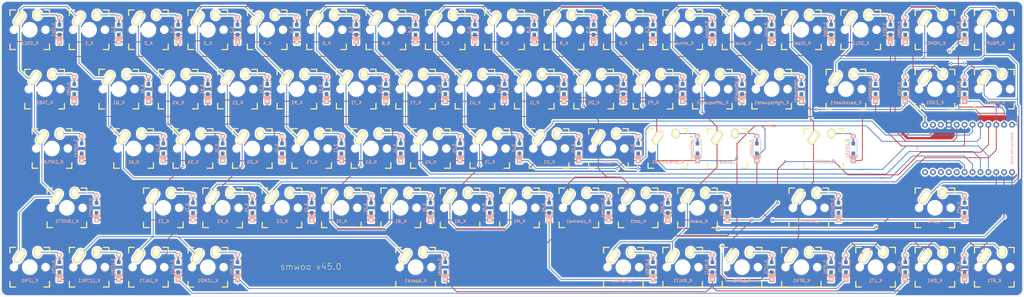
<source format=kicad_pcb>
(kicad_pcb (version 20171130) (host pcbnew "(5.1.6-0-10_14)")
  (layers (0 F.Cu signal) (31 B.Cu signal) (34 B.Paste user) (35 F.Paste user) (36 B.SilkS user) (37 F.SilkS user) (38 B.Mask user) (39 F.Mask user) (44 Edge.Cuts user))
  (net 0 "")
  (net 1 /row0)
  (net 2 /row1)
  (net 3 "Net-(B1-Pad3)")
  (net 4 /row2)
  (net 5 /row3)
  (net 6 /row4)
  (net 7 /row5)
  (net 8 /row6)
  (net 9 /row7)
  (net 10 /col0)
  (net 11 /col1)
  (net 12 /col2)
  (net 13 /col3)
  (net 14 /col4)
  (net 15 /col5)
  (net 16 /col6)
  (net 17 /col7)
  (net 18 /col8)
  (net 19 "Net-(B1-Pad20)")
  (net 20 "Net-(B1-Pad21)")
  (net 21 "Net-(B1-Pad22)")
  (net 22 "Net-(B1-Pad23)")
  (net 23 "Net-(B1-Pad24)")
  (net 24 "Net-(D_0-Pad2)")
  (net 25 "Net-(D_1-Pad2)")
  (net 26 "Net-(D_2-Pad2)")
  (net 27 "Net-(D_3-Pad2)")
  (net 28 "Net-(D_4-Pad2)")
  (net 29 "Net-(D_5-Pad2)")
  (net 30 "Net-(D_6-Pad2)")
  (net 31 "Net-(D_7-Pad2)")
  (net 32 "Net-(D_8-Pad2)")
  (net 33 "Net-(D_9-Pad2)")
  (net 34 "Net-(D_A1-Pad2)")
  (net 35 "Net-(D_B1-Pad2)")
  (net 36 "Net-(D_backslash1-Pad2)")
  (net 37 "Net-(D_C1-Pad2)")
  (net 38 "Net-(D_CAPLK1-Pad2)")
  (net 39 "Net-(D_comma1-Pad2)")
  (net 40 "Net-(D_D1-Pad2)")
  (net 41 "Net-(D_DEL1-Pad2)")
  (net 42 "Net-(D_DN1-Pad2)")
  (net 43 "Net-(D_dot1-Pad2)")
  (net 44 "Net-(D_E1-Pad2)")
  (net 45 "Net-(D_END1-Pad2)")
  (net 46 "Net-(D_ENTER1-Pad2)")
  (net 47 "Net-(D_ESC1-Pad2)")
  (net 48 "Net-(D_F1-Pad2)")
  (net 49 "Net-(D_G1-Pad2)")
  (net 50 "Net-(D_H1-Pad2)")
  (net 51 "Net-(D_HOME1-Pad2)")
  (net 52 "Net-(D_I1-Pad2)")
  (net 53 "Net-(D_J1-Pad2)")
  (net 54 "Net-(D_K1-Pad2)")
  (net 55 "Net-(D_L1-Pad2)")
  (net 56 "Net-(D_LALT1-Pad2)")
  (net 57 "Net-(D_LCMD1-Pad2)")
  (net 58 "Net-(D_LCTRL1-Pad2)")
  (net 59 "Net-(D_leftsquare1-Pad2)")
  (net 60 "Net-(D_LFN1-Pad2)")
  (net 61 "Net-(D_LIFT1-Pad2)")
  (net 62 "Net-(D_LSHIFT1-Pad2)")
  (net 63 "Net-(D_LT1-Pad2)")
  (net 64 "Net-(D_M1-Pad2)")
  (net 65 "Net-(D_minus1-Pad2)")
  (net 66 "Net-(D_N1-Pad2)")
  (net 67 "Net-(D_O1-Pad2)")
  (net 68 "Net-(D_P1-Pad2)")
  (net 69 "Net-(D_PGDN1-Pad2)")
  (net 70 "Net-(D_PGUP1-Pad2)")
  (net 71 "Net-(D_plus1-Pad2)")
  (net 72 "Net-(D_Q1-Pad2)")
  (net 73 "Net-(D_quote1-Pad2)")
  (net 74 "Net-(D_R1-Pad2)")
  (net 75 "Net-(D_RALT1-Pad2)")
  (net 76 "Net-(D_RCMD1-Pad2)")
  (net 77 "Net-(D_RFN1-Pad2)")
  (net 78 "Net-(D_rightsquare1-Pad2)")
  (net 79 "Net-(D_RSHIFT1-Pad2)")
  (net 80 "Net-(D_RT1-Pad2)")
  (net 81 "Net-(D_S1-Pad2)")
  (net 82 "Net-(D_semicolon1-Pad2)")
  (net 83 "Net-(D_slash1-Pad2)")
  (net 84 "Net-(D_space1-Pad2)")
  (net 85 "Net-(D_T1-Pad2)")
  (net 86 "Net-(D_TAB1-Pad2)")
  (net 87 "Net-(D_tilde1-Pad2)")
  (net 88 "Net-(D_U1-Pad2)")
  (net 89 "Net-(D_UP1-Pad2)")
  (net 90 "Net-(D_V1-Pad2)")
  (net 91 "Net-(D_W1-Pad2)")
  (net 92 "Net-(D_X1-Pad2)")
  (net 93 "Net-(D_Y1-Pad2)")
  (net 94 "Net-(D_Z1-Pad2)")
  (net 95 GND)
  (module Footprints:SPARKFUN_PRO_MICRO (layer B.Cu) (at 354.80625 159.54375 270)
    (fp_text reference B1 (at 0 15.24 90) (layer B.SilkS) (effects (font (size 0.6096 0.6096) (thickness 0.127)) (justify mirror)))
    (fp_text value SPARKFUN_PRO_MICRO (at 0 -15.24 90) (layer B.SilkS) (effects (font (size 0.6096 0.6096) (thickness 0.127)) (justify mirror)))
    (pad 1 thru_hole circle (at -7.62 12.7 270) (size 1.8796 1.8796) (drill 1.016) (layers *.Cu *.Mask) (net 8 /row6))
    (pad 2 thru_hole circle (at -7.62 10.16 270) (size 1.8796 1.8796) (drill 1.016) (layers *.Cu *.Mask) (net 7 /row5))
    (pad 3 thru_hole circle (at -7.62 7.62 270) (size 1.8796 1.8796) (drill 1.016) (layers *.Cu *.Mask) (net 3 "Net-(B1-Pad3)"))
    (pad 4 thru_hole circle (at -7.62 5.08 270) (size 1.8796 1.8796) (drill 1.016) (layers *.Cu *.Mask) (net 95 GND))
    (pad 5 thru_hole circle (at -7.62 2.54 270) (size 1.8796 1.8796) (drill 1.016) (layers *.Cu *.Mask) (net 1 /row0))
    (pad 6 thru_hole circle (at -7.62 0 270) (size 1.8796 1.8796) (drill 1.016) (layers *.Cu *.Mask) (net 2 /row1))
    (pad 7 thru_hole circle (at -7.62 -2.54 270) (size 1.8796 1.8796) (drill 1.016) (layers *.Cu *.Mask) (net 14 /col4))
    (pad 8 thru_hole circle (at -7.62 -5.08 270) (size 1.8796 1.8796) (drill 1.016) (layers *.Cu *.Mask) (net 9 /row7))
    (pad 9 thru_hole circle (at -7.62 -7.62 270) (size 1.8796 1.8796) (drill 1.016) (layers *.Cu *.Mask) (net 5 /row3))
    (pad 10 thru_hole circle (at -7.62 -10.16 270) (size 1.8796 1.8796) (drill 1.016) (layers *.Cu *.Mask) (net 6 /row4))
    (pad 11 thru_hole circle (at -7.62 -12.7 270) (size 1.8796 1.8796) (drill 1.016) (layers *.Cu *.Mask) (net 11 /col1))
    (pad 12 thru_hole circle (at -7.62 -15.24 270) (size 1.8796 1.8796) (drill 1.016) (layers *.Cu *.Mask) (net 18 /col8))
    (pad 13 thru_hole circle (at 7.62 -15.24 270) (size 1.8796 1.8796) (drill 1.016) (layers *.Cu *.Mask) (net 17 /col7))
    (pad 14 thru_hole circle (at 7.62 -12.7 270) (size 1.8796 1.8796) (drill 1.016) (layers *.Cu *.Mask) (net 16 /col6))
    (pad 15 thru_hole circle (at 7.62 -10.16 270) (size 1.8796 1.8796) (drill 1.016) (layers *.Cu *.Mask) (net 4 /row2))
    (pad 16 thru_hole circle (at 7.62 -7.62 270) (size 1.8796 1.8796) (drill 1.016) (layers *.Cu *.Mask) (net 15 /col5))
    (pad 17 thru_hole circle (at 7.62 -5.08 270) (size 1.8796 1.8796) (drill 1.016) (layers *.Cu *.Mask) (net 13 /col3))
    (pad 18 thru_hole circle (at 7.62 -2.54 270) (size 1.8796 1.8796) (drill 1.016) (layers *.Cu *.Mask) (net 10 /col0))
    (pad 19 thru_hole circle (at 7.62 0 270) (size 1.8796 1.8796) (drill 1.016) (layers *.Cu *.Mask) (net 12 /col2))
    (pad 20 thru_hole circle (at 7.62 2.54 270) (size 1.8796 1.8796) (drill 1.016) (layers *.Cu *.Mask) (net 19 "Net-(B1-Pad20)"))
    (pad 21 thru_hole circle (at 7.62 5.08 270) (size 1.8796 1.8796) (drill 1.016) (layers *.Cu *.Mask) (net 20 "Net-(B1-Pad21)"))
    (pad 22 thru_hole circle (at 7.62 7.62 270) (size 1.8796 1.8796) (drill 1.016) (layers *.Cu *.Mask) (net 21 "Net-(B1-Pad22)"))
    (pad 23 thru_hole circle (at 7.62 10.16 270) (size 1.8796 1.8796) (drill 1.016) (layers *.Cu *.Mask) (net 22 "Net-(B1-Pad23)"))
    (pad 24 thru_hole circle (at 7.62 12.7 270) (size 1.8796 1.8796) (drill 1.016) (layers *.Cu *.Mask) (net 23 "Net-(B1-Pad24)"))
  )
  (module keebs:Mx_Alps_100 (layer F.Cu) (at 364.33125 140.49375)
    (fp_text reference K_PGDN1 (at 0 4.318) (layer B.SilkS) (effects (font (thickness 0.2)) (justify mirror)))
    (fp_text value KEYSW hide)
    (pad HOLE np_thru_hole circle (at 0 0) (size 3.9878 3.9878) (drill 3.9878) (layers *.Cu))
    (pad HOLE np_thru_hole circle (at -5.08 0) (size 1.7018 1.7018) (drill 1.7018) (layers *.Cu))
    (pad HOLE np_thru_hole circle (at 5.08 0) (size 1.7018 1.7018) (drill 1.7018) (layers *.Cu))
    (pad 1 thru_hole oval (at -3.255 -3.52 327.5) (size 2.5 4.75) (drill oval 1.5 3.75) (layers *.Cu *.Mask F.SilkS) (net 18 /col8))
    (pad 2 thru_hole oval (at 2.52 -4.79 356.1) (size 2.5 3.08) (drill oval 1.5 2.08) (layers *.Cu *.Mask F.SilkS) (net 69 "Net-(D_PGDN1-Pad2)"))
  )
  (module keebs:Mx_Alps_100 (layer F.Cu) (at 54.76875 121.44375)
    (fp_text reference K_ESC1 (at 0 4.318) (layer B.SilkS) (effects (font (thickness 0.2)) (justify mirror)))
    (fp_text value KEYSW hide)
    (pad HOLE np_thru_hole circle (at 0 0) (size 3.9878 3.9878) (drill 3.9878) (layers *.Cu))
    (pad HOLE np_thru_hole circle (at -5.08 0) (size 1.7018 1.7018) (drill 1.7018) (layers *.Cu))
    (pad HOLE np_thru_hole circle (at 5.08 0) (size 1.7018 1.7018) (drill 1.7018) (layers *.Cu))
    (pad 1 thru_hole oval (at -3.255 -3.52 327.5) (size 2.5 4.75) (drill oval 1.5 3.75) (layers *.Cu *.Mask F.SilkS) (net 10 /col0))
    (pad 2 thru_hole oval (at 2.52 -4.79 356.1) (size 2.5 3.08) (drill oval 1.5 2.08) (layers *.Cu *.Mask F.SilkS) (net 47 "Net-(D_ESC1-Pad2)"))
  )
  (module keyboard_parts:D_SOD123_axial (layer B.Cu) (at 254.79375 121.44375 90)
    (fp_text reference D_0 (at 0 -1.925 270) (layer B.SilkS) (effects (font (size 0.8 0.8)) (justify mirror)))
    (fp_text value D hide)
    (pad 2 smd rect (at 2.7 0 90) (size 2.5 0.5) (layers B.Cu) (net 24 "Net-(D_0-Pad2)"))
    (pad 1 smd rect (at -2.7 0 90) (size 2.5 0.5) (layers B.Cu) (net 7 /row5))
    (pad 2 thru_hole circle (at 3.9 0 90) (size 1.6 1.6) (drill 0.7) (layers *.Cu *.Mask B.SilkS) (net 24 "Net-(D_0-Pad2)"))
    (pad 1 thru_hole rect (at -3.9 0 90) (size 1.6 1.6) (drill 0.7) (layers *.Cu *.Mask B.SilkS) (net 7 /row5))
    (pad 1 smd rect (at -1.575 0 90) (size 1.2 1.2) (layers B.Cu B.Paste B.Mask) (net 7 /row5))
    (pad 2 smd rect (at 1.575 0 90) (size 1.2 1.2) (layers B.Cu B.Paste B.Mask) (net 24 "Net-(D_0-Pad2)"))
  )
  (module keyboard_parts:D_SOD123_axial (layer B.Cu) (at 83.34375 121.44375 90)
    (fp_text reference D_1 (at 0 -1.925 270) (layer B.SilkS) (effects (font (size 0.8 0.8)) (justify mirror)))
    (fp_text value D hide)
    (pad 2 smd rect (at 2.7 0 90) (size 2.5 0.5) (layers B.Cu) (net 25 "Net-(D_1-Pad2)"))
    (pad 1 smd rect (at -2.7 0 90) (size 2.5 0.5) (layers B.Cu) (net 7 /row5))
    (pad 2 thru_hole circle (at 3.9 0 90) (size 1.6 1.6) (drill 0.7) (layers *.Cu *.Mask B.SilkS) (net 25 "Net-(D_1-Pad2)"))
    (pad 1 thru_hole rect (at -3.9 0 90) (size 1.6 1.6) (drill 0.7) (layers *.Cu *.Mask B.SilkS) (net 7 /row5))
    (pad 1 smd rect (at -1.575 0 90) (size 1.2 1.2) (layers B.Cu B.Paste B.Mask) (net 7 /row5))
    (pad 2 smd rect (at 1.575 0 90) (size 1.2 1.2) (layers B.Cu B.Paste B.Mask) (net 25 "Net-(D_1-Pad2)"))
  )
  (module keyboard_parts:D_SOD123_axial (layer B.Cu) (at 102.39375 121.44375 90)
    (fp_text reference D_2 (at 0 -1.925 270) (layer B.SilkS) (effects (font (size 0.8 0.8)) (justify mirror)))
    (fp_text value D hide)
    (pad 2 smd rect (at 2.7 0 90) (size 2.5 0.5) (layers B.Cu) (net 26 "Net-(D_2-Pad2)"))
    (pad 1 smd rect (at -2.7 0 90) (size 2.5 0.5) (layers B.Cu) (net 1 /row0))
    (pad 2 thru_hole circle (at 3.9 0 90) (size 1.6 1.6) (drill 0.7) (layers *.Cu *.Mask B.SilkS) (net 26 "Net-(D_2-Pad2)"))
    (pad 1 thru_hole rect (at -3.9 0 90) (size 1.6 1.6) (drill 0.7) (layers *.Cu *.Mask B.SilkS) (net 1 /row0))
    (pad 1 smd rect (at -1.575 0 90) (size 1.2 1.2) (layers B.Cu B.Paste B.Mask) (net 1 /row0))
    (pad 2 smd rect (at 1.575 0 90) (size 1.2 1.2) (layers B.Cu B.Paste B.Mask) (net 26 "Net-(D_2-Pad2)"))
  )
  (module keyboard_parts:D_SOD123_axial (layer B.Cu) (at 121.44375 121.44375 90)
    (fp_text reference D_3 (at 0 -1.925 270) (layer B.SilkS) (effects (font (size 0.8 0.8)) (justify mirror)))
    (fp_text value D hide)
    (pad 2 smd rect (at 2.7 0 90) (size 2.5 0.5) (layers B.Cu) (net 27 "Net-(D_3-Pad2)"))
    (pad 1 smd rect (at -2.7 0 90) (size 2.5 0.5) (layers B.Cu) (net 1 /row0))
    (pad 2 thru_hole circle (at 3.9 0 90) (size 1.6 1.6) (drill 0.7) (layers *.Cu *.Mask B.SilkS) (net 27 "Net-(D_3-Pad2)"))
    (pad 1 thru_hole rect (at -3.9 0 90) (size 1.6 1.6) (drill 0.7) (layers *.Cu *.Mask B.SilkS) (net 1 /row0))
    (pad 1 smd rect (at -1.575 0 90) (size 1.2 1.2) (layers B.Cu B.Paste B.Mask) (net 1 /row0))
    (pad 2 smd rect (at 1.575 0 90) (size 1.2 1.2) (layers B.Cu B.Paste B.Mask) (net 27 "Net-(D_3-Pad2)"))
  )
  (module keyboard_parts:D_SOD123_axial (layer B.Cu) (at 140.49375 121.44375 90)
    (fp_text reference D_4 (at 0 -1.925 270) (layer B.SilkS) (effects (font (size 0.8 0.8)) (justify mirror)))
    (fp_text value D hide)
    (pad 2 smd rect (at 2.7 0 90) (size 2.5 0.5) (layers B.Cu) (net 28 "Net-(D_4-Pad2)"))
    (pad 1 smd rect (at -2.7 0 90) (size 2.5 0.5) (layers B.Cu) (net 7 /row5))
    (pad 2 thru_hole circle (at 3.9 0 90) (size 1.6 1.6) (drill 0.7) (layers *.Cu *.Mask B.SilkS) (net 28 "Net-(D_4-Pad2)"))
    (pad 1 thru_hole rect (at -3.9 0 90) (size 1.6 1.6) (drill 0.7) (layers *.Cu *.Mask B.SilkS) (net 7 /row5))
    (pad 1 smd rect (at -1.575 0 90) (size 1.2 1.2) (layers B.Cu B.Paste B.Mask) (net 7 /row5))
    (pad 2 smd rect (at 1.575 0 90) (size 1.2 1.2) (layers B.Cu B.Paste B.Mask) (net 28 "Net-(D_4-Pad2)"))
  )
  (module keyboard_parts:D_SOD123_axial (layer B.Cu) (at 159.54375 121.44375 90)
    (fp_text reference D_5 (at 0 -1.925 270) (layer B.SilkS) (effects (font (size 0.8 0.8)) (justify mirror)))
    (fp_text value D hide)
    (pad 2 smd rect (at 2.7 0 90) (size 2.5 0.5) (layers B.Cu) (net 29 "Net-(D_5-Pad2)"))
    (pad 1 smd rect (at -2.7 0 90) (size 2.5 0.5) (layers B.Cu) (net 1 /row0))
    (pad 2 thru_hole circle (at 3.9 0 90) (size 1.6 1.6) (drill 0.7) (layers *.Cu *.Mask B.SilkS) (net 29 "Net-(D_5-Pad2)"))
    (pad 1 thru_hole rect (at -3.9 0 90) (size 1.6 1.6) (drill 0.7) (layers *.Cu *.Mask B.SilkS) (net 1 /row0))
    (pad 1 smd rect (at -1.575 0 90) (size 1.2 1.2) (layers B.Cu B.Paste B.Mask) (net 1 /row0))
    (pad 2 smd rect (at 1.575 0 90) (size 1.2 1.2) (layers B.Cu B.Paste B.Mask) (net 29 "Net-(D_5-Pad2)"))
  )
  (module keyboard_parts:D_SOD123_axial (layer B.Cu) (at 178.59375 121.44375 90)
    (fp_text reference D_6 (at 0 -1.925 270) (layer B.SilkS) (effects (font (size 0.8 0.8)) (justify mirror)))
    (fp_text value D hide)
    (pad 2 smd rect (at 2.7 0 90) (size 2.5 0.5) (layers B.Cu) (net 30 "Net-(D_6-Pad2)"))
    (pad 1 smd rect (at -2.7 0 90) (size 2.5 0.5) (layers B.Cu) (net 7 /row5))
    (pad 2 thru_hole circle (at 3.9 0 90) (size 1.6 1.6) (drill 0.7) (layers *.Cu *.Mask B.SilkS) (net 30 "Net-(D_6-Pad2)"))
    (pad 1 thru_hole rect (at -3.9 0 90) (size 1.6 1.6) (drill 0.7) (layers *.Cu *.Mask B.SilkS) (net 7 /row5))
    (pad 1 smd rect (at -1.575 0 90) (size 1.2 1.2) (layers B.Cu B.Paste B.Mask) (net 7 /row5))
    (pad 2 smd rect (at 1.575 0 90) (size 1.2 1.2) (layers B.Cu B.Paste B.Mask) (net 30 "Net-(D_6-Pad2)"))
  )
  (module keyboard_parts:D_SOD123_axial (layer B.Cu) (at 197.64375 121.44375 90)
    (fp_text reference D_7 (at 0 -1.925 270) (layer B.SilkS) (effects (font (size 0.8 0.8)) (justify mirror)))
    (fp_text value D hide)
    (pad 2 smd rect (at 2.7 0 90) (size 2.5 0.5) (layers B.Cu) (net 31 "Net-(D_7-Pad2)"))
    (pad 1 smd rect (at -2.7 0 90) (size 2.5 0.5) (layers B.Cu) (net 1 /row0))
    (pad 2 thru_hole circle (at 3.9 0 90) (size 1.6 1.6) (drill 0.7) (layers *.Cu *.Mask B.SilkS) (net 31 "Net-(D_7-Pad2)"))
    (pad 1 thru_hole rect (at -3.9 0 90) (size 1.6 1.6) (drill 0.7) (layers *.Cu *.Mask B.SilkS) (net 1 /row0))
    (pad 1 smd rect (at -1.575 0 90) (size 1.2 1.2) (layers B.Cu B.Paste B.Mask) (net 1 /row0))
    (pad 2 smd rect (at 1.575 0 90) (size 1.2 1.2) (layers B.Cu B.Paste B.Mask) (net 31 "Net-(D_7-Pad2)"))
  )
  (module keyboard_parts:D_SOD123_axial (layer B.Cu) (at 216.69375 121.44375 90)
    (fp_text reference D_8 (at 0 -1.925 270) (layer B.SilkS) (effects (font (size 0.8 0.8)) (justify mirror)))
    (fp_text value D hide)
    (pad 2 smd rect (at 2.7 0 90) (size 2.5 0.5) (layers B.Cu) (net 32 "Net-(D_8-Pad2)"))
    (pad 1 smd rect (at -2.7 0 90) (size 2.5 0.5) (layers B.Cu) (net 7 /row5))
    (pad 2 thru_hole circle (at 3.9 0 90) (size 1.6 1.6) (drill 0.7) (layers *.Cu *.Mask B.SilkS) (net 32 "Net-(D_8-Pad2)"))
    (pad 1 thru_hole rect (at -3.9 0 90) (size 1.6 1.6) (drill 0.7) (layers *.Cu *.Mask B.SilkS) (net 7 /row5))
    (pad 1 smd rect (at -1.575 0 90) (size 1.2 1.2) (layers B.Cu B.Paste B.Mask) (net 7 /row5))
    (pad 2 smd rect (at 1.575 0 90) (size 1.2 1.2) (layers B.Cu B.Paste B.Mask) (net 32 "Net-(D_8-Pad2)"))
  )
  (module keyboard_parts:D_SOD123_axial (layer B.Cu) (at 235.74375 121.44375 90)
    (fp_text reference D_9 (at 0 -1.925 270) (layer B.SilkS) (effects (font (size 0.8 0.8)) (justify mirror)))
    (fp_text value D hide)
    (pad 2 smd rect (at 2.7 0 90) (size 2.5 0.5) (layers B.Cu) (net 33 "Net-(D_9-Pad2)"))
    (pad 1 smd rect (at -2.7 0 90) (size 2.5 0.5) (layers B.Cu) (net 1 /row0))
    (pad 2 thru_hole circle (at 3.9 0 90) (size 1.6 1.6) (drill 0.7) (layers *.Cu *.Mask B.SilkS) (net 33 "Net-(D_9-Pad2)"))
    (pad 1 thru_hole rect (at -3.9 0 90) (size 1.6 1.6) (drill 0.7) (layers *.Cu *.Mask B.SilkS) (net 1 /row0))
    (pad 1 smd rect (at -1.575 0 90) (size 1.2 1.2) (layers B.Cu B.Paste B.Mask) (net 1 /row0))
    (pad 2 smd rect (at 1.575 0 90) (size 1.2 1.2) (layers B.Cu B.Paste B.Mask) (net 33 "Net-(D_9-Pad2)"))
  )
  (module keyboard_parts:D_SOD123_axial (layer B.Cu) (at 97.63125 159.54375 90)
    (fp_text reference D_A1 (at 0 -1.925 270) (layer B.SilkS) (effects (font (size 0.8 0.8)) (justify mirror)))
    (fp_text value D hide)
    (pad 2 smd rect (at 2.7 0 90) (size 2.5 0.5) (layers B.Cu) (net 34 "Net-(D_A1-Pad2)"))
    (pad 1 smd rect (at -2.7 0 90) (size 2.5 0.5) (layers B.Cu) (net 9 /row7))
    (pad 2 thru_hole circle (at 3.9 0 90) (size 1.6 1.6) (drill 0.7) (layers *.Cu *.Mask B.SilkS) (net 34 "Net-(D_A1-Pad2)"))
    (pad 1 thru_hole rect (at -3.9 0 90) (size 1.6 1.6) (drill 0.7) (layers *.Cu *.Mask B.SilkS) (net 9 /row7))
    (pad 1 smd rect (at -1.575 0 90) (size 1.2 1.2) (layers B.Cu B.Paste B.Mask) (net 9 /row7))
    (pad 2 smd rect (at 1.575 0 90) (size 1.2 1.2) (layers B.Cu B.Paste B.Mask) (net 34 "Net-(D_A1-Pad2)"))
  )
  (module keyboard_parts:D_SOD123_axial (layer B.Cu) (at 183.35625 178.59375 90)
    (fp_text reference D_B1 (at 0 -1.925 270) (layer B.SilkS) (effects (font (size 0.8 0.8)) (justify mirror)))
    (fp_text value D hide)
    (pad 2 smd rect (at 1.575 0 90) (size 1.2 1.2) (layers B.Cu B.Paste B.Mask) (net 35 "Net-(D_B1-Pad2)"))
    (pad 1 smd rect (at -1.575 0 90) (size 1.2 1.2) (layers B.Cu B.Paste B.Mask) (net 6 /row4))
    (pad 1 thru_hole rect (at -3.9 0 90) (size 1.6 1.6) (drill 0.7) (layers *.Cu *.Mask B.SilkS) (net 6 /row4))
    (pad 2 thru_hole circle (at 3.9 0 90) (size 1.6 1.6) (drill 0.7) (layers *.Cu *.Mask B.SilkS) (net 35 "Net-(D_B1-Pad2)"))
    (pad 1 smd rect (at -2.7 0 90) (size 2.5 0.5) (layers B.Cu) (net 6 /row4))
    (pad 2 smd rect (at 2.7 0 90) (size 2.5 0.5) (layers B.Cu) (net 35 "Net-(D_B1-Pad2)"))
  )
  (module keyboard_parts:D_SOD123_axial (layer B.Cu) (at 326.23125 140.49375 90)
    (fp_text reference D_backslash1 (at 0 -1.925 270) (layer B.SilkS) (effects (font (size 0.8 0.8)) (justify mirror)))
    (fp_text value D hide)
    (pad 2 smd rect (at 2.7 0 90) (size 2.5 0.5) (layers B.Cu) (net 36 "Net-(D_backslash1-Pad2)"))
    (pad 1 smd rect (at -2.7 0 90) (size 2.5 0.5) (layers B.Cu) (net 2 /row1))
    (pad 2 thru_hole circle (at 3.9 0 90) (size 1.6 1.6) (drill 0.7) (layers *.Cu *.Mask B.SilkS) (net 36 "Net-(D_backslash1-Pad2)"))
    (pad 1 thru_hole rect (at -3.9 0 90) (size 1.6 1.6) (drill 0.7) (layers *.Cu *.Mask B.SilkS) (net 2 /row1))
    (pad 1 smd rect (at -1.575 0 90) (size 1.2 1.2) (layers B.Cu B.Paste B.Mask) (net 2 /row1))
    (pad 2 smd rect (at 1.575 0 90) (size 1.2 1.2) (layers B.Cu B.Paste B.Mask) (net 36 "Net-(D_backslash1-Pad2)"))
  )
  (module keyboard_parts:D_SOD123_axial (layer B.Cu) (at 145.25625 178.59375 90)
    (fp_text reference D_C1 (at 0 -1.925 270) (layer B.SilkS) (effects (font (size 0.8 0.8)) (justify mirror)))
    (fp_text value D hide)
    (pad 2 smd rect (at 1.575 0 90) (size 1.2 1.2) (layers B.Cu B.Paste B.Mask) (net 37 "Net-(D_C1-Pad2)"))
    (pad 1 smd rect (at -1.575 0 90) (size 1.2 1.2) (layers B.Cu B.Paste B.Mask) (net 6 /row4))
    (pad 1 thru_hole rect (at -3.9 0 90) (size 1.6 1.6) (drill 0.7) (layers *.Cu *.Mask B.SilkS) (net 6 /row4))
    (pad 2 thru_hole circle (at 3.9 0 90) (size 1.6 1.6) (drill 0.7) (layers *.Cu *.Mask B.SilkS) (net 37 "Net-(D_C1-Pad2)"))
    (pad 1 smd rect (at -2.7 0 90) (size 2.5 0.5) (layers B.Cu) (net 6 /row4))
    (pad 2 smd rect (at 2.7 0 90) (size 2.5 0.5) (layers B.Cu) (net 37 "Net-(D_C1-Pad2)"))
  )
  (module keyboard_parts:D_SOD123_axial (layer B.Cu) (at 71.4375 159.54375 90)
    (fp_text reference D_CAPLK1 (at 0 -1.925 270) (layer B.SilkS) (effects (font (size 0.8 0.8)) (justify mirror)))
    (fp_text value D hide)
    (pad 2 smd rect (at 2.7 0 90) (size 2.5 0.5) (layers B.Cu) (net 38 "Net-(D_CAPLK1-Pad2)"))
    (pad 1 smd rect (at -2.7 0 90) (size 2.5 0.5) (layers B.Cu) (net 4 /row2))
    (pad 2 thru_hole circle (at 3.9 0 90) (size 1.6 1.6) (drill 0.7) (layers *.Cu *.Mask B.SilkS) (net 38 "Net-(D_CAPLK1-Pad2)"))
    (pad 1 thru_hole rect (at -3.9 0 90) (size 1.6 1.6) (drill 0.7) (layers *.Cu *.Mask B.SilkS) (net 4 /row2))
    (pad 1 smd rect (at -1.575 0 90) (size 1.2 1.2) (layers B.Cu B.Paste B.Mask) (net 4 /row2))
    (pad 2 smd rect (at 1.575 0 90) (size 1.2 1.2) (layers B.Cu B.Paste B.Mask) (net 38 "Net-(D_CAPLK1-Pad2)"))
  )
  (module keyboard_parts:D_SOD123_axial (layer B.Cu) (at 240.50625 178.59375 90)
    (fp_text reference D_comma1 (at 0 -1.925 270) (layer B.SilkS) (effects (font (size 0.8 0.8)) (justify mirror)))
    (fp_text value D hide)
    (pad 2 smd rect (at 1.575 0 90) (size 1.2 1.2) (layers B.Cu B.Paste B.Mask) (net 39 "Net-(D_comma1-Pad2)"))
    (pad 1 smd rect (at -1.575 0 90) (size 1.2 1.2) (layers B.Cu B.Paste B.Mask) (net 5 /row3))
    (pad 1 thru_hole rect (at -3.9 0 90) (size 1.6 1.6) (drill 0.7) (layers *.Cu *.Mask B.SilkS) (net 5 /row3))
    (pad 2 thru_hole circle (at 3.9 0 90) (size 1.6 1.6) (drill 0.7) (layers *.Cu *.Mask B.SilkS) (net 39 "Net-(D_comma1-Pad2)"))
    (pad 1 smd rect (at -2.7 0 90) (size 2.5 0.5) (layers B.Cu) (net 5 /row3))
    (pad 2 smd rect (at 2.7 0 90) (size 2.5 0.5) (layers B.Cu) (net 39 "Net-(D_comma1-Pad2)"))
  )
  (module keyboard_parts:D_SOD123_axial (layer B.Cu) (at 135.73125 159.54375 90)
    (fp_text reference D_D1 (at 0 -1.925 270) (layer B.SilkS) (effects (font (size 0.8 0.8)) (justify mirror)))
    (fp_text value D hide)
    (pad 2 smd rect (at 1.575 0 90) (size 1.2 1.2) (layers B.Cu B.Paste B.Mask) (net 40 "Net-(D_D1-Pad2)"))
    (pad 1 smd rect (at -1.575 0 90) (size 1.2 1.2) (layers B.Cu B.Paste B.Mask) (net 4 /row2))
    (pad 1 thru_hole rect (at -3.9 0 90) (size 1.6 1.6) (drill 0.7) (layers *.Cu *.Mask B.SilkS) (net 4 /row2))
    (pad 2 thru_hole circle (at 3.9 0 90) (size 1.6 1.6) (drill 0.7) (layers *.Cu *.Mask B.SilkS) (net 40 "Net-(D_D1-Pad2)"))
    (pad 1 smd rect (at -2.7 0 90) (size 2.5 0.5) (layers B.Cu) (net 4 /row2))
    (pad 2 smd rect (at 2.7 0 90) (size 2.5 0.5) (layers B.Cu) (net 40 "Net-(D_D1-Pad2)"))
  )
  (module keyboard_parts:D_SOD123_axial (layer B.Cu) (at 330.99375 121.44375 90)
    (fp_text reference D_DEL1 (at 0 -1.925 270) (layer B.SilkS) (effects (font (size 0.8 0.8)) (justify mirror)))
    (fp_text value D hide)
    (pad 2 smd rect (at 2.7 0 90) (size 2.5 0.5) (layers B.Cu) (net 41 "Net-(D_DEL1-Pad2)"))
    (pad 1 smd rect (at -2.7 0 90) (size 2.5 0.5) (layers B.Cu) (net 1 /row0))
    (pad 2 thru_hole circle (at 3.9 0 90) (size 1.6 1.6) (drill 0.7) (layers *.Cu *.Mask B.SilkS) (net 41 "Net-(D_DEL1-Pad2)"))
    (pad 1 thru_hole rect (at -3.9 0 90) (size 1.6 1.6) (drill 0.7) (layers *.Cu *.Mask B.SilkS) (net 1 /row0))
    (pad 1 smd rect (at -1.575 0 90) (size 1.2 1.2) (layers B.Cu B.Paste B.Mask) (net 1 /row0))
    (pad 2 smd rect (at 1.575 0 90) (size 1.2 1.2) (layers B.Cu B.Paste B.Mask) (net 41 "Net-(D_DEL1-Pad2)"))
  )
  (module keyboard_parts:D_SOD123_axial (layer B.Cu) (at 335.75625 197.64375 90)
    (fp_text reference D_DN1 (at 0 -1.925 270) (layer B.SilkS) (effects (font (size 0.8 0.8)) (justify mirror)))
    (fp_text value D hide)
    (pad 2 smd rect (at 1.575 0 90) (size 1.2 1.2) (layers B.Cu B.Paste B.Mask) (net 42 "Net-(D_DN1-Pad2)"))
    (pad 1 smd rect (at -1.575 0 90) (size 1.2 1.2) (layers B.Cu B.Paste B.Mask) (net 8 /row6))
    (pad 1 thru_hole rect (at -3.9 0 90) (size 1.6 1.6) (drill 0.7) (layers *.Cu *.Mask B.SilkS) (net 8 /row6))
    (pad 2 thru_hole circle (at 3.9 0 90) (size 1.6 1.6) (drill 0.7) (layers *.Cu *.Mask B.SilkS) (net 42 "Net-(D_DN1-Pad2)"))
    (pad 1 smd rect (at -2.7 0 90) (size 2.5 0.5) (layers B.Cu) (net 8 /row6))
    (pad 2 smd rect (at 2.7 0 90) (size 2.5 0.5) (layers B.Cu) (net 42 "Net-(D_DN1-Pad2)"))
  )
  (module keyboard_parts:D_SOD123_axial (layer B.Cu) (at 259.55625 178.59375 90)
    (fp_text reference D_dot1 (at 0 -1.925 270) (layer B.SilkS) (effects (font (size 0.8 0.8)) (justify mirror)))
    (fp_text value D hide)
    (pad 2 smd rect (at 1.575 0 90) (size 1.2 1.2) (layers B.Cu B.Paste B.Mask) (net 43 "Net-(D_dot1-Pad2)"))
    (pad 1 smd rect (at -1.575 0 90) (size 1.2 1.2) (layers B.Cu B.Paste B.Mask) (net 6 /row4))
    (pad 1 thru_hole rect (at -3.9 0 90) (size 1.6 1.6) (drill 0.7) (layers *.Cu *.Mask B.SilkS) (net 6 /row4))
    (pad 2 thru_hole circle (at 3.9 0 90) (size 1.6 1.6) (drill 0.7) (layers *.Cu *.Mask B.SilkS) (net 43 "Net-(D_dot1-Pad2)"))
    (pad 1 smd rect (at -2.7 0 90) (size 2.5 0.5) (layers B.Cu) (net 6 /row4))
    (pad 2 smd rect (at 2.7 0 90) (size 2.5 0.5) (layers B.Cu) (net 43 "Net-(D_dot1-Pad2)"))
  )
  (module keyboard_parts:D_SOD123_axial (layer B.Cu) (at 130.96875 140.49375 90)
    (fp_text reference D_E1 (at 0 -1.925 270) (layer B.SilkS) (effects (font (size 0.8 0.8)) (justify mirror)))
    (fp_text value D hide)
    (pad 2 smd rect (at 2.7 0 90) (size 2.5 0.5) (layers B.Cu) (net 44 "Net-(D_E1-Pad2)"))
    (pad 1 smd rect (at -2.7 0 90) (size 2.5 0.5) (layers B.Cu) (net 2 /row1))
    (pad 2 thru_hole circle (at 3.9 0 90) (size 1.6 1.6) (drill 0.7) (layers *.Cu *.Mask B.SilkS) (net 44 "Net-(D_E1-Pad2)"))
    (pad 1 thru_hole rect (at -3.9 0 90) (size 1.6 1.6) (drill 0.7) (layers *.Cu *.Mask B.SilkS) (net 2 /row1))
    (pad 1 smd rect (at -1.575 0 90) (size 1.2 1.2) (layers B.Cu B.Paste B.Mask) (net 2 /row1))
    (pad 2 smd rect (at 1.575 0 90) (size 1.2 1.2) (layers B.Cu B.Paste B.Mask) (net 44 "Net-(D_E1-Pad2)"))
  )
  (module keyboard_parts:D_SOD123_axial (layer B.Cu) (at 335.75625 140.49375 90)
    (fp_text reference D_END1 (at 0 -1.925 270) (layer B.SilkS) (effects (font (size 0.8 0.8)) (justify mirror)))
    (fp_text value D hide)
    (pad 2 smd rect (at 2.7 0 90) (size 2.5 0.5) (layers B.Cu) (net 45 "Net-(D_END1-Pad2)"))
    (pad 1 smd rect (at -2.7 0 90) (size 2.5 0.5) (layers B.Cu) (net 8 /row6))
    (pad 2 thru_hole circle (at 3.9 0 90) (size 1.6 1.6) (drill 0.7) (layers *.Cu *.Mask B.SilkS) (net 45 "Net-(D_END1-Pad2)"))
    (pad 1 thru_hole rect (at -3.9 0 90) (size 1.6 1.6) (drill 0.7) (layers *.Cu *.Mask B.SilkS) (net 8 /row6))
    (pad 1 smd rect (at -1.575 0 90) (size 1.2 1.2) (layers B.Cu B.Paste B.Mask) (net 8 /row6))
    (pad 2 smd rect (at 1.575 0 90) (size 1.2 1.2) (layers B.Cu B.Paste B.Mask) (net 45 "Net-(D_END1-Pad2)"))
  )
  (module keyboard_parts:D_SOD123_axial (layer B.Cu) (at 319.0875 159.54375 90)
    (fp_text reference D_ENTER1 (at 0 -1.925 270) (layer B.SilkS) (effects (font (size 0.8 0.8)) (justify mirror)))
    (fp_text value D hide)
    (pad 2 smd rect (at 1.575 0 90) (size 1.2 1.2) (layers B.Cu B.Paste B.Mask) (net 46 "Net-(D_ENTER1-Pad2)"))
    (pad 1 smd rect (at -1.575 0 90) (size 1.2 1.2) (layers B.Cu B.Paste B.Mask) (net 2 /row1))
    (pad 1 thru_hole rect (at -3.9 0 90) (size 1.6 1.6) (drill 0.7) (layers *.Cu *.Mask B.SilkS) (net 2 /row1))
    (pad 2 thru_hole circle (at 3.9 0 90) (size 1.6 1.6) (drill 0.7) (layers *.Cu *.Mask B.SilkS) (net 46 "Net-(D_ENTER1-Pad2)"))
    (pad 1 smd rect (at -2.7 0 90) (size 2.5 0.5) (layers B.Cu) (net 2 /row1))
    (pad 2 smd rect (at 2.7 0 90) (size 2.5 0.5) (layers B.Cu) (net 46 "Net-(D_ENTER1-Pad2)"))
  )
  (module keyboard_parts:D_SOD123_axial (layer B.Cu) (at 64.29375 121.44375 90)
    (fp_text reference D_ESC1 (at 0 -1.925 270) (layer B.SilkS) (effects (font (size 0.8 0.8)) (justify mirror)))
    (fp_text value D hide)
    (pad 2 smd rect (at 2.7 0 90) (size 2.5 0.5) (layers B.Cu) (net 47 "Net-(D_ESC1-Pad2)"))
    (pad 1 smd rect (at -2.7 0 90) (size 2.5 0.5) (layers B.Cu) (net 1 /row0))
    (pad 2 thru_hole circle (at 3.9 0 90) (size 1.6 1.6) (drill 0.7) (layers *.Cu *.Mask B.SilkS) (net 47 "Net-(D_ESC1-Pad2)"))
    (pad 1 thru_hole rect (at -3.9 0 90) (size 1.6 1.6) (drill 0.7) (layers *.Cu *.Mask B.SilkS) (net 1 /row0))
    (pad 1 smd rect (at -1.575 0 90) (size 1.2 1.2) (layers B.Cu B.Paste B.Mask) (net 1 /row0))
    (pad 2 smd rect (at 1.575 0 90) (size 1.2 1.2) (layers B.Cu B.Paste B.Mask) (net 47 "Net-(D_ESC1-Pad2)"))
  )
  (module keyboard_parts:D_SOD123_axial (layer B.Cu) (at 154.78125 159.54375 90)
    (fp_text reference D_F1 (at 0 -1.925 270) (layer B.SilkS) (effects (font (size 0.8 0.8)) (justify mirror)))
    (fp_text value D hide)
    (pad 2 smd rect (at 1.575 0 90) (size 1.2 1.2) (layers B.Cu B.Paste B.Mask) (net 48 "Net-(D_F1-Pad2)"))
    (pad 1 smd rect (at -1.575 0 90) (size 1.2 1.2) (layers B.Cu B.Paste B.Mask) (net 9 /row7))
    (pad 1 thru_hole rect (at -3.9 0 90) (size 1.6 1.6) (drill 0.7) (layers *.Cu *.Mask B.SilkS) (net 9 /row7))
    (pad 2 thru_hole circle (at 3.9 0 90) (size 1.6 1.6) (drill 0.7) (layers *.Cu *.Mask B.SilkS) (net 48 "Net-(D_F1-Pad2)"))
    (pad 1 smd rect (at -2.7 0 90) (size 2.5 0.5) (layers B.Cu) (net 9 /row7))
    (pad 2 smd rect (at 2.7 0 90) (size 2.5 0.5) (layers B.Cu) (net 48 "Net-(D_F1-Pad2)"))
  )
  (module keyboard_parts:D_SOD123_axial (layer B.Cu) (at 173.83125 159.54375 90)
    (fp_text reference D_G1 (at 0 -1.925 270) (layer B.SilkS) (effects (font (size 0.8 0.8)) (justify mirror)))
    (fp_text value D hide)
    (pad 2 smd rect (at 1.575 0 90) (size 1.2 1.2) (layers B.Cu B.Paste B.Mask) (net 49 "Net-(D_G1-Pad2)"))
    (pad 1 smd rect (at -1.575 0 90) (size 1.2 1.2) (layers B.Cu B.Paste B.Mask) (net 4 /row2))
    (pad 1 thru_hole rect (at -3.9 0 90) (size 1.6 1.6) (drill 0.7) (layers *.Cu *.Mask B.SilkS) (net 4 /row2))
    (pad 2 thru_hole circle (at 3.9 0 90) (size 1.6 1.6) (drill 0.7) (layers *.Cu *.Mask B.SilkS) (net 49 "Net-(D_G1-Pad2)"))
    (pad 1 smd rect (at -2.7 0 90) (size 2.5 0.5) (layers B.Cu) (net 4 /row2))
    (pad 2 smd rect (at 2.7 0 90) (size 2.5 0.5) (layers B.Cu) (net 49 "Net-(D_G1-Pad2)"))
  )
  (module keyboard_parts:D_SOD123_axial (layer B.Cu) (at 192.88125 159.54375 90)
    (fp_text reference D_H1 (at 0 -1.925 270) (layer B.SilkS) (effects (font (size 0.8 0.8)) (justify mirror)))
    (fp_text value D hide)
    (pad 2 smd rect (at 1.575 0 90) (size 1.2 1.2) (layers B.Cu B.Paste B.Mask) (net 50 "Net-(D_H1-Pad2)"))
    (pad 1 smd rect (at -1.575 0 90) (size 1.2 1.2) (layers B.Cu B.Paste B.Mask) (net 9 /row7))
    (pad 1 thru_hole rect (at -3.9 0 90) (size 1.6 1.6) (drill 0.7) (layers *.Cu *.Mask B.SilkS) (net 9 /row7))
    (pad 2 thru_hole circle (at 3.9 0 90) (size 1.6 1.6) (drill 0.7) (layers *.Cu *.Mask B.SilkS) (net 50 "Net-(D_H1-Pad2)"))
    (pad 1 smd rect (at -2.7 0 90) (size 2.5 0.5) (layers B.Cu) (net 9 /row7))
    (pad 2 smd rect (at 2.7 0 90) (size 2.5 0.5) (layers B.Cu) (net 50 "Net-(D_H1-Pad2)"))
  )
  (module keyboard_parts:D_SOD123_axial (layer B.Cu) (at 335.75625 121.44375 90)
    (fp_text reference D_HOME1 (at 0 -1.925 270) (layer B.SilkS) (effects (font (size 0.8 0.8)) (justify mirror)))
    (fp_text value D hide)
    (pad 2 smd rect (at 2.7 0 90) (size 2.5 0.5) (layers B.Cu) (net 51 "Net-(D_HOME1-Pad2)"))
    (pad 1 smd rect (at -2.7 0 90) (size 2.5 0.5) (layers B.Cu) (net 7 /row5))
    (pad 2 thru_hole circle (at 3.9 0 90) (size 1.6 1.6) (drill 0.7) (layers *.Cu *.Mask B.SilkS) (net 51 "Net-(D_HOME1-Pad2)"))
    (pad 1 thru_hole rect (at -3.9 0 90) (size 1.6 1.6) (drill 0.7) (layers *.Cu *.Mask B.SilkS) (net 7 /row5))
    (pad 1 smd rect (at -1.575 0 90) (size 1.2 1.2) (layers B.Cu B.Paste B.Mask) (net 7 /row5))
    (pad 2 smd rect (at 1.575 0 90) (size 1.2 1.2) (layers B.Cu B.Paste B.Mask) (net 51 "Net-(D_HOME1-Pad2)"))
  )
  (module keyboard_parts:D_SOD123_axial (layer B.Cu) (at 226.21875 140.49375 90)
    (fp_text reference D_I1 (at 0 -1.925 270) (layer B.SilkS) (effects (font (size 0.8 0.8)) (justify mirror)))
    (fp_text value D hide)
    (pad 2 smd rect (at 2.7 0 90) (size 2.5 0.5) (layers B.Cu) (net 52 "Net-(D_I1-Pad2)"))
    (pad 1 smd rect (at -2.7 0 90) (size 2.5 0.5) (layers B.Cu) (net 8 /row6))
    (pad 2 thru_hole circle (at 3.9 0 90) (size 1.6 1.6) (drill 0.7) (layers *.Cu *.Mask B.SilkS) (net 52 "Net-(D_I1-Pad2)"))
    (pad 1 thru_hole rect (at -3.9 0 90) (size 1.6 1.6) (drill 0.7) (layers *.Cu *.Mask B.SilkS) (net 8 /row6))
    (pad 1 smd rect (at -1.575 0 90) (size 1.2 1.2) (layers B.Cu B.Paste B.Mask) (net 8 /row6))
    (pad 2 smd rect (at 1.575 0 90) (size 1.2 1.2) (layers B.Cu B.Paste B.Mask) (net 52 "Net-(D_I1-Pad2)"))
  )
  (module keyboard_parts:D_SOD123_axial (layer B.Cu) (at 211.93125 159.54375 90)
    (fp_text reference D_J1 (at 0 -1.925 270) (layer B.SilkS) (effects (font (size 0.8 0.8)) (justify mirror)))
    (fp_text value D hide)
    (pad 2 smd rect (at 1.575 0 90) (size 1.2 1.2) (layers B.Cu B.Paste B.Mask) (net 53 "Net-(D_J1-Pad2)"))
    (pad 1 smd rect (at -1.575 0 90) (size 1.2 1.2) (layers B.Cu B.Paste B.Mask) (net 4 /row2))
    (pad 1 thru_hole rect (at -3.9 0 90) (size 1.6 1.6) (drill 0.7) (layers *.Cu *.Mask B.SilkS) (net 4 /row2))
    (pad 2 thru_hole circle (at 3.9 0 90) (size 1.6 1.6) (drill 0.7) (layers *.Cu *.Mask B.SilkS) (net 53 "Net-(D_J1-Pad2)"))
    (pad 1 smd rect (at -2.7 0 90) (size 2.5 0.5) (layers B.Cu) (net 4 /row2))
    (pad 2 smd rect (at 2.7 0 90) (size 2.5 0.5) (layers B.Cu) (net 53 "Net-(D_J1-Pad2)"))
  )
  (module keyboard_parts:D_SOD123_axial (layer B.Cu) (at 230.98125 159.54375 90)
    (fp_text reference D_K1 (at 0 -1.925 270) (layer B.SilkS) (effects (font (size 0.8 0.8)) (justify mirror)))
    (fp_text value D hide)
    (pad 2 smd rect (at 1.575 0 90) (size 1.2 1.2) (layers B.Cu B.Paste B.Mask) (net 54 "Net-(D_K1-Pad2)"))
    (pad 1 smd rect (at -1.575 0 90) (size 1.2 1.2) (layers B.Cu B.Paste B.Mask) (net 9 /row7))
    (pad 1 thru_hole rect (at -3.9 0 90) (size 1.6 1.6) (drill 0.7) (layers *.Cu *.Mask B.SilkS) (net 9 /row7))
    (pad 2 thru_hole circle (at 3.9 0 90) (size 1.6 1.6) (drill 0.7) (layers *.Cu *.Mask B.SilkS) (net 54 "Net-(D_K1-Pad2)"))
    (pad 1 smd rect (at -2.7 0 90) (size 2.5 0.5) (layers B.Cu) (net 9 /row7))
    (pad 2 smd rect (at 2.7 0 90) (size 2.5 0.5) (layers B.Cu) (net 54 "Net-(D_K1-Pad2)"))
  )
  (module keyboard_parts:D_SOD123_axial (layer B.Cu) (at 250.03125 159.54375 90)
    (fp_text reference D_L1 (at 0 -1.925 270) (layer B.SilkS) (effects (font (size 0.8 0.8)) (justify mirror)))
    (fp_text value D hide)
    (pad 2 smd rect (at 1.575 0 90) (size 1.2 1.2) (layers B.Cu B.Paste B.Mask) (net 55 "Net-(D_L1-Pad2)"))
    (pad 1 smd rect (at -1.575 0 90) (size 1.2 1.2) (layers B.Cu B.Paste B.Mask) (net 4 /row2))
    (pad 1 thru_hole rect (at -3.9 0 90) (size 1.6 1.6) (drill 0.7) (layers *.Cu *.Mask B.SilkS) (net 4 /row2))
    (pad 2 thru_hole circle (at 3.9 0 90) (size 1.6 1.6) (drill 0.7) (layers *.Cu *.Mask B.SilkS) (net 55 "Net-(D_L1-Pad2)"))
    (pad 1 smd rect (at -2.7 0 90) (size 2.5 0.5) (layers B.Cu) (net 4 /row2))
    (pad 2 smd rect (at 2.7 0 90) (size 2.5 0.5) (layers B.Cu) (net 55 "Net-(D_L1-Pad2)"))
  )
  (module keyboard_parts:D_SOD123_axial (layer B.Cu) (at 102.39375 197.64375 90)
    (fp_text reference D_LALT1 (at 0 -1.925 270) (layer B.SilkS) (effects (font (size 0.8 0.8)) (justify mirror)))
    (fp_text value D hide)
    (pad 2 smd rect (at 1.575 0 90) (size 1.2 1.2) (layers B.Cu B.Paste B.Mask) (net 56 "Net-(D_LALT1-Pad2)"))
    (pad 1 smd rect (at -1.575 0 90) (size 1.2 1.2) (layers B.Cu B.Paste B.Mask) (net 8 /row6))
    (pad 1 thru_hole rect (at -3.9 0 90) (size 1.6 1.6) (drill 0.7) (layers *.Cu *.Mask B.SilkS) (net 8 /row6))
    (pad 2 thru_hole circle (at 3.9 0 90) (size 1.6 1.6) (drill 0.7) (layers *.Cu *.Mask B.SilkS) (net 56 "Net-(D_LALT1-Pad2)"))
    (pad 1 smd rect (at -2.7 0 90) (size 2.5 0.5) (layers B.Cu) (net 8 /row6))
    (pad 2 smd rect (at 2.7 0 90) (size 2.5 0.5) (layers B.Cu) (net 56 "Net-(D_LALT1-Pad2)"))
  )
  (module keyboard_parts:D_SOD123_axial (layer B.Cu) (at 121.44375 197.64375 90)
    (fp_text reference D_LCMD1 (at 0 -1.925 270) (layer B.SilkS) (effects (font (size 0.8 0.8)) (justify mirror)))
    (fp_text value D hide)
    (pad 2 smd rect (at 1.575 0 90) (size 1.2 1.2) (layers B.Cu B.Paste B.Mask) (net 57 "Net-(D_LCMD1-Pad2)"))
    (pad 1 smd rect (at -1.575 0 90) (size 1.2 1.2) (layers B.Cu B.Paste B.Mask) (net 7 /row5))
    (pad 1 thru_hole rect (at -3.9 0 90) (size 1.6 1.6) (drill 0.7) (layers *.Cu *.Mask B.SilkS) (net 7 /row5))
    (pad 2 thru_hole circle (at 3.9 0 90) (size 1.6 1.6) (drill 0.7) (layers *.Cu *.Mask B.SilkS) (net 57 "Net-(D_LCMD1-Pad2)"))
    (pad 1 smd rect (at -2.7 0 90) (size 2.5 0.5) (layers B.Cu) (net 7 /row5))
    (pad 2 smd rect (at 2.7 0 90) (size 2.5 0.5) (layers B.Cu) (net 57 "Net-(D_LCMD1-Pad2)"))
  )
  (module keyboard_parts:D_SOD123_axial (layer B.Cu) (at 83.34375 197.64375 90)
    (fp_text reference D_LCTRL1 (at 0 -1.925 270) (layer B.SilkS) (effects (font (size 0.8 0.8)) (justify mirror)))
    (fp_text value D hide)
    (pad 2 smd rect (at 1.575 0 90) (size 1.2 1.2) (layers B.Cu B.Paste B.Mask) (net 58 "Net-(D_LCTRL1-Pad2)"))
    (pad 1 smd rect (at -1.575 0 90) (size 1.2 1.2) (layers B.Cu B.Paste B.Mask) (net 6 /row4))
    (pad 1 thru_hole rect (at -3.9 0 90) (size 1.6 1.6) (drill 0.7) (layers *.Cu *.Mask B.SilkS) (net 6 /row4))
    (pad 2 thru_hole circle (at 3.9 0 90) (size 1.6 1.6) (drill 0.7) (layers *.Cu *.Mask B.SilkS) (net 58 "Net-(D_LCTRL1-Pad2)"))
    (pad 1 smd rect (at -2.7 0 90) (size 2.5 0.5) (layers B.Cu) (net 6 /row4))
    (pad 2 smd rect (at 2.7 0 90) (size 2.5 0.5) (layers B.Cu) (net 58 "Net-(D_LCTRL1-Pad2)"))
  )
  (module keyboard_parts:D_SOD123_axial (layer B.Cu) (at 283.36875 140.49375 90)
    (fp_text reference D_leftsquare1 (at 0 -1.925 270) (layer B.SilkS) (effects (font (size 0.8 0.8)) (justify mirror)))
    (fp_text value D hide)
    (pad 2 smd rect (at 2.7 0 90) (size 2.5 0.5) (layers B.Cu) (net 59 "Net-(D_leftsquare1-Pad2)"))
    (pad 1 smd rect (at -2.7 0 90) (size 2.5 0.5) (layers B.Cu) (net 2 /row1))
    (pad 2 thru_hole circle (at 3.9 0 90) (size 1.6 1.6) (drill 0.7) (layers *.Cu *.Mask B.SilkS) (net 59 "Net-(D_leftsquare1-Pad2)"))
    (pad 1 thru_hole rect (at -3.9 0 90) (size 1.6 1.6) (drill 0.7) (layers *.Cu *.Mask B.SilkS) (net 2 /row1))
    (pad 1 smd rect (at -1.575 0 90) (size 1.2 1.2) (layers B.Cu B.Paste B.Mask) (net 2 /row1))
    (pad 2 smd rect (at 1.575 0 90) (size 1.2 1.2) (layers B.Cu B.Paste B.Mask) (net 59 "Net-(D_leftsquare1-Pad2)"))
  )
  (module keyboard_parts:D_SOD123_axial (layer B.Cu) (at 64.29375 197.64375 90)
    (fp_text reference D_LFN1 (at 0 -1.925 270) (layer B.SilkS) (effects (font (size 0.8 0.8)) (justify mirror)))
    (fp_text value D hide)
    (pad 2 smd rect (at 1.575 0 90) (size 1.2 1.2) (layers B.Cu B.Paste B.Mask) (net 60 "Net-(D_LFN1-Pad2)"))
    (pad 1 smd rect (at -1.575 0 90) (size 1.2 1.2) (layers B.Cu B.Paste B.Mask) (net 6 /row4))
    (pad 1 thru_hole rect (at -3.9 0 90) (size 1.6 1.6) (drill 0.7) (layers *.Cu *.Mask B.SilkS) (net 6 /row4))
    (pad 2 thru_hole circle (at 3.9 0 90) (size 1.6 1.6) (drill 0.7) (layers *.Cu *.Mask B.SilkS) (net 60 "Net-(D_LFN1-Pad2)"))
    (pad 1 smd rect (at -2.7 0 90) (size 2.5 0.5) (layers B.Cu) (net 6 /row4))
    (pad 2 smd rect (at 2.7 0 90) (size 2.5 0.5) (layers B.Cu) (net 60 "Net-(D_LFN1-Pad2)"))
  )
  (module keyboard_parts:D_SOD123_axial (layer B.Cu) (at 292.89375 197.64375 90)
    (fp_text reference D_LIFT1 (at 0 -1.925 270) (layer B.SilkS) (effects (font (size 0.8 0.8)) (justify mirror)))
    (fp_text value D hide)
    (pad 2 smd rect (at 1.575 0 90) (size 1.2 1.2) (layers B.Cu B.Paste B.Mask) (net 61 "Net-(D_LIFT1-Pad2)"))
    (pad 1 smd rect (at -1.575 0 90) (size 1.2 1.2) (layers B.Cu B.Paste B.Mask) (net 5 /row3))
    (pad 1 thru_hole rect (at -3.9 0 90) (size 1.6 1.6) (drill 0.7) (layers *.Cu *.Mask B.SilkS) (net 5 /row3))
    (pad 2 thru_hole circle (at 3.9 0 90) (size 1.6 1.6) (drill 0.7) (layers *.Cu *.Mask B.SilkS) (net 61 "Net-(D_LIFT1-Pad2)"))
    (pad 1 smd rect (at -2.7 0 90) (size 2.5 0.5) (layers B.Cu) (net 5 /row3))
    (pad 2 smd rect (at 2.7 0 90) (size 2.5 0.5) (layers B.Cu) (net 61 "Net-(D_LIFT1-Pad2)"))
  )
  (module keyboard_parts:D_SOD123_axial (layer B.Cu) (at 76.2 178.59375 90)
    (fp_text reference D_LSHIFT1 (at 0 -1.925 270) (layer B.SilkS) (effects (font (size 0.8 0.8)) (justify mirror)))
    (fp_text value D hide)
    (pad 2 smd rect (at 1.575 0 90) (size 1.2 1.2) (layers B.Cu B.Paste B.Mask) (net 62 "Net-(D_LSHIFT1-Pad2)"))
    (pad 1 smd rect (at -1.575 0 90) (size 1.2 1.2) (layers B.Cu B.Paste B.Mask) (net 5 /row3))
    (pad 1 thru_hole rect (at -3.9 0 90) (size 1.6 1.6) (drill 0.7) (layers *.Cu *.Mask B.SilkS) (net 5 /row3))
    (pad 2 thru_hole circle (at 3.9 0 90) (size 1.6 1.6) (drill 0.7) (layers *.Cu *.Mask B.SilkS) (net 62 "Net-(D_LSHIFT1-Pad2)"))
    (pad 1 smd rect (at -2.7 0 90) (size 2.5 0.5) (layers B.Cu) (net 5 /row3))
    (pad 2 smd rect (at 2.7 0 90) (size 2.5 0.5) (layers B.Cu) (net 62 "Net-(D_LSHIFT1-Pad2)"))
  )
  (module keyboard_parts:D_SOD123_axial (layer B.Cu) (at 316.70625 197.64375 90)
    (fp_text reference D_LT1 (at 0 -1.925 270) (layer B.SilkS) (effects (font (size 0.8 0.8)) (justify mirror)))
    (fp_text value D hide)
    (pad 2 smd rect (at 1.575 0 90) (size 1.2 1.2) (layers B.Cu B.Paste B.Mask) (net 63 "Net-(D_LT1-Pad2)"))
    (pad 1 smd rect (at -1.575 0 90) (size 1.2 1.2) (layers B.Cu B.Paste B.Mask) (net 7 /row5))
    (pad 1 thru_hole rect (at -3.9 0 90) (size 1.6 1.6) (drill 0.7) (layers *.Cu *.Mask B.SilkS) (net 7 /row5))
    (pad 2 thru_hole circle (at 3.9 0 90) (size 1.6 1.6) (drill 0.7) (layers *.Cu *.Mask B.SilkS) (net 63 "Net-(D_LT1-Pad2)"))
    (pad 1 smd rect (at -2.7 0 90) (size 2.5 0.5) (layers B.Cu) (net 7 /row5))
    (pad 2 smd rect (at 2.7 0 90) (size 2.5 0.5) (layers B.Cu) (net 63 "Net-(D_LT1-Pad2)"))
  )
  (module keyboard_parts:D_SOD123_axial (layer B.Cu) (at 221.45625 178.59375 90)
    (fp_text reference D_M1 (at 0 -1.925 270) (layer B.SilkS) (effects (font (size 0.8 0.8)) (justify mirror)))
    (fp_text value D hide)
    (pad 2 smd rect (at 1.575 0 90) (size 1.2 1.2) (layers B.Cu B.Paste B.Mask) (net 64 "Net-(D_M1-Pad2)"))
    (pad 1 smd rect (at -1.575 0 90) (size 1.2 1.2) (layers B.Cu B.Paste B.Mask) (net 6 /row4))
    (pad 1 thru_hole rect (at -3.9 0 90) (size 1.6 1.6) (drill 0.7) (layers *.Cu *.Mask B.SilkS) (net 6 /row4))
    (pad 2 thru_hole circle (at 3.9 0 90) (size 1.6 1.6) (drill 0.7) (layers *.Cu *.Mask B.SilkS) (net 64 "Net-(D_M1-Pad2)"))
    (pad 1 smd rect (at -2.7 0 90) (size 2.5 0.5) (layers B.Cu) (net 6 /row4))
    (pad 2 smd rect (at 2.7 0 90) (size 2.5 0.5) (layers B.Cu) (net 64 "Net-(D_M1-Pad2)"))
  )
  (module keyboard_parts:D_SOD123_axial (layer B.Cu) (at 273.84375 121.44375 90)
    (fp_text reference D_minus1 (at 0 -1.925 270) (layer B.SilkS) (effects (font (size 0.8 0.8)) (justify mirror)))
    (fp_text value D hide)
    (pad 2 smd rect (at 2.7 0 90) (size 2.5 0.5) (layers B.Cu) (net 65 "Net-(D_minus1-Pad2)"))
    (pad 1 smd rect (at -2.7 0 90) (size 2.5 0.5) (layers B.Cu) (net 1 /row0))
    (pad 2 thru_hole circle (at 3.9 0 90) (size 1.6 1.6) (drill 0.7) (layers *.Cu *.Mask B.SilkS) (net 65 "Net-(D_minus1-Pad2)"))
    (pad 1 thru_hole rect (at -3.9 0 90) (size 1.6 1.6) (drill 0.7) (layers *.Cu *.Mask B.SilkS) (net 1 /row0))
    (pad 1 smd rect (at -1.575 0 90) (size 1.2 1.2) (layers B.Cu B.Paste B.Mask) (net 1 /row0))
    (pad 2 smd rect (at 1.575 0 90) (size 1.2 1.2) (layers B.Cu B.Paste B.Mask) (net 65 "Net-(D_minus1-Pad2)"))
  )
  (module keyboard_parts:D_SOD123_axial (layer B.Cu) (at 202.40625 178.59375 90)
    (fp_text reference D_N1 (at 0 -1.925 270) (layer B.SilkS) (effects (font (size 0.8 0.8)) (justify mirror)))
    (fp_text value D hide)
    (pad 2 smd rect (at 1.575 0 90) (size 1.2 1.2) (layers B.Cu B.Paste B.Mask) (net 66 "Net-(D_N1-Pad2)"))
    (pad 1 smd rect (at -1.575 0 90) (size 1.2 1.2) (layers B.Cu B.Paste B.Mask) (net 5 /row3))
    (pad 1 thru_hole rect (at -3.9 0 90) (size 1.6 1.6) (drill 0.7) (layers *.Cu *.Mask B.SilkS) (net 5 /row3))
    (pad 2 thru_hole circle (at 3.9 0 90) (size 1.6 1.6) (drill 0.7) (layers *.Cu *.Mask B.SilkS) (net 66 "Net-(D_N1-Pad2)"))
    (pad 1 smd rect (at -2.7 0 90) (size 2.5 0.5) (layers B.Cu) (net 5 /row3))
    (pad 2 smd rect (at 2.7 0 90) (size 2.5 0.5) (layers B.Cu) (net 66 "Net-(D_N1-Pad2)"))
  )
  (module keyboard_parts:D_SOD123_axial (layer B.Cu) (at 245.26875 140.49375 90)
    (fp_text reference D_O1 (at 0 -1.925 270) (layer B.SilkS) (effects (font (size 0.8 0.8)) (justify mirror)))
    (fp_text value D hide)
    (pad 2 smd rect (at 2.7 0 90) (size 2.5 0.5) (layers B.Cu) (net 67 "Net-(D_O1-Pad2)"))
    (pad 1 smd rect (at -2.7 0 90) (size 2.5 0.5) (layers B.Cu) (net 2 /row1))
    (pad 2 thru_hole circle (at 3.9 0 90) (size 1.6 1.6) (drill 0.7) (layers *.Cu *.Mask B.SilkS) (net 67 "Net-(D_O1-Pad2)"))
    (pad 1 thru_hole rect (at -3.9 0 90) (size 1.6 1.6) (drill 0.7) (layers *.Cu *.Mask B.SilkS) (net 2 /row1))
    (pad 1 smd rect (at -1.575 0 90) (size 1.2 1.2) (layers B.Cu B.Paste B.Mask) (net 2 /row1))
    (pad 2 smd rect (at 1.575 0 90) (size 1.2 1.2) (layers B.Cu B.Paste B.Mask) (net 67 "Net-(D_O1-Pad2)"))
  )
  (module keyboard_parts:D_SOD123_axial (layer B.Cu) (at 264.31875 140.49375 90)
    (fp_text reference D_P1 (at 0 -1.925 270) (layer B.SilkS) (effects (font (size 0.8 0.8)) (justify mirror)))
    (fp_text value D hide)
    (pad 2 smd rect (at 2.7 0 90) (size 2.5 0.5) (layers B.Cu) (net 68 "Net-(D_P1-Pad2)"))
    (pad 1 smd rect (at -2.7 0 90) (size 2.5 0.5) (layers B.Cu) (net 8 /row6))
    (pad 2 thru_hole circle (at 3.9 0 90) (size 1.6 1.6) (drill 0.7) (layers *.Cu *.Mask B.SilkS) (net 68 "Net-(D_P1-Pad2)"))
    (pad 1 thru_hole rect (at -3.9 0 90) (size 1.6 1.6) (drill 0.7) (layers *.Cu *.Mask B.SilkS) (net 8 /row6))
    (pad 1 smd rect (at -1.575 0 90) (size 1.2 1.2) (layers B.Cu B.Paste B.Mask) (net 8 /row6))
    (pad 2 smd rect (at 1.575 0 90) (size 1.2 1.2) (layers B.Cu B.Paste B.Mask) (net 68 "Net-(D_P1-Pad2)"))
  )
  (module keyboard_parts:D_SOD123_axial (layer B.Cu) (at 354.80625 140.49375 90)
    (fp_text reference D_PGDN1 (at 0 -1.925 270) (layer B.SilkS) (effects (font (size 0.8 0.8)) (justify mirror)))
    (fp_text value D hide)
    (pad 2 smd rect (at 2.7 0 90) (size 2.5 0.5) (layers B.Cu) (net 69 "Net-(D_PGDN1-Pad2)"))
    (pad 1 smd rect (at -2.7 0 90) (size 2.5 0.5) (layers B.Cu) (net 6 /row4))
    (pad 2 thru_hole circle (at 3.9 0 90) (size 1.6 1.6) (drill 0.7) (layers *.Cu *.Mask B.SilkS) (net 69 "Net-(D_PGDN1-Pad2)"))
    (pad 1 thru_hole rect (at -3.9 0 90) (size 1.6 1.6) (drill 0.7) (layers *.Cu *.Mask B.SilkS) (net 6 /row4))
    (pad 1 smd rect (at -1.575 0 90) (size 1.2 1.2) (layers B.Cu B.Paste B.Mask) (net 6 /row4))
    (pad 2 smd rect (at 1.575 0 90) (size 1.2 1.2) (layers B.Cu B.Paste B.Mask) (net 69 "Net-(D_PGDN1-Pad2)"))
  )
  (module keyboard_parts:D_SOD123_axial (layer B.Cu) (at 354.80625 121.44375 90)
    (fp_text reference D_PGUP1 (at 0 -1.925 270) (layer B.SilkS) (effects (font (size 0.8 0.8)) (justify mirror)))
    (fp_text value D hide)
    (pad 2 smd rect (at 2.7 0 90) (size 2.5 0.5) (layers B.Cu) (net 70 "Net-(D_PGUP1-Pad2)"))
    (pad 1 smd rect (at -2.7 0 90) (size 2.5 0.5) (layers B.Cu) (net 9 /row7))
    (pad 2 thru_hole circle (at 3.9 0 90) (size 1.6 1.6) (drill 0.7) (layers *.Cu *.Mask B.SilkS) (net 70 "Net-(D_PGUP1-Pad2)"))
    (pad 1 thru_hole rect (at -3.9 0 90) (size 1.6 1.6) (drill 0.7) (layers *.Cu *.Mask B.SilkS) (net 9 /row7))
    (pad 1 smd rect (at -1.575 0 90) (size 1.2 1.2) (layers B.Cu B.Paste B.Mask) (net 9 /row7))
    (pad 2 smd rect (at 1.575 0 90) (size 1.2 1.2) (layers B.Cu B.Paste B.Mask) (net 70 "Net-(D_PGUP1-Pad2)"))
  )
  (module keyboard_parts:D_SOD123_axial (layer B.Cu) (at 292.89375 121.44375 90)
    (fp_text reference D_plus1 (at 0 -1.925 270) (layer B.SilkS) (effects (font (size 0.8 0.8)) (justify mirror)))
    (fp_text value D hide)
    (pad 2 smd rect (at 2.7 0 90) (size 2.5 0.5) (layers B.Cu) (net 71 "Net-(D_plus1-Pad2)"))
    (pad 1 smd rect (at -2.7 0 90) (size 2.5 0.5) (layers B.Cu) (net 7 /row5))
    (pad 2 thru_hole circle (at 3.9 0 90) (size 1.6 1.6) (drill 0.7) (layers *.Cu *.Mask B.SilkS) (net 71 "Net-(D_plus1-Pad2)"))
    (pad 1 thru_hole rect (at -3.9 0 90) (size 1.6 1.6) (drill 0.7) (layers *.Cu *.Mask B.SilkS) (net 7 /row5))
    (pad 1 smd rect (at -1.575 0 90) (size 1.2 1.2) (layers B.Cu B.Paste B.Mask) (net 7 /row5))
    (pad 2 smd rect (at 1.575 0 90) (size 1.2 1.2) (layers B.Cu B.Paste B.Mask) (net 71 "Net-(D_plus1-Pad2)"))
  )
  (module keyboard_parts:D_SOD123_axial (layer B.Cu) (at 92.86875 140.49375 90)
    (fp_text reference D_Q1 (at 0 -1.925 270) (layer B.SilkS) (effects (font (size 0.8 0.8)) (justify mirror)))
    (fp_text value D hide)
    (pad 2 smd rect (at 2.7 0 90) (size 2.5 0.5) (layers B.Cu) (net 72 "Net-(D_Q1-Pad2)"))
    (pad 1 smd rect (at -2.7 0 90) (size 2.5 0.5) (layers B.Cu) (net 8 /row6))
    (pad 2 thru_hole circle (at 3.9 0 90) (size 1.6 1.6) (drill 0.7) (layers *.Cu *.Mask B.SilkS) (net 72 "Net-(D_Q1-Pad2)"))
    (pad 1 thru_hole rect (at -3.9 0 90) (size 1.6 1.6) (drill 0.7) (layers *.Cu *.Mask B.SilkS) (net 8 /row6))
    (pad 1 smd rect (at -1.575 0 90) (size 1.2 1.2) (layers B.Cu B.Paste B.Mask) (net 8 /row6))
    (pad 2 smd rect (at 1.575 0 90) (size 1.2 1.2) (layers B.Cu B.Paste B.Mask) (net 72 "Net-(D_Q1-Pad2)"))
  )
  (module keyboard_parts:D_SOD123_axial (layer B.Cu) (at 288.13125 159.54375 90)
    (fp_text reference D_quote1 (at 0 -1.925 270) (layer B.SilkS) (effects (font (size 0.8 0.8)) (justify mirror)))
    (fp_text value D hide)
    (pad 2 smd rect (at 1.575 0 90) (size 1.2 1.2) (layers B.Cu B.Paste B.Mask) (net 73 "Net-(D_quote1-Pad2)"))
    (pad 1 smd rect (at -1.575 0 90) (size 1.2 1.2) (layers B.Cu B.Paste B.Mask) (net 4 /row2))
    (pad 1 thru_hole rect (at -3.9 0 90) (size 1.6 1.6) (drill 0.7) (layers *.Cu *.Mask B.SilkS) (net 4 /row2))
    (pad 2 thru_hole circle (at 3.9 0 90) (size 1.6 1.6) (drill 0.7) (layers *.Cu *.Mask B.SilkS) (net 73 "Net-(D_quote1-Pad2)"))
    (pad 1 smd rect (at -2.7 0 90) (size 2.5 0.5) (layers B.Cu) (net 4 /row2))
    (pad 2 smd rect (at 2.7 0 90) (size 2.5 0.5) (layers B.Cu) (net 73 "Net-(D_quote1-Pad2)"))
  )
  (module keyboard_parts:D_SOD123_axial (layer B.Cu) (at 150.01875 140.49375 90)
    (fp_text reference D_R1 (at 0 -1.925 270) (layer B.SilkS) (effects (font (size 0.8 0.8)) (justify mirror)))
    (fp_text value D hide)
    (pad 2 smd rect (at 2.7 0 90) (size 2.5 0.5) (layers B.Cu) (net 74 "Net-(D_R1-Pad2)"))
    (pad 1 smd rect (at -2.7 0 90) (size 2.5 0.5) (layers B.Cu) (net 8 /row6))
    (pad 2 thru_hole circle (at 3.9 0 90) (size 1.6 1.6) (drill 0.7) (layers *.Cu *.Mask B.SilkS) (net 74 "Net-(D_R1-Pad2)"))
    (pad 1 thru_hole rect (at -3.9 0 90) (size 1.6 1.6) (drill 0.7) (layers *.Cu *.Mask B.SilkS) (net 8 /row6))
    (pad 1 smd rect (at -1.575 0 90) (size 1.2 1.2) (layers B.Cu B.Paste B.Mask) (net 8 /row6))
    (pad 2 smd rect (at 1.575 0 90) (size 1.2 1.2) (layers B.Cu B.Paste B.Mask) (net 74 "Net-(D_R1-Pad2)"))
  )
  (module keyboard_parts:D_SOD123_axial (layer B.Cu) (at 273.84375 197.64375 90)
    (fp_text reference D_RALT1 (at 0 -1.925 270) (layer B.SilkS) (effects (font (size 0.8 0.8)) (justify mirror)))
    (fp_text value D hide)
    (pad 2 smd rect (at 1.575 0 90) (size 1.2 1.2) (layers B.Cu B.Paste B.Mask) (net 75 "Net-(D_RALT1-Pad2)"))
    (pad 1 smd rect (at -1.575 0 90) (size 1.2 1.2) (layers B.Cu B.Paste B.Mask) (net 9 /row7))
    (pad 1 thru_hole rect (at -3.9 0 90) (size 1.6 1.6) (drill 0.7) (layers *.Cu *.Mask B.SilkS) (net 9 /row7))
    (pad 2 thru_hole circle (at 3.9 0 90) (size 1.6 1.6) (drill 0.7) (layers *.Cu *.Mask B.SilkS) (net 75 "Net-(D_RALT1-Pad2)"))
    (pad 1 smd rect (at -2.7 0 90) (size 2.5 0.5) (layers B.Cu) (net 9 /row7))
    (pad 2 smd rect (at 2.7 0 90) (size 2.5 0.5) (layers B.Cu) (net 75 "Net-(D_RALT1-Pad2)"))
  )
  (module keyboard_parts:D_SOD123_axial (layer B.Cu) (at 254.79375 197.64375 90)
    (fp_text reference D_RCMD1 (at 0 -1.925 270) (layer B.SilkS) (effects (font (size 0.8 0.8)) (justify mirror)))
    (fp_text value D hide)
    (pad 2 smd rect (at 1.575 0 90) (size 1.2 1.2) (layers B.Cu B.Paste B.Mask) (net 76 "Net-(D_RCMD1-Pad2)"))
    (pad 1 smd rect (at -1.575 0 90) (size 1.2 1.2) (layers B.Cu B.Paste B.Mask) (net 6 /row4))
    (pad 1 thru_hole rect (at -3.9 0 90) (size 1.6 1.6) (drill 0.7) (layers *.Cu *.Mask B.SilkS) (net 6 /row4))
    (pad 2 thru_hole circle (at 3.9 0 90) (size 1.6 1.6) (drill 0.7) (layers *.Cu *.Mask B.SilkS) (net 76 "Net-(D_RCMD1-Pad2)"))
    (pad 1 smd rect (at -2.7 0 90) (size 2.5 0.5) (layers B.Cu) (net 6 /row4))
    (pad 2 smd rect (at 2.7 0 90) (size 2.5 0.5) (layers B.Cu) (net 76 "Net-(D_RCMD1-Pad2)"))
  )
  (module keyboard_parts:D_SOD123_axial (layer B.Cu) (at 311.94375 197.64375 90)
    (fp_text reference D_RFN1 (at 0 -1.925 270) (layer B.SilkS) (effects (font (size 0.8 0.8)) (justify mirror)))
    (fp_text value D hide)
    (pad 2 smd rect (at 1.575 0 90) (size 1.2 1.2) (layers B.Cu B.Paste B.Mask) (net 77 "Net-(D_RFN1-Pad2)"))
    (pad 1 smd rect (at -1.575 0 90) (size 1.2 1.2) (layers B.Cu B.Paste B.Mask) (net 6 /row4))
    (pad 1 thru_hole rect (at -3.9 0 90) (size 1.6 1.6) (drill 0.7) (layers *.Cu *.Mask B.SilkS) (net 6 /row4))
    (pad 2 thru_hole circle (at 3.9 0 90) (size 1.6 1.6) (drill 0.7) (layers *.Cu *.Mask B.SilkS) (net 77 "Net-(D_RFN1-Pad2)"))
    (pad 1 smd rect (at -2.7 0 90) (size 2.5 0.5) (layers B.Cu) (net 6 /row4))
    (pad 2 smd rect (at 2.7 0 90) (size 2.5 0.5) (layers B.Cu) (net 77 "Net-(D_RFN1-Pad2)"))
  )
  (module keyboard_parts:D_SOD123_axial (layer B.Cu) (at 302.41875 140.49375 90)
    (fp_text reference D_rightsquare1 (at 0 -1.925 270) (layer B.SilkS) (effects (font (size 0.8 0.8)) (justify mirror)))
    (fp_text value D hide)
    (pad 2 smd rect (at 2.7 0 90) (size 2.5 0.5) (layers B.Cu) (net 78 "Net-(D_rightsquare1-Pad2)"))
    (pad 1 smd rect (at -2.7 0 90) (size 2.5 0.5) (layers B.Cu) (net 8 /row6))
    (pad 2 thru_hole circle (at 3.9 0 90) (size 1.6 1.6) (drill 0.7) (layers *.Cu *.Mask B.SilkS) (net 78 "Net-(D_rightsquare1-Pad2)"))
    (pad 1 thru_hole rect (at -3.9 0 90) (size 1.6 1.6) (drill 0.7) (layers *.Cu *.Mask B.SilkS) (net 8 /row6))
    (pad 1 smd rect (at -1.575 0 90) (size 1.2 1.2) (layers B.Cu B.Paste B.Mask) (net 8 /row6))
    (pad 2 smd rect (at 1.575 0 90) (size 1.2 1.2) (layers B.Cu B.Paste B.Mask) (net 78 "Net-(D_rightsquare1-Pad2)"))
  )
  (module keyboard_parts:D_SOD123_axial (layer B.Cu) (at 314.325 178.59375 90)
    (fp_text reference D_RSHIFT1 (at 0 -1.925 270) (layer B.SilkS) (effects (font (size 0.8 0.8)) (justify mirror)))
    (fp_text value D hide)
    (pad 2 smd rect (at 1.575 0 90) (size 1.2 1.2) (layers B.Cu B.Paste B.Mask) (net 79 "Net-(D_RSHIFT1-Pad2)"))
    (pad 1 smd rect (at -1.575 0 90) (size 1.2 1.2) (layers B.Cu B.Paste B.Mask) (net 4 /row2))
    (pad 1 thru_hole rect (at -3.9 0 90) (size 1.6 1.6) (drill 0.7) (layers *.Cu *.Mask B.SilkS) (net 4 /row2))
    (pad 2 thru_hole circle (at 3.9 0 90) (size 1.6 1.6) (drill 0.7) (layers *.Cu *.Mask B.SilkS) (net 79 "Net-(D_RSHIFT1-Pad2)"))
    (pad 1 smd rect (at -2.7 0 90) (size 2.5 0.5) (layers B.Cu) (net 4 /row2))
    (pad 2 smd rect (at 2.7 0 90) (size 2.5 0.5) (layers B.Cu) (net 79 "Net-(D_RSHIFT1-Pad2)"))
  )
  (module keyboard_parts:D_SOD123_axial (layer B.Cu) (at 354.80625 197.64375 90)
    (fp_text reference D_RT1 (at 0 -1.925 270) (layer B.SilkS) (effects (font (size 0.8 0.8)) (justify mirror)))
    (fp_text value D hide)
    (pad 2 smd rect (at 1.575 0 90) (size 1.2 1.2) (layers B.Cu B.Paste B.Mask) (net 80 "Net-(D_RT1-Pad2)"))
    (pad 1 smd rect (at -1.575 0 90) (size 1.2 1.2) (layers B.Cu B.Paste B.Mask) (net 9 /row7))
    (pad 1 thru_hole rect (at -3.9 0 90) (size 1.6 1.6) (drill 0.7) (layers *.Cu *.Mask B.SilkS) (net 9 /row7))
    (pad 2 thru_hole circle (at 3.9 0 90) (size 1.6 1.6) (drill 0.7) (layers *.Cu *.Mask B.SilkS) (net 80 "Net-(D_RT1-Pad2)"))
    (pad 1 smd rect (at -2.7 0 90) (size 2.5 0.5) (layers B.Cu) (net 9 /row7))
    (pad 2 smd rect (at 2.7 0 90) (size 2.5 0.5) (layers B.Cu) (net 80 "Net-(D_RT1-Pad2)"))
  )
  (module keyboard_parts:D_SOD123_axial (layer B.Cu) (at 116.68125 159.54375 90)
    (fp_text reference D_S1 (at 0 -1.925 270) (layer B.SilkS) (effects (font (size 0.8 0.8)) (justify mirror)))
    (fp_text value D hide)
    (pad 2 smd rect (at 1.575 0 90) (size 1.2 1.2) (layers B.Cu B.Paste B.Mask) (net 81 "Net-(D_S1-Pad2)"))
    (pad 1 smd rect (at -1.575 0 90) (size 1.2 1.2) (layers B.Cu B.Paste B.Mask) (net 4 /row2))
    (pad 1 thru_hole rect (at -3.9 0 90) (size 1.6 1.6) (drill 0.7) (layers *.Cu *.Mask B.SilkS) (net 4 /row2))
    (pad 2 thru_hole circle (at 3.9 0 90) (size 1.6 1.6) (drill 0.7) (layers *.Cu *.Mask B.SilkS) (net 81 "Net-(D_S1-Pad2)"))
    (pad 1 smd rect (at -2.7 0 90) (size 2.5 0.5) (layers B.Cu) (net 4 /row2))
    (pad 2 smd rect (at 2.7 0 90) (size 2.5 0.5) (layers B.Cu) (net 81 "Net-(D_S1-Pad2)"))
  )
  (module keyboard_parts:D_SOD123_axial (layer B.Cu) (at 269.08125 159.54375 90)
    (fp_text reference D_semicolon1 (at 0 -1.925 270) (layer B.SilkS) (effects (font (size 0.8 0.8)) (justify mirror)))
    (fp_text value D hide)
    (pad 2 smd rect (at 1.575 0 90) (size 1.2 1.2) (layers B.Cu B.Paste B.Mask) (net 82 "Net-(D_semicolon1-Pad2)"))
    (pad 1 smd rect (at -1.575 0 90) (size 1.2 1.2) (layers B.Cu B.Paste B.Mask) (net 9 /row7))
    (pad 1 thru_hole rect (at -3.9 0 90) (size 1.6 1.6) (drill 0.7) (layers *.Cu *.Mask B.SilkS) (net 9 /row7))
    (pad 2 thru_hole circle (at 3.9 0 90) (size 1.6 1.6) (drill 0.7) (layers *.Cu *.Mask B.SilkS) (net 82 "Net-(D_semicolon1-Pad2)"))
    (pad 1 smd rect (at -2.7 0 90) (size 2.5 0.5) (layers B.Cu) (net 9 /row7))
    (pad 2 smd rect (at 2.7 0 90) (size 2.5 0.5) (layers B.Cu) (net 82 "Net-(D_semicolon1-Pad2)"))
  )
  (module keyboard_parts:D_SOD123_axial (layer B.Cu) (at 278.60625 178.59375 90)
    (fp_text reference D_slash1 (at 0 -1.925 270) (layer B.SilkS) (effects (font (size 0.8 0.8)) (justify mirror)))
    (fp_text value D hide)
    (pad 2 smd rect (at 1.575 0 90) (size 1.2 1.2) (layers B.Cu B.Paste B.Mask) (net 83 "Net-(D_slash1-Pad2)"))
    (pad 1 smd rect (at -1.575 0 90) (size 1.2 1.2) (layers B.Cu B.Paste B.Mask) (net 5 /row3))
    (pad 1 thru_hole rect (at -3.9 0 90) (size 1.6 1.6) (drill 0.7) (layers *.Cu *.Mask B.SilkS) (net 5 /row3))
    (pad 2 thru_hole circle (at 3.9 0 90) (size 1.6 1.6) (drill 0.7) (layers *.Cu *.Mask B.SilkS) (net 83 "Net-(D_slash1-Pad2)"))
    (pad 1 smd rect (at -2.7 0 90) (size 2.5 0.5) (layers B.Cu) (net 5 /row3))
    (pad 2 smd rect (at 2.7 0 90) (size 2.5 0.5) (layers B.Cu) (net 83 "Net-(D_slash1-Pad2)"))
  )
  (module keyboard_parts:D_SOD123_axial (layer B.Cu) (at 188.11875 197.64375 90)
    (fp_text reference D_space1 (at 0 -1.925 270) (layer B.SilkS) (effects (font (size 0.8 0.8)) (justify mirror)))
    (fp_text value D hide)
    (pad 2 smd rect (at 1.575 0 90) (size 1.2 1.2) (layers B.Cu B.Paste B.Mask) (net 84 "Net-(D_space1-Pad2)"))
    (pad 1 smd rect (at -1.575 0 90) (size 1.2 1.2) (layers B.Cu B.Paste B.Mask) (net 9 /row7))
    (pad 1 thru_hole rect (at -3.9 0 90) (size 1.6 1.6) (drill 0.7) (layers *.Cu *.Mask B.SilkS) (net 9 /row7))
    (pad 2 thru_hole circle (at 3.9 0 90) (size 1.6 1.6) (drill 0.7) (layers *.Cu *.Mask B.SilkS) (net 84 "Net-(D_space1-Pad2)"))
    (pad 1 smd rect (at -2.7 0 90) (size 2.5 0.5) (layers B.Cu) (net 9 /row7))
    (pad 2 smd rect (at 2.7 0 90) (size 2.5 0.5) (layers B.Cu) (net 84 "Net-(D_space1-Pad2)"))
  )
  (module keyboard_parts:D_SOD123_axial (layer B.Cu) (at 169.06875 140.49375 90)
    (fp_text reference D_T1 (at 0 -1.925 270) (layer B.SilkS) (effects (font (size 0.8 0.8)) (justify mirror)))
    (fp_text value D hide)
    (pad 2 smd rect (at 2.7 0 90) (size 2.5 0.5) (layers B.Cu) (net 85 "Net-(D_T1-Pad2)"))
    (pad 1 smd rect (at -2.7 0 90) (size 2.5 0.5) (layers B.Cu) (net 2 /row1))
    (pad 2 thru_hole circle (at 3.9 0 90) (size 1.6 1.6) (drill 0.7) (layers *.Cu *.Mask B.SilkS) (net 85 "Net-(D_T1-Pad2)"))
    (pad 1 thru_hole rect (at -3.9 0 90) (size 1.6 1.6) (drill 0.7) (layers *.Cu *.Mask B.SilkS) (net 2 /row1))
    (pad 1 smd rect (at -1.575 0 90) (size 1.2 1.2) (layers B.Cu B.Paste B.Mask) (net 2 /row1))
    (pad 2 smd rect (at 1.575 0 90) (size 1.2 1.2) (layers B.Cu B.Paste B.Mask) (net 85 "Net-(D_T1-Pad2)"))
  )
  (module keyboard_parts:D_SOD123_axial (layer B.Cu) (at 69.05625 140.49375 90)
    (fp_text reference D_TAB1 (at 0 -1.925 270) (layer B.SilkS) (effects (font (size 0.8 0.8)) (justify mirror)))
    (fp_text value D hide)
    (pad 2 smd rect (at 2.7 0 90) (size 2.5 0.5) (layers B.Cu) (net 86 "Net-(D_TAB1-Pad2)"))
    (pad 1 smd rect (at -2.7 0 90) (size 2.5 0.5) (layers B.Cu) (net 2 /row1))
    (pad 2 thru_hole circle (at 3.9 0 90) (size 1.6 1.6) (drill 0.7) (layers *.Cu *.Mask B.SilkS) (net 86 "Net-(D_TAB1-Pad2)"))
    (pad 1 thru_hole rect (at -3.9 0 90) (size 1.6 1.6) (drill 0.7) (layers *.Cu *.Mask B.SilkS) (net 2 /row1))
    (pad 1 smd rect (at -1.575 0 90) (size 1.2 1.2) (layers B.Cu B.Paste B.Mask) (net 2 /row1))
    (pad 2 smd rect (at 1.575 0 90) (size 1.2 1.2) (layers B.Cu B.Paste B.Mask) (net 86 "Net-(D_TAB1-Pad2)"))
  )
  (module keyboard_parts:D_SOD123_axial (layer B.Cu) (at 311.94375 121.44375 90)
    (fp_text reference D_tilde1 (at 0 -1.925 270) (layer B.SilkS) (effects (font (size 0.8 0.8)) (justify mirror)))
    (fp_text value D hide)
    (pad 2 smd rect (at 2.7 0 90) (size 2.5 0.5) (layers B.Cu) (net 87 "Net-(D_tilde1-Pad2)"))
    (pad 1 smd rect (at -2.7 0 90) (size 2.5 0.5) (layers B.Cu) (net 1 /row0))
    (pad 2 thru_hole circle (at 3.9 0 90) (size 1.6 1.6) (drill 0.7) (layers *.Cu *.Mask B.SilkS) (net 87 "Net-(D_tilde1-Pad2)"))
    (pad 1 thru_hole rect (at -3.9 0 90) (size 1.6 1.6) (drill 0.7) (layers *.Cu *.Mask B.SilkS) (net 1 /row0))
    (pad 1 smd rect (at -1.575 0 90) (size 1.2 1.2) (layers B.Cu B.Paste B.Mask) (net 1 /row0))
    (pad 2 smd rect (at 1.575 0 90) (size 1.2 1.2) (layers B.Cu B.Paste B.Mask) (net 87 "Net-(D_tilde1-Pad2)"))
  )
  (module keyboard_parts:D_SOD123_axial (layer B.Cu) (at 207.16875 140.49375 90)
    (fp_text reference D_U1 (at 0 -1.925 270) (layer B.SilkS) (effects (font (size 0.8 0.8)) (justify mirror)))
    (fp_text value D hide)
    (pad 2 smd rect (at 2.7 0 90) (size 2.5 0.5) (layers B.Cu) (net 88 "Net-(D_U1-Pad2)"))
    (pad 1 smd rect (at -2.7 0 90) (size 2.5 0.5) (layers B.Cu) (net 2 /row1))
    (pad 2 thru_hole circle (at 3.9 0 90) (size 1.6 1.6) (drill 0.7) (layers *.Cu *.Mask B.SilkS) (net 88 "Net-(D_U1-Pad2)"))
    (pad 1 thru_hole rect (at -3.9 0 90) (size 1.6 1.6) (drill 0.7) (layers *.Cu *.Mask B.SilkS) (net 2 /row1))
    (pad 1 smd rect (at -1.575 0 90) (size 1.2 1.2) (layers B.Cu B.Paste B.Mask) (net 2 /row1))
    (pad 2 smd rect (at 1.575 0 90) (size 1.2 1.2) (layers B.Cu B.Paste B.Mask) (net 88 "Net-(D_U1-Pad2)"))
  )
  (module keyboard_parts:D_SOD123_axial (layer B.Cu) (at 354.80625 178.59375 90)
    (fp_text reference D_UP1 (at 0 -1.925 270) (layer B.SilkS) (effects (font (size 0.8 0.8)) (justify mirror)))
    (fp_text value D hide)
    (pad 2 smd rect (at 1.575 0 90) (size 1.2 1.2) (layers B.Cu B.Paste B.Mask) (net 89 "Net-(D_UP1-Pad2)"))
    (pad 1 smd rect (at -1.575 0 90) (size 1.2 1.2) (layers B.Cu B.Paste B.Mask) (net 4 /row2))
    (pad 1 thru_hole rect (at -3.9 0 90) (size 1.6 1.6) (drill 0.7) (layers *.Cu *.Mask B.SilkS) (net 4 /row2))
    (pad 2 thru_hole circle (at 3.9 0 90) (size 1.6 1.6) (drill 0.7) (layers *.Cu *.Mask B.SilkS) (net 89 "Net-(D_UP1-Pad2)"))
    (pad 1 smd rect (at -2.7 0 90) (size 2.5 0.5) (layers B.Cu) (net 4 /row2))
    (pad 2 smd rect (at 2.7 0 90) (size 2.5 0.5) (layers B.Cu) (net 89 "Net-(D_UP1-Pad2)"))
  )
  (module keyboard_parts:D_SOD123_axial (layer B.Cu) (at 164.30625 178.59375 90)
    (fp_text reference D_V1 (at 0 -1.925 270) (layer B.SilkS) (effects (font (size 0.8 0.8)) (justify mirror)))
    (fp_text value D hide)
    (pad 2 smd rect (at 1.575 0 90) (size 1.2 1.2) (layers B.Cu B.Paste B.Mask) (net 90 "Net-(D_V1-Pad2)"))
    (pad 1 smd rect (at -1.575 0 90) (size 1.2 1.2) (layers B.Cu B.Paste B.Mask) (net 5 /row3))
    (pad 1 thru_hole rect (at -3.9 0 90) (size 1.6 1.6) (drill 0.7) (layers *.Cu *.Mask B.SilkS) (net 5 /row3))
    (pad 2 thru_hole circle (at 3.9 0 90) (size 1.6 1.6) (drill 0.7) (layers *.Cu *.Mask B.SilkS) (net 90 "Net-(D_V1-Pad2)"))
    (pad 1 smd rect (at -2.7 0 90) (size 2.5 0.5) (layers B.Cu) (net 5 /row3))
    (pad 2 smd rect (at 2.7 0 90) (size 2.5 0.5) (layers B.Cu) (net 90 "Net-(D_V1-Pad2)"))
  )
  (module keyboard_parts:D_SOD123_axial (layer B.Cu) (at 111.91875 140.49375 90)
    (fp_text reference D_W1 (at 0 -1.925 270) (layer B.SilkS) (effects (font (size 0.8 0.8)) (justify mirror)))
    (fp_text value D hide)
    (pad 2 smd rect (at 2.7 0 90) (size 2.5 0.5) (layers B.Cu) (net 91 "Net-(D_W1-Pad2)"))
    (pad 1 smd rect (at -2.7 0 90) (size 2.5 0.5) (layers B.Cu) (net 2 /row1))
    (pad 2 thru_hole circle (at 3.9 0 90) (size 1.6 1.6) (drill 0.7) (layers *.Cu *.Mask B.SilkS) (net 91 "Net-(D_W1-Pad2)"))
    (pad 1 thru_hole rect (at -3.9 0 90) (size 1.6 1.6) (drill 0.7) (layers *.Cu *.Mask B.SilkS) (net 2 /row1))
    (pad 1 smd rect (at -1.575 0 90) (size 1.2 1.2) (layers B.Cu B.Paste B.Mask) (net 2 /row1))
    (pad 2 smd rect (at 1.575 0 90) (size 1.2 1.2) (layers B.Cu B.Paste B.Mask) (net 91 "Net-(D_W1-Pad2)"))
  )
  (module keyboard_parts:D_SOD123_axial (layer B.Cu) (at 126.20625 178.59375 90)
    (fp_text reference D_X1 (at 0 -1.925 270) (layer B.SilkS) (effects (font (size 0.8 0.8)) (justify mirror)))
    (fp_text value D hide)
    (pad 2 smd rect (at 1.575 0 90) (size 1.2 1.2) (layers B.Cu B.Paste B.Mask) (net 92 "Net-(D_X1-Pad2)"))
    (pad 1 smd rect (at -1.575 0 90) (size 1.2 1.2) (layers B.Cu B.Paste B.Mask) (net 5 /row3))
    (pad 1 thru_hole rect (at -3.9 0 90) (size 1.6 1.6) (drill 0.7) (layers *.Cu *.Mask B.SilkS) (net 5 /row3))
    (pad 2 thru_hole circle (at 3.9 0 90) (size 1.6 1.6) (drill 0.7) (layers *.Cu *.Mask B.SilkS) (net 92 "Net-(D_X1-Pad2)"))
    (pad 1 smd rect (at -2.7 0 90) (size 2.5 0.5) (layers B.Cu) (net 5 /row3))
    (pad 2 smd rect (at 2.7 0 90) (size 2.5 0.5) (layers B.Cu) (net 92 "Net-(D_X1-Pad2)"))
  )
  (module keyboard_parts:D_SOD123_axial (layer B.Cu) (at 188.11875 140.49375 90)
    (fp_text reference D_Y1 (at 0 -1.925 270) (layer B.SilkS) (effects (font (size 0.8 0.8)) (justify mirror)))
    (fp_text value D hide)
    (pad 2 smd rect (at 2.7 0 90) (size 2.5 0.5) (layers B.Cu) (net 93 "Net-(D_Y1-Pad2)"))
    (pad 1 smd rect (at -2.7 0 90) (size 2.5 0.5) (layers B.Cu) (net 8 /row6))
    (pad 2 thru_hole circle (at 3.9 0 90) (size 1.6 1.6) (drill 0.7) (layers *.Cu *.Mask B.SilkS) (net 93 "Net-(D_Y1-Pad2)"))
    (pad 1 thru_hole rect (at -3.9 0 90) (size 1.6 1.6) (drill 0.7) (layers *.Cu *.Mask B.SilkS) (net 8 /row6))
    (pad 1 smd rect (at -1.575 0 90) (size 1.2 1.2) (layers B.Cu B.Paste B.Mask) (net 8 /row6))
    (pad 2 smd rect (at 1.575 0 90) (size 1.2 1.2) (layers B.Cu B.Paste B.Mask) (net 93 "Net-(D_Y1-Pad2)"))
  )
  (module keyboard_parts:D_SOD123_axial (layer B.Cu) (at 107.15625 178.59375 90)
    (fp_text reference D_Z1 (at 0 -1.925 270) (layer B.SilkS) (effects (font (size 0.8 0.8)) (justify mirror)))
    (fp_text value D hide)
    (pad 2 smd rect (at 1.575 0 90) (size 1.2 1.2) (layers B.Cu B.Paste B.Mask) (net 94 "Net-(D_Z1-Pad2)"))
    (pad 1 smd rect (at -1.575 0 90) (size 1.2 1.2) (layers B.Cu B.Paste B.Mask) (net 5 /row3))
    (pad 1 thru_hole rect (at -3.9 0 90) (size 1.6 1.6) (drill 0.7) (layers *.Cu *.Mask B.SilkS) (net 5 /row3))
    (pad 2 thru_hole circle (at 3.9 0 90) (size 1.6 1.6) (drill 0.7) (layers *.Cu *.Mask B.SilkS) (net 94 "Net-(D_Z1-Pad2)"))
    (pad 1 smd rect (at -2.7 0 90) (size 2.5 0.5) (layers B.Cu) (net 5 /row3))
    (pad 2 smd rect (at 2.7 0 90) (size 2.5 0.5) (layers B.Cu) (net 94 "Net-(D_Z1-Pad2)"))
  )
  (module keebs:Mx_Alps_100 (layer F.Cu) (at 245.26875 121.44375)
    (fp_text reference K_0 (at 0 4.318) (layer B.SilkS) (effects (font (thickness 0.2)) (justify mirror)))
    (fp_text value KEYSW hide)
    (pad 2 thru_hole oval (at 2.52 -4.79 356.1) (size 2.5 3.08) (drill oval 1.5 2.08) (layers *.Cu *.Mask F.SilkS) (net 24 "Net-(D_0-Pad2)"))
    (pad 1 thru_hole oval (at -3.255 -3.52 327.5) (size 2.5 4.75) (drill oval 1.5 3.75) (layers *.Cu *.Mask F.SilkS) (net 15 /col5))
    (pad HOLE np_thru_hole circle (at 5.08 0) (size 1.7018 1.7018) (drill 1.7018) (layers *.Cu))
    (pad HOLE np_thru_hole circle (at -5.08 0) (size 1.7018 1.7018) (drill 1.7018) (layers *.Cu))
    (pad HOLE np_thru_hole circle (at 0 0) (size 3.9878 3.9878) (drill 3.9878) (layers *.Cu))
  )
  (module keebs:Mx_Alps_100 (layer F.Cu) (at 73.81875 121.44375)
    (fp_text reference K_1 (at 0 4.318) (layer B.SilkS) (effects (font (thickness 0.2)) (justify mirror)))
    (fp_text value KEYSW hide)
    (pad 2 thru_hole oval (at 2.52 -4.79 356.1) (size 2.5 3.08) (drill oval 1.5 2.08) (layers *.Cu *.Mask F.SilkS) (net 25 "Net-(D_1-Pad2)"))
    (pad 1 thru_hole oval (at -3.255 -3.52 327.5) (size 2.5 4.75) (drill oval 1.5 3.75) (layers *.Cu *.Mask F.SilkS) (net 10 /col0))
    (pad HOLE np_thru_hole circle (at 5.08 0) (size 1.7018 1.7018) (drill 1.7018) (layers *.Cu))
    (pad HOLE np_thru_hole circle (at -5.08 0) (size 1.7018 1.7018) (drill 1.7018) (layers *.Cu))
    (pad HOLE np_thru_hole circle (at 0 0) (size 3.9878 3.9878) (drill 3.9878) (layers *.Cu))
  )
  (module keebs:Mx_Alps_100 (layer F.Cu) (at 92.86875 121.44375)
    (fp_text reference K_2 (at 0 4.318) (layer B.SilkS) (effects (font (thickness 0.2)) (justify mirror)))
    (fp_text value KEYSW hide)
    (pad 2 thru_hole oval (at 2.52 -4.79 356.1) (size 2.5 3.08) (drill oval 1.5 2.08) (layers *.Cu *.Mask F.SilkS) (net 26 "Net-(D_2-Pad2)"))
    (pad 1 thru_hole oval (at -3.255 -3.52 327.5) (size 2.5 4.75) (drill oval 1.5 3.75) (layers *.Cu *.Mask F.SilkS) (net 11 /col1))
    (pad HOLE np_thru_hole circle (at 5.08 0) (size 1.7018 1.7018) (drill 1.7018) (layers *.Cu))
    (pad HOLE np_thru_hole circle (at -5.08 0) (size 1.7018 1.7018) (drill 1.7018) (layers *.Cu))
    (pad HOLE np_thru_hole circle (at 0 0) (size 3.9878 3.9878) (drill 3.9878) (layers *.Cu))
  )
  (module keebs:Mx_Alps_100 (layer F.Cu) (at 111.91875 121.44375)
    (fp_text reference K_3 (at 0 4.318) (layer B.SilkS) (effects (font (thickness 0.2)) (justify mirror)))
    (fp_text value KEYSW hide)
    (pad 2 thru_hole oval (at 2.52 -4.79 356.1) (size 2.5 3.08) (drill oval 1.5 2.08) (layers *.Cu *.Mask F.SilkS) (net 27 "Net-(D_3-Pad2)"))
    (pad 1 thru_hole oval (at -3.255 -3.52 327.5) (size 2.5 4.75) (drill oval 1.5 3.75) (layers *.Cu *.Mask F.SilkS) (net 12 /col2))
    (pad HOLE np_thru_hole circle (at 5.08 0) (size 1.7018 1.7018) (drill 1.7018) (layers *.Cu))
    (pad HOLE np_thru_hole circle (at -5.08 0) (size 1.7018 1.7018) (drill 1.7018) (layers *.Cu))
    (pad HOLE np_thru_hole circle (at 0 0) (size 3.9878 3.9878) (drill 3.9878) (layers *.Cu))
  )
  (module keebs:Mx_Alps_100 (layer F.Cu) (at 130.96875 121.44375)
    (fp_text reference K_4 (at 0 4.318) (layer B.SilkS) (effects (font (thickness 0.2)) (justify mirror)))
    (fp_text value KEYSW hide)
    (pad 2 thru_hole oval (at 2.52 -4.79 356.1) (size 2.5 3.08) (drill oval 1.5 2.08) (layers *.Cu *.Mask F.SilkS) (net 28 "Net-(D_4-Pad2)"))
    (pad 1 thru_hole oval (at -3.255 -3.52 327.5) (size 2.5 4.75) (drill oval 1.5 3.75) (layers *.Cu *.Mask F.SilkS) (net 12 /col2))
    (pad HOLE np_thru_hole circle (at 5.08 0) (size 1.7018 1.7018) (drill 1.7018) (layers *.Cu))
    (pad HOLE np_thru_hole circle (at -5.08 0) (size 1.7018 1.7018) (drill 1.7018) (layers *.Cu))
    (pad HOLE np_thru_hole circle (at 0 0) (size 3.9878 3.9878) (drill 3.9878) (layers *.Cu))
  )
  (module keebs:Mx_Alps_100 (layer F.Cu) (at 150.01875 121.44375)
    (fp_text reference K_5 (at 0 4.318) (layer B.SilkS) (effects (font (thickness 0.2)) (justify mirror)))
    (fp_text value KEYSW hide)
    (pad 2 thru_hole oval (at 2.52 -4.79 356.1) (size 2.5 3.08) (drill oval 1.5 2.08) (layers *.Cu *.Mask F.SilkS) (net 29 "Net-(D_5-Pad2)"))
    (pad 1 thru_hole oval (at -3.255 -3.52 327.5) (size 2.5 4.75) (drill oval 1.5 3.75) (layers *.Cu *.Mask F.SilkS) (net 13 /col3))
    (pad HOLE np_thru_hole circle (at 5.08 0) (size 1.7018 1.7018) (drill 1.7018) (layers *.Cu))
    (pad HOLE np_thru_hole circle (at -5.08 0) (size 1.7018 1.7018) (drill 1.7018) (layers *.Cu))
    (pad HOLE np_thru_hole circle (at 0 0) (size 3.9878 3.9878) (drill 3.9878) (layers *.Cu))
  )
  (module keebs:Mx_Alps_100 (layer F.Cu) (at 169.06875 121.44375)
    (fp_text reference K_6 (at 0 4.318) (layer B.SilkS) (effects (font (thickness 0.2)) (justify mirror)))
    (fp_text value KEYSW hide)
    (pad 2 thru_hole oval (at 2.52 -4.79 356.1) (size 2.5 3.08) (drill oval 1.5 2.08) (layers *.Cu *.Mask F.SilkS) (net 30 "Net-(D_6-Pad2)"))
    (pad 1 thru_hole oval (at -3.255 -3.52 327.5) (size 2.5 4.75) (drill oval 1.5 3.75) (layers *.Cu *.Mask F.SilkS) (net 13 /col3))
    (pad HOLE np_thru_hole circle (at 5.08 0) (size 1.7018 1.7018) (drill 1.7018) (layers *.Cu))
    (pad HOLE np_thru_hole circle (at -5.08 0) (size 1.7018 1.7018) (drill 1.7018) (layers *.Cu))
    (pad HOLE np_thru_hole circle (at 0 0) (size 3.9878 3.9878) (drill 3.9878) (layers *.Cu))
  )
  (module keebs:Mx_Alps_100 (layer F.Cu) (at 188.11875 121.44375)
    (fp_text reference K_7 (at 0 4.318) (layer B.SilkS) (effects (font (thickness 0.2)) (justify mirror)))
    (fp_text value KEYSW hide)
    (pad 2 thru_hole oval (at 2.52 -4.79 356.1) (size 2.5 3.08) (drill oval 1.5 2.08) (layers *.Cu *.Mask F.SilkS) (net 31 "Net-(D_7-Pad2)"))
    (pad 1 thru_hole oval (at -3.255 -3.52 327.5) (size 2.5 4.75) (drill oval 1.5 3.75) (layers *.Cu *.Mask F.SilkS) (net 14 /col4))
    (pad HOLE np_thru_hole circle (at 5.08 0) (size 1.7018 1.7018) (drill 1.7018) (layers *.Cu))
    (pad HOLE np_thru_hole circle (at -5.08 0) (size 1.7018 1.7018) (drill 1.7018) (layers *.Cu))
    (pad HOLE np_thru_hole circle (at 0 0) (size 3.9878 3.9878) (drill 3.9878) (layers *.Cu))
  )
  (module keebs:Mx_Alps_100 (layer F.Cu) (at 207.16875 121.44375)
    (fp_text reference K_8 (at 0 4.318) (layer B.SilkS) (effects (font (thickness 0.2)) (justify mirror)))
    (fp_text value KEYSW hide)
    (pad 2 thru_hole oval (at 2.52 -4.79 356.1) (size 2.5 3.08) (drill oval 1.5 2.08) (layers *.Cu *.Mask F.SilkS) (net 32 "Net-(D_8-Pad2)"))
    (pad 1 thru_hole oval (at -3.255 -3.52 327.5) (size 2.5 4.75) (drill oval 1.5 3.75) (layers *.Cu *.Mask F.SilkS) (net 14 /col4))
    (pad HOLE np_thru_hole circle (at 5.08 0) (size 1.7018 1.7018) (drill 1.7018) (layers *.Cu))
    (pad HOLE np_thru_hole circle (at -5.08 0) (size 1.7018 1.7018) (drill 1.7018) (layers *.Cu))
    (pad HOLE np_thru_hole circle (at 0 0) (size 3.9878 3.9878) (drill 3.9878) (layers *.Cu))
  )
  (module keebs:Mx_Alps_100 (layer F.Cu) (at 226.21875 121.44375)
    (fp_text reference K_9 (at 0 4.318) (layer B.SilkS) (effects (font (thickness 0.2)) (justify mirror)))
    (fp_text value KEYSW hide)
    (pad 2 thru_hole oval (at 2.52 -4.79 356.1) (size 2.5 3.08) (drill oval 1.5 2.08) (layers *.Cu *.Mask F.SilkS) (net 33 "Net-(D_9-Pad2)"))
    (pad 1 thru_hole oval (at -3.255 -3.52 327.5) (size 2.5 4.75) (drill oval 1.5 3.75) (layers *.Cu *.Mask F.SilkS) (net 15 /col5))
    (pad HOLE np_thru_hole circle (at 5.08 0) (size 1.7018 1.7018) (drill 1.7018) (layers *.Cu))
    (pad HOLE np_thru_hole circle (at -5.08 0) (size 1.7018 1.7018) (drill 1.7018) (layers *.Cu))
    (pad HOLE np_thru_hole circle (at 0 0) (size 3.9878 3.9878) (drill 3.9878) (layers *.Cu))
  )
  (module keebs:Mx_Alps_100 (layer F.Cu) (at 88.10625 159.54375)
    (fp_text reference K_A1 (at 0 4.318) (layer B.SilkS) (effects (font (thickness 0.2)) (justify mirror)))
    (fp_text value KEYSW hide)
    (pad HOLE np_thru_hole circle (at 0 0) (size 3.9878 3.9878) (drill 3.9878) (layers *.Cu))
    (pad HOLE np_thru_hole circle (at -5.08 0) (size 1.7018 1.7018) (drill 1.7018) (layers *.Cu))
    (pad HOLE np_thru_hole circle (at 5.08 0) (size 1.7018 1.7018) (drill 1.7018) (layers *.Cu))
    (pad 1 thru_hole oval (at -3.255 -3.52 327.5) (size 2.5 4.75) (drill oval 1.5 3.75) (layers *.Cu *.Mask F.SilkS) (net 10 /col0))
    (pad 2 thru_hole oval (at 2.52 -4.79 356.1) (size 2.5 3.08) (drill oval 1.5 2.08) (layers *.Cu *.Mask F.SilkS) (net 34 "Net-(D_A1-Pad2)"))
  )
  (module keebs:Mx_Alps_100 (layer F.Cu) (at 173.83125 178.59375)
    (fp_text reference K_B1 (at 0 4.318) (layer B.SilkS) (effects (font (thickness 0.2)) (justify mirror)))
    (fp_text value KEYSW hide)
    (pad 2 thru_hole oval (at 2.52 -4.79 356.1) (size 2.5 3.08) (drill oval 1.5 2.08) (layers *.Cu *.Mask F.SilkS) (net 35 "Net-(D_B1-Pad2)"))
    (pad 1 thru_hole oval (at -3.255 -3.52 327.5) (size 2.5 4.75) (drill oval 1.5 3.75) (layers *.Cu *.Mask F.SilkS) (net 13 /col3))
    (pad HOLE np_thru_hole circle (at 5.08 0) (size 1.7018 1.7018) (drill 1.7018) (layers *.Cu))
    (pad HOLE np_thru_hole circle (at -5.08 0) (size 1.7018 1.7018) (drill 1.7018) (layers *.Cu))
    (pad HOLE np_thru_hole circle (at 0 0) (size 3.9878 3.9878) (drill 3.9878) (layers *.Cu))
  )
  (module keebs:Mx_Alps_100 (layer F.Cu) (at 316.70625 140.49375)
    (fp_text reference K_backslash1 (at 0 4.318) (layer B.SilkS) (effects (font (thickness 0.2)) (justify mirror)))
    (fp_text value KEYSW hide)
    (pad HOLE np_thru_hole circle (at 0 0) (size 3.9878 3.9878) (drill 3.9878) (layers *.Cu))
    (pad HOLE np_thru_hole circle (at -5.08 0) (size 1.7018 1.7018) (drill 1.7018) (layers *.Cu))
    (pad HOLE np_thru_hole circle (at 5.08 0) (size 1.7018 1.7018) (drill 1.7018) (layers *.Cu))
    (pad 1 thru_hole oval (at -3.255 -3.52 327.5) (size 2.5 4.75) (drill oval 1.5 3.75) (layers *.Cu *.Mask F.SilkS) (net 18 /col8))
    (pad 2 thru_hole oval (at 2.52 -4.79 356.1) (size 2.5 3.08) (drill oval 1.5 2.08) (layers *.Cu *.Mask F.SilkS) (net 36 "Net-(D_backslash1-Pad2)"))
  )
  (module keebs:Mx_Alps_100 (layer F.Cu) (at 135.73125 178.59375)
    (fp_text reference K_C1 (at 0 4.318) (layer B.SilkS) (effects (font (thickness 0.2)) (justify mirror)))
    (fp_text value KEYSW hide)
    (pad 2 thru_hole oval (at 2.52 -4.79 356.1) (size 2.5 3.08) (drill oval 1.5 2.08) (layers *.Cu *.Mask F.SilkS) (net 37 "Net-(D_C1-Pad2)"))
    (pad 1 thru_hole oval (at -3.255 -3.52 327.5) (size 2.5 4.75) (drill oval 1.5 3.75) (layers *.Cu *.Mask F.SilkS) (net 12 /col2))
    (pad HOLE np_thru_hole circle (at 5.08 0) (size 1.7018 1.7018) (drill 1.7018) (layers *.Cu))
    (pad HOLE np_thru_hole circle (at -5.08 0) (size 1.7018 1.7018) (drill 1.7018) (layers *.Cu))
    (pad HOLE np_thru_hole circle (at 0 0) (size 3.9878 3.9878) (drill 3.9878) (layers *.Cu))
  )
  (module keebs:Mx_Alps_100 (layer F.Cu) (at 61.9125 159.54375)
    (fp_text reference K_CAPLK1 (at 0 4.318) (layer B.SilkS) (effects (font (thickness 0.2)) (justify mirror)))
    (fp_text value KEYSW hide)
    (pad HOLE np_thru_hole circle (at 0 0) (size 3.9878 3.9878) (drill 3.9878) (layers *.Cu))
    (pad HOLE np_thru_hole circle (at -5.08 0) (size 1.7018 1.7018) (drill 1.7018) (layers *.Cu))
    (pad HOLE np_thru_hole circle (at 5.08 0) (size 1.7018 1.7018) (drill 1.7018) (layers *.Cu))
    (pad 1 thru_hole oval (at -3.255 -3.52 327.5) (size 2.5 4.75) (drill oval 1.5 3.75) (layers *.Cu *.Mask F.SilkS) (net 10 /col0))
    (pad 2 thru_hole oval (at 2.52 -4.79 356.1) (size 2.5 3.08) (drill oval 1.5 2.08) (layers *.Cu *.Mask F.SilkS) (net 38 "Net-(D_CAPLK1-Pad2)"))
  )
  (module keebs:Mx_Alps_100 (layer F.Cu) (at 230.98125 178.59375)
    (fp_text reference K_comma1 (at 0 4.318) (layer B.SilkS) (effects (font (thickness 0.2)) (justify mirror)))
    (fp_text value KEYSW hide)
    (pad 2 thru_hole oval (at 2.52 -4.79 356.1) (size 2.5 3.08) (drill oval 1.5 2.08) (layers *.Cu *.Mask F.SilkS) (net 39 "Net-(D_comma1-Pad2)"))
    (pad 1 thru_hole oval (at -3.255 -3.52 327.5) (size 2.5 4.75) (drill oval 1.5 3.75) (layers *.Cu *.Mask F.SilkS) (net 15 /col5))
    (pad HOLE np_thru_hole circle (at 5.08 0) (size 1.7018 1.7018) (drill 1.7018) (layers *.Cu))
    (pad HOLE np_thru_hole circle (at -5.08 0) (size 1.7018 1.7018) (drill 1.7018) (layers *.Cu))
    (pad HOLE np_thru_hole circle (at 0 0) (size 3.9878 3.9878) (drill 3.9878) (layers *.Cu))
  )
  (module keebs:Mx_Alps_100 (layer F.Cu) (at 126.20625 159.54375)
    (fp_text reference K_D1 (at 0 4.318) (layer B.SilkS) (effects (font (thickness 0.2)) (justify mirror)))
    (fp_text value KEYSW hide)
    (pad 2 thru_hole oval (at 2.52 -4.79 356.1) (size 2.5 3.08) (drill oval 1.5 2.08) (layers *.Cu *.Mask F.SilkS) (net 40 "Net-(D_D1-Pad2)"))
    (pad 1 thru_hole oval (at -3.255 -3.52 327.5) (size 2.5 4.75) (drill oval 1.5 3.75) (layers *.Cu *.Mask F.SilkS) (net 12 /col2))
    (pad HOLE np_thru_hole circle (at 5.08 0) (size 1.7018 1.7018) (drill 1.7018) (layers *.Cu))
    (pad HOLE np_thru_hole circle (at -5.08 0) (size 1.7018 1.7018) (drill 1.7018) (layers *.Cu))
    (pad HOLE np_thru_hole circle (at 0 0) (size 3.9878 3.9878) (drill 3.9878) (layers *.Cu))
  )
  (module keebs:Mx_Alps_100 (layer F.Cu) (at 321.46875 121.44375)
    (fp_text reference K_DEL1 (at 0 4.318) (layer B.SilkS) (effects (font (thickness 0.2)) (justify mirror)))
    (fp_text value KEYSW hide)
    (pad HOLE np_thru_hole circle (at 0 0) (size 3.9878 3.9878) (drill 3.9878) (layers *.Cu))
    (pad HOLE np_thru_hole circle (at -5.08 0) (size 1.7018 1.7018) (drill 1.7018) (layers *.Cu))
    (pad HOLE np_thru_hole circle (at 5.08 0) (size 1.7018 1.7018) (drill 1.7018) (layers *.Cu))
    (pad 1 thru_hole oval (at -3.255 -3.52 327.5) (size 2.5 4.75) (drill oval 1.5 3.75) (layers *.Cu *.Mask F.SilkS) (net 18 /col8))
    (pad 2 thru_hole oval (at 2.52 -4.79 356.1) (size 2.5 3.08) (drill oval 1.5 2.08) (layers *.Cu *.Mask F.SilkS) (net 41 "Net-(D_DEL1-Pad2)"))
  )
  (module keebs:Mx_Alps_100 (layer F.Cu) (at 345.28125 197.64375)
    (fp_text reference K_DN1 (at 0 4.318) (layer B.SilkS) (effects (font (thickness 0.2)) (justify mirror)))
    (fp_text value KEYSW hide)
    (pad HOLE np_thru_hole circle (at 0 0) (size 3.9878 3.9878) (drill 3.9878) (layers *.Cu))
    (pad HOLE np_thru_hole circle (at -5.08 0) (size 1.7018 1.7018) (drill 1.7018) (layers *.Cu))
    (pad HOLE np_thru_hole circle (at 5.08 0) (size 1.7018 1.7018) (drill 1.7018) (layers *.Cu))
    (pad 1 thru_hole oval (at -3.255 -3.52 327.5) (size 2.5 4.75) (drill oval 1.5 3.75) (layers *.Cu *.Mask F.SilkS) (net 17 /col7))
    (pad 2 thru_hole oval (at 2.52 -4.79 356.1) (size 2.5 3.08) (drill oval 1.5 2.08) (layers *.Cu *.Mask F.SilkS) (net 42 "Net-(D_DN1-Pad2)"))
  )
  (module keebs:Mx_Alps_100 (layer F.Cu) (at 250.03125 178.59375)
    (fp_text reference K_dot1 (at 0 4.318) (layer B.SilkS) (effects (font (thickness 0.2)) (justify mirror)))
    (fp_text value KEYSW hide)
    (pad 2 thru_hole oval (at 2.52 -4.79 356.1) (size 2.5 3.08) (drill oval 1.5 2.08) (layers *.Cu *.Mask F.SilkS) (net 43 "Net-(D_dot1-Pad2)"))
    (pad 1 thru_hole oval (at -3.255 -3.52 327.5) (size 2.5 4.75) (drill oval 1.5 3.75) (layers *.Cu *.Mask F.SilkS) (net 15 /col5))
    (pad HOLE np_thru_hole circle (at 5.08 0) (size 1.7018 1.7018) (drill 1.7018) (layers *.Cu))
    (pad HOLE np_thru_hole circle (at -5.08 0) (size 1.7018 1.7018) (drill 1.7018) (layers *.Cu))
    (pad HOLE np_thru_hole circle (at 0 0) (size 3.9878 3.9878) (drill 3.9878) (layers *.Cu))
  )
  (module keebs:Mx_Alps_100 (layer F.Cu) (at 121.44375 140.49375)
    (fp_text reference K_E1 (at 0 4.318) (layer B.SilkS) (effects (font (thickness 0.2)) (justify mirror)))
    (fp_text value KEYSW hide)
    (pad HOLE np_thru_hole circle (at 0 0) (size 3.9878 3.9878) (drill 3.9878) (layers *.Cu))
    (pad HOLE np_thru_hole circle (at -5.08 0) (size 1.7018 1.7018) (drill 1.7018) (layers *.Cu))
    (pad HOLE np_thru_hole circle (at 5.08 0) (size 1.7018 1.7018) (drill 1.7018) (layers *.Cu))
    (pad 1 thru_hole oval (at -3.255 -3.52 327.5) (size 2.5 4.75) (drill oval 1.5 3.75) (layers *.Cu *.Mask F.SilkS) (net 12 /col2))
    (pad 2 thru_hole oval (at 2.52 -4.79 356.1) (size 2.5 3.08) (drill oval 1.5 2.08) (layers *.Cu *.Mask F.SilkS) (net 44 "Net-(D_E1-Pad2)"))
  )
  (module keebs:Mx_Alps_100 (layer F.Cu) (at 345.28125 140.49375)
    (fp_text reference K_END1 (at 0 4.318) (layer B.SilkS) (effects (font (thickness 0.2)) (justify mirror)))
    (fp_text value KEYSW hide)
    (pad HOLE np_thru_hole circle (at 0 0) (size 3.9878 3.9878) (drill 3.9878) (layers *.Cu))
    (pad HOLE np_thru_hole circle (at -5.08 0) (size 1.7018 1.7018) (drill 1.7018) (layers *.Cu))
    (pad HOLE np_thru_hole circle (at 5.08 0) (size 1.7018 1.7018) (drill 1.7018) (layers *.Cu))
    (pad 1 thru_hole oval (at -3.255 -3.52 327.5) (size 2.5 4.75) (drill oval 1.5 3.75) (layers *.Cu *.Mask F.SilkS) (net 18 /col8))
    (pad 2 thru_hole oval (at 2.52 -4.79 356.1) (size 2.5 3.08) (drill oval 1.5 2.08) (layers *.Cu *.Mask F.SilkS) (net 45 "Net-(D_END1-Pad2)"))
  )
  (module keebs:Mx_Alps_100 (layer F.Cu) (at 309.5625 159.54375)
    (fp_text reference K_ENTER1 (at 0 4.318) (layer B.SilkS) (effects (font (thickness 0.2)) (justify mirror)))
    (fp_text value KEYSW hide)
    (pad 2 thru_hole oval (at 2.52 -4.79 356.1) (size 2.5 3.08) (drill oval 1.5 2.08) (layers *.Cu *.Mask F.SilkS) (net 46 "Net-(D_ENTER1-Pad2)"))
    (pad 1 thru_hole oval (at -3.255 -3.52 327.5) (size 2.5 4.75) (drill oval 1.5 3.75) (layers *.Cu *.Mask F.SilkS) (net 17 /col7))
    (pad HOLE np_thru_hole circle (at 5.08 0) (size 1.7018 1.7018) (drill 1.7018) (layers *.Cu))
    (pad HOLE np_thru_hole circle (at -5.08 0) (size 1.7018 1.7018) (drill 1.7018) (layers *.Cu))
    (pad HOLE np_thru_hole circle (at 0 0) (size 3.9878 3.9878) (drill 3.9878) (layers *.Cu))
  )
  (module keebs:Mx_Alps_100 (layer F.Cu) (at 145.25625 159.54375)
    (fp_text reference K_F1 (at 0 4.318) (layer B.SilkS) (effects (font (thickness 0.2)) (justify mirror)))
    (fp_text value KEYSW hide)
    (pad 2 thru_hole oval (at 2.52 -4.79 356.1) (size 2.5 3.08) (drill oval 1.5 2.08) (layers *.Cu *.Mask F.SilkS) (net 48 "Net-(D_F1-Pad2)"))
    (pad 1 thru_hole oval (at -3.255 -3.52 327.5) (size 2.5 4.75) (drill oval 1.5 3.75) (layers *.Cu *.Mask F.SilkS) (net 12 /col2))
    (pad HOLE np_thru_hole circle (at 5.08 0) (size 1.7018 1.7018) (drill 1.7018) (layers *.Cu))
    (pad HOLE np_thru_hole circle (at -5.08 0) (size 1.7018 1.7018) (drill 1.7018) (layers *.Cu))
    (pad HOLE np_thru_hole circle (at 0 0) (size 3.9878 3.9878) (drill 3.9878) (layers *.Cu))
  )
  (module keebs:Mx_Alps_100 (layer F.Cu) (at 164.30625 159.54375)
    (fp_text reference K_G1 (at 0 4.318) (layer B.SilkS) (effects (font (thickness 0.2)) (justify mirror)))
    (fp_text value KEYSW hide)
    (pad 2 thru_hole oval (at 2.52 -4.79 356.1) (size 2.5 3.08) (drill oval 1.5 2.08) (layers *.Cu *.Mask F.SilkS) (net 49 "Net-(D_G1-Pad2)"))
    (pad 1 thru_hole oval (at -3.255 -3.52 327.5) (size 2.5 4.75) (drill oval 1.5 3.75) (layers *.Cu *.Mask F.SilkS) (net 13 /col3))
    (pad HOLE np_thru_hole circle (at 5.08 0) (size 1.7018 1.7018) (drill 1.7018) (layers *.Cu))
    (pad HOLE np_thru_hole circle (at -5.08 0) (size 1.7018 1.7018) (drill 1.7018) (layers *.Cu))
    (pad HOLE np_thru_hole circle (at 0 0) (size 3.9878 3.9878) (drill 3.9878) (layers *.Cu))
  )
  (module keebs:Mx_Alps_100 (layer F.Cu) (at 183.35625 159.54375)
    (fp_text reference K_H1 (at 0 4.318) (layer B.SilkS) (effects (font (thickness 0.2)) (justify mirror)))
    (fp_text value KEYSW hide)
    (pad 2 thru_hole oval (at 2.52 -4.79 356.1) (size 2.5 3.08) (drill oval 1.5 2.08) (layers *.Cu *.Mask F.SilkS) (net 50 "Net-(D_H1-Pad2)"))
    (pad 1 thru_hole oval (at -3.255 -3.52 327.5) (size 2.5 4.75) (drill oval 1.5 3.75) (layers *.Cu *.Mask F.SilkS) (net 13 /col3))
    (pad HOLE np_thru_hole circle (at 5.08 0) (size 1.7018 1.7018) (drill 1.7018) (layers *.Cu))
    (pad HOLE np_thru_hole circle (at -5.08 0) (size 1.7018 1.7018) (drill 1.7018) (layers *.Cu))
    (pad HOLE np_thru_hole circle (at 0 0) (size 3.9878 3.9878) (drill 3.9878) (layers *.Cu))
  )
  (module keebs:Mx_Alps_100 (layer F.Cu) (at 345.28125 121.44375)
    (fp_text reference K_HOME1 (at 0 4.318) (layer B.SilkS) (effects (font (thickness 0.2)) (justify mirror)))
    (fp_text value KEYSW hide)
    (pad HOLE np_thru_hole circle (at 0 0) (size 3.9878 3.9878) (drill 3.9878) (layers *.Cu))
    (pad HOLE np_thru_hole circle (at -5.08 0) (size 1.7018 1.7018) (drill 1.7018) (layers *.Cu))
    (pad HOLE np_thru_hole circle (at 5.08 0) (size 1.7018 1.7018) (drill 1.7018) (layers *.Cu))
    (pad 1 thru_hole oval (at -3.255 -3.52 327.5) (size 2.5 4.75) (drill oval 1.5 3.75) (layers *.Cu *.Mask F.SilkS) (net 18 /col8))
    (pad 2 thru_hole oval (at 2.52 -4.79 356.1) (size 2.5 3.08) (drill oval 1.5 2.08) (layers *.Cu *.Mask F.SilkS) (net 51 "Net-(D_HOME1-Pad2)"))
  )
  (module keebs:Mx_Alps_100 (layer F.Cu) (at 216.69375 140.49375)
    (fp_text reference K_I1 (at 0 4.318) (layer B.SilkS) (effects (font (thickness 0.2)) (justify mirror)))
    (fp_text value KEYSW hide)
    (pad HOLE np_thru_hole circle (at 0 0) (size 3.9878 3.9878) (drill 3.9878) (layers *.Cu))
    (pad HOLE np_thru_hole circle (at -5.08 0) (size 1.7018 1.7018) (drill 1.7018) (layers *.Cu))
    (pad HOLE np_thru_hole circle (at 5.08 0) (size 1.7018 1.7018) (drill 1.7018) (layers *.Cu))
    (pad 1 thru_hole oval (at -3.255 -3.52 327.5) (size 2.5 4.75) (drill oval 1.5 3.75) (layers *.Cu *.Mask F.SilkS) (net 14 /col4))
    (pad 2 thru_hole oval (at 2.52 -4.79 356.1) (size 2.5 3.08) (drill oval 1.5 2.08) (layers *.Cu *.Mask F.SilkS) (net 52 "Net-(D_I1-Pad2)"))
  )
  (module keebs:Mx_Alps_100 (layer F.Cu) (at 202.40625 159.54375)
    (fp_text reference K_J1 (at 0 4.318) (layer B.SilkS) (effects (font (thickness 0.2)) (justify mirror)))
    (fp_text value KEYSW hide)
    (pad 2 thru_hole oval (at 2.52 -4.79 356.1) (size 2.5 3.08) (drill oval 1.5 2.08) (layers *.Cu *.Mask F.SilkS) (net 53 "Net-(D_J1-Pad2)"))
    (pad 1 thru_hole oval (at -3.255 -3.52 327.5) (size 2.5 4.75) (drill oval 1.5 3.75) (layers *.Cu *.Mask F.SilkS) (net 14 /col4))
    (pad HOLE np_thru_hole circle (at 5.08 0) (size 1.7018 1.7018) (drill 1.7018) (layers *.Cu))
    (pad HOLE np_thru_hole circle (at -5.08 0) (size 1.7018 1.7018) (drill 1.7018) (layers *.Cu))
    (pad HOLE np_thru_hole circle (at 0 0) (size 3.9878 3.9878) (drill 3.9878) (layers *.Cu))
  )
  (module keebs:Mx_Alps_100 (layer F.Cu) (at 221.45625 159.54375)
    (fp_text reference K_K1 (at 0 4.318) (layer B.SilkS) (effects (font (thickness 0.2)) (justify mirror)))
    (fp_text value KEYSW hide)
    (pad 2 thru_hole oval (at 2.52 -4.79 356.1) (size 2.5 3.08) (drill oval 1.5 2.08) (layers *.Cu *.Mask F.SilkS) (net 54 "Net-(D_K1-Pad2)"))
    (pad 1 thru_hole oval (at -3.255 -3.52 327.5) (size 2.5 4.75) (drill oval 1.5 3.75) (layers *.Cu *.Mask F.SilkS) (net 14 /col4))
    (pad HOLE np_thru_hole circle (at 5.08 0) (size 1.7018 1.7018) (drill 1.7018) (layers *.Cu))
    (pad HOLE np_thru_hole circle (at -5.08 0) (size 1.7018 1.7018) (drill 1.7018) (layers *.Cu))
    (pad HOLE np_thru_hole circle (at 0 0) (size 3.9878 3.9878) (drill 3.9878) (layers *.Cu))
  )
  (module keebs:Mx_Alps_100 (layer F.Cu) (at 240.50625 159.54375)
    (fp_text reference K_L1 (at 0 4.318) (layer B.SilkS) (effects (font (thickness 0.2)) (justify mirror)))
    (fp_text value KEYSW hide)
    (pad 2 thru_hole oval (at 2.52 -4.79 356.1) (size 2.5 3.08) (drill oval 1.5 2.08) (layers *.Cu *.Mask F.SilkS) (net 55 "Net-(D_L1-Pad2)"))
    (pad 1 thru_hole oval (at -3.255 -3.52 327.5) (size 2.5 4.75) (drill oval 1.5 3.75) (layers *.Cu *.Mask F.SilkS) (net 15 /col5))
    (pad HOLE np_thru_hole circle (at 5.08 0) (size 1.7018 1.7018) (drill 1.7018) (layers *.Cu))
    (pad HOLE np_thru_hole circle (at -5.08 0) (size 1.7018 1.7018) (drill 1.7018) (layers *.Cu))
    (pad HOLE np_thru_hole circle (at 0 0) (size 3.9878 3.9878) (drill 3.9878) (layers *.Cu))
  )
  (module keebs:Mx_Alps_100 (layer F.Cu) (at 92.86875 197.64375)
    (fp_text reference K_LALT1 (at 0 4.318) (layer B.SilkS) (effects (font (thickness 0.2)) (justify mirror)))
    (fp_text value KEYSW hide)
    (pad HOLE np_thru_hole circle (at 0 0) (size 3.9878 3.9878) (drill 3.9878) (layers *.Cu))
    (pad HOLE np_thru_hole circle (at -5.08 0) (size 1.7018 1.7018) (drill 1.7018) (layers *.Cu))
    (pad HOLE np_thru_hole circle (at 5.08 0) (size 1.7018 1.7018) (drill 1.7018) (layers *.Cu))
    (pad 1 thru_hole oval (at -3.255 -3.52 327.5) (size 2.5 4.75) (drill oval 1.5 3.75) (layers *.Cu *.Mask F.SilkS) (net 11 /col1))
    (pad 2 thru_hole oval (at 2.52 -4.79 356.1) (size 2.5 3.08) (drill oval 1.5 2.08) (layers *.Cu *.Mask F.SilkS) (net 56 "Net-(D_LALT1-Pad2)"))
  )
  (module keebs:Mx_Alps_100 (layer F.Cu) (at 111.91875 197.64375)
    (fp_text reference K_LCMD1 (at 0 4.318) (layer B.SilkS) (effects (font (thickness 0.2)) (justify mirror)))
    (fp_text value KEYSW hide)
    (pad HOLE np_thru_hole circle (at 0 0) (size 3.9878 3.9878) (drill 3.9878) (layers *.Cu))
    (pad HOLE np_thru_hole circle (at -5.08 0) (size 1.7018 1.7018) (drill 1.7018) (layers *.Cu))
    (pad HOLE np_thru_hole circle (at 5.08 0) (size 1.7018 1.7018) (drill 1.7018) (layers *.Cu))
    (pad 1 thru_hole oval (at -3.255 -3.52 327.5) (size 2.5 4.75) (drill oval 1.5 3.75) (layers *.Cu *.Mask F.SilkS) (net 11 /col1))
    (pad 2 thru_hole oval (at 2.52 -4.79 356.1) (size 2.5 3.08) (drill oval 1.5 2.08) (layers *.Cu *.Mask F.SilkS) (net 57 "Net-(D_LCMD1-Pad2)"))
  )
  (module keebs:Mx_Alps_100 (layer F.Cu) (at 73.81875 197.64375)
    (fp_text reference K_LCTRL1 (at 0 4.318) (layer B.SilkS) (effects (font (thickness 0.2)) (justify mirror)))
    (fp_text value KEYSW hide)
    (pad HOLE np_thru_hole circle (at 0 0) (size 3.9878 3.9878) (drill 3.9878) (layers *.Cu))
    (pad HOLE np_thru_hole circle (at -5.08 0) (size 1.7018 1.7018) (drill 1.7018) (layers *.Cu))
    (pad HOLE np_thru_hole circle (at 5.08 0) (size 1.7018 1.7018) (drill 1.7018) (layers *.Cu))
    (pad 1 thru_hole oval (at -3.255 -3.52 327.5) (size 2.5 4.75) (drill oval 1.5 3.75) (layers *.Cu *.Mask F.SilkS) (net 11 /col1))
    (pad 2 thru_hole oval (at 2.52 -4.79 356.1) (size 2.5 3.08) (drill oval 1.5 2.08) (layers *.Cu *.Mask F.SilkS) (net 58 "Net-(D_LCTRL1-Pad2)"))
  )
  (module keebs:Mx_Alps_100 (layer F.Cu) (at 273.84375 140.49375)
    (fp_text reference K_leftsquare1 (at 0 4.318) (layer B.SilkS) (effects (font (thickness 0.2)) (justify mirror)))
    (fp_text value KEYSW hide)
    (pad HOLE np_thru_hole circle (at 0 0) (size 3.9878 3.9878) (drill 3.9878) (layers *.Cu))
    (pad HOLE np_thru_hole circle (at -5.08 0) (size 1.7018 1.7018) (drill 1.7018) (layers *.Cu))
    (pad HOLE np_thru_hole circle (at 5.08 0) (size 1.7018 1.7018) (drill 1.7018) (layers *.Cu))
    (pad 1 thru_hole oval (at -3.255 -3.52 327.5) (size 2.5 4.75) (drill oval 1.5 3.75) (layers *.Cu *.Mask F.SilkS) (net 16 /col6))
    (pad 2 thru_hole oval (at 2.52 -4.79 356.1) (size 2.5 3.08) (drill oval 1.5 2.08) (layers *.Cu *.Mask F.SilkS) (net 59 "Net-(D_leftsquare1-Pad2)"))
  )
  (module keebs:Mx_Alps_100 (layer F.Cu) (at 54.76875 197.64375)
    (fp_text reference K_LFN1 (at 0 4.318) (layer B.SilkS) (effects (font (thickness 0.2)) (justify mirror)))
    (fp_text value KEYSW hide)
    (pad HOLE np_thru_hole circle (at 0 0) (size 3.9878 3.9878) (drill 3.9878) (layers *.Cu))
    (pad HOLE np_thru_hole circle (at -5.08 0) (size 1.7018 1.7018) (drill 1.7018) (layers *.Cu))
    (pad HOLE np_thru_hole circle (at 5.08 0) (size 1.7018 1.7018) (drill 1.7018) (layers *.Cu))
    (pad 1 thru_hole oval (at -3.255 -3.52 327.5) (size 2.5 4.75) (drill oval 1.5 3.75) (layers *.Cu *.Mask F.SilkS) (net 10 /col0))
    (pad 2 thru_hole oval (at 2.52 -4.79 356.1) (size 2.5 3.08) (drill oval 1.5 2.08) (layers *.Cu *.Mask F.SilkS) (net 60 "Net-(D_LFN1-Pad2)"))
  )
  (module keebs:Mx_Alps_100 (layer F.Cu) (at 283.36875 197.64375)
    (fp_text reference K_LIFT1 (at 0 4.318) (layer B.SilkS) (effects (font (thickness 0.2)) (justify mirror)))
    (fp_text value KEYSW hide)
    (pad HOLE np_thru_hole circle (at 0 0) (size 3.9878 3.9878) (drill 3.9878) (layers *.Cu))
    (pad HOLE np_thru_hole circle (at -5.08 0) (size 1.7018 1.7018) (drill 1.7018) (layers *.Cu))
    (pad HOLE np_thru_hole circle (at 5.08 0) (size 1.7018 1.7018) (drill 1.7018) (layers *.Cu))
    (pad 1 thru_hole oval (at -3.255 -3.52 327.5) (size 2.5 4.75) (drill oval 1.5 3.75) (layers *.Cu *.Mask F.SilkS) (net 17 /col7))
    (pad 2 thru_hole oval (at 2.52 -4.79 356.1) (size 2.5 3.08) (drill oval 1.5 2.08) (layers *.Cu *.Mask F.SilkS) (net 61 "Net-(D_LIFT1-Pad2)"))
  )
  (module keebs:Mx_Alps_100 (layer F.Cu) (at 66.675 178.59375)
    (fp_text reference K_LSHIFT1 (at 0 4.318) (layer B.SilkS) (effects (font (thickness 0.2)) (justify mirror)))
    (fp_text value KEYSW hide)
    (pad 2 thru_hole oval (at 2.52 -4.79 356.1) (size 2.5 3.08) (drill oval 1.5 2.08) (layers *.Cu *.Mask F.SilkS) (net 62 "Net-(D_LSHIFT1-Pad2)"))
    (pad 1 thru_hole oval (at -3.255 -3.52 327.5) (size 2.5 4.75) (drill oval 1.5 3.75) (layers *.Cu *.Mask F.SilkS) (net 10 /col0))
    (pad HOLE np_thru_hole circle (at 5.08 0) (size 1.7018 1.7018) (drill 1.7018) (layers *.Cu))
    (pad HOLE np_thru_hole circle (at -5.08 0) (size 1.7018 1.7018) (drill 1.7018) (layers *.Cu))
    (pad HOLE np_thru_hole circle (at 0 0) (size 3.9878 3.9878) (drill 3.9878) (layers *.Cu))
  )
  (module keebs:Mx_Alps_100 (layer F.Cu) (at 326.23125 197.64375)
    (fp_text reference K_LT1 (at 0 4.318) (layer B.SilkS) (effects (font (thickness 0.2)) (justify mirror)))
    (fp_text value KEYSW hide)
    (pad HOLE np_thru_hole circle (at 0 0) (size 3.9878 3.9878) (drill 3.9878) (layers *.Cu))
    (pad HOLE np_thru_hole circle (at -5.08 0) (size 1.7018 1.7018) (drill 1.7018) (layers *.Cu))
    (pad HOLE np_thru_hole circle (at 5.08 0) (size 1.7018 1.7018) (drill 1.7018) (layers *.Cu))
    (pad 1 thru_hole oval (at -3.255 -3.52 327.5) (size 2.5 4.75) (drill oval 1.5 3.75) (layers *.Cu *.Mask F.SilkS) (net 17 /col7))
    (pad 2 thru_hole oval (at 2.52 -4.79 356.1) (size 2.5 3.08) (drill oval 1.5 2.08) (layers *.Cu *.Mask F.SilkS) (net 63 "Net-(D_LT1-Pad2)"))
  )
  (module keebs:Mx_Alps_100 (layer F.Cu) (at 211.93125 178.59375)
    (fp_text reference K_M1 (at 0 4.318) (layer B.SilkS) (effects (font (thickness 0.2)) (justify mirror)))
    (fp_text value KEYSW hide)
    (pad 2 thru_hole oval (at 2.52 -4.79 356.1) (size 2.5 3.08) (drill oval 1.5 2.08) (layers *.Cu *.Mask F.SilkS) (net 64 "Net-(D_M1-Pad2)"))
    (pad 1 thru_hole oval (at -3.255 -3.52 327.5) (size 2.5 4.75) (drill oval 1.5 3.75) (layers *.Cu *.Mask F.SilkS) (net 14 /col4))
    (pad HOLE np_thru_hole circle (at 5.08 0) (size 1.7018 1.7018) (drill 1.7018) (layers *.Cu))
    (pad HOLE np_thru_hole circle (at -5.08 0) (size 1.7018 1.7018) (drill 1.7018) (layers *.Cu))
    (pad HOLE np_thru_hole circle (at 0 0) (size 3.9878 3.9878) (drill 3.9878) (layers *.Cu))
  )
  (module keebs:Mx_Alps_100 (layer F.Cu) (at 264.31875 121.44375)
    (fp_text reference K_minus1 (at 0 4.318) (layer B.SilkS) (effects (font (thickness 0.2)) (justify mirror)))
    (fp_text value KEYSW hide)
    (pad 2 thru_hole oval (at 2.52 -4.79 356.1) (size 2.5 3.08) (drill oval 1.5 2.08) (layers *.Cu *.Mask F.SilkS) (net 65 "Net-(D_minus1-Pad2)"))
    (pad 1 thru_hole oval (at -3.255 -3.52 327.5) (size 2.5 4.75) (drill oval 1.5 3.75) (layers *.Cu *.Mask F.SilkS) (net 16 /col6))
    (pad HOLE np_thru_hole circle (at 5.08 0) (size 1.7018 1.7018) (drill 1.7018) (layers *.Cu))
    (pad HOLE np_thru_hole circle (at -5.08 0) (size 1.7018 1.7018) (drill 1.7018) (layers *.Cu))
    (pad HOLE np_thru_hole circle (at 0 0) (size 3.9878 3.9878) (drill 3.9878) (layers *.Cu))
  )
  (module keebs:Mx_Alps_100 (layer F.Cu) (at 192.88125 178.59375)
    (fp_text reference K_N1 (at 0 4.318) (layer B.SilkS) (effects (font (thickness 0.2)) (justify mirror)))
    (fp_text value KEYSW hide)
    (pad 2 thru_hole oval (at 2.52 -4.79 356.1) (size 2.5 3.08) (drill oval 1.5 2.08) (layers *.Cu *.Mask F.SilkS) (net 66 "Net-(D_N1-Pad2)"))
    (pad 1 thru_hole oval (at -3.255 -3.52 327.5) (size 2.5 4.75) (drill oval 1.5 3.75) (layers *.Cu *.Mask F.SilkS) (net 14 /col4))
    (pad HOLE np_thru_hole circle (at 5.08 0) (size 1.7018 1.7018) (drill 1.7018) (layers *.Cu))
    (pad HOLE np_thru_hole circle (at -5.08 0) (size 1.7018 1.7018) (drill 1.7018) (layers *.Cu))
    (pad HOLE np_thru_hole circle (at 0 0) (size 3.9878 3.9878) (drill 3.9878) (layers *.Cu))
  )
  (module keebs:Mx_Alps_100 (layer F.Cu) (at 235.74375 140.49375)
    (fp_text reference K_O1 (at 0 4.318) (layer B.SilkS) (effects (font (thickness 0.2)) (justify mirror)))
    (fp_text value KEYSW hide)
    (pad HOLE np_thru_hole circle (at 0 0) (size 3.9878 3.9878) (drill 3.9878) (layers *.Cu))
    (pad HOLE np_thru_hole circle (at -5.08 0) (size 1.7018 1.7018) (drill 1.7018) (layers *.Cu))
    (pad HOLE np_thru_hole circle (at 5.08 0) (size 1.7018 1.7018) (drill 1.7018) (layers *.Cu))
    (pad 1 thru_hole oval (at -3.255 -3.52 327.5) (size 2.5 4.75) (drill oval 1.5 3.75) (layers *.Cu *.Mask F.SilkS) (net 15 /col5))
    (pad 2 thru_hole oval (at 2.52 -4.79 356.1) (size 2.5 3.08) (drill oval 1.5 2.08) (layers *.Cu *.Mask F.SilkS) (net 67 "Net-(D_O1-Pad2)"))
  )
  (module keebs:Mx_Alps_100 (layer F.Cu) (at 254.79375 140.49375)
    (fp_text reference K_P1 (at 0 4.318) (layer B.SilkS) (effects (font (thickness 0.2)) (justify mirror)))
    (fp_text value KEYSW hide)
    (pad HOLE np_thru_hole circle (at 0 0) (size 3.9878 3.9878) (drill 3.9878) (layers *.Cu))
    (pad HOLE np_thru_hole circle (at -5.08 0) (size 1.7018 1.7018) (drill 1.7018) (layers *.Cu))
    (pad HOLE np_thru_hole circle (at 5.08 0) (size 1.7018 1.7018) (drill 1.7018) (layers *.Cu))
    (pad 1 thru_hole oval (at -3.255 -3.52 327.5) (size 2.5 4.75) (drill oval 1.5 3.75) (layers *.Cu *.Mask F.SilkS) (net 15 /col5))
    (pad 2 thru_hole oval (at 2.52 -4.79 356.1) (size 2.5 3.08) (drill oval 1.5 2.08) (layers *.Cu *.Mask F.SilkS) (net 68 "Net-(D_P1-Pad2)"))
  )
  (module keebs:Mx_Alps_100 (layer F.Cu) (at 364.33125 121.44375)
    (fp_text reference K_PGUP1 (at 0 4.318) (layer B.SilkS) (effects (font (thickness 0.2)) (justify mirror)))
    (fp_text value KEYSW hide)
    (pad HOLE np_thru_hole circle (at 0 0) (size 3.9878 3.9878) (drill 3.9878) (layers *.Cu))
    (pad HOLE np_thru_hole circle (at -5.08 0) (size 1.7018 1.7018) (drill 1.7018) (layers *.Cu))
    (pad HOLE np_thru_hole circle (at 5.08 0) (size 1.7018 1.7018) (drill 1.7018) (layers *.Cu))
    (pad 1 thru_hole oval (at -3.255 -3.52 327.5) (size 2.5 4.75) (drill oval 1.5 3.75) (layers *.Cu *.Mask F.SilkS) (net 18 /col8))
    (pad 2 thru_hole oval (at 2.52 -4.79 356.1) (size 2.5 3.08) (drill oval 1.5 2.08) (layers *.Cu *.Mask F.SilkS) (net 70 "Net-(D_PGUP1-Pad2)"))
  )
  (module keebs:Mx_Alps_100 (layer F.Cu) (at 283.36875 121.44375)
    (fp_text reference K_plus1 (at 0 4.318) (layer B.SilkS) (effects (font (thickness 0.2)) (justify mirror)))
    (fp_text value KEYSW hide)
    (pad 2 thru_hole oval (at 2.52 -4.79 356.1) (size 2.5 3.08) (drill oval 1.5 2.08) (layers *.Cu *.Mask F.SilkS) (net 71 "Net-(D_plus1-Pad2)"))
    (pad 1 thru_hole oval (at -3.255 -3.52 327.5) (size 2.5 4.75) (drill oval 1.5 3.75) (layers *.Cu *.Mask F.SilkS) (net 16 /col6))
    (pad HOLE np_thru_hole circle (at 5.08 0) (size 1.7018 1.7018) (drill 1.7018) (layers *.Cu))
    (pad HOLE np_thru_hole circle (at -5.08 0) (size 1.7018 1.7018) (drill 1.7018) (layers *.Cu))
    (pad HOLE np_thru_hole circle (at 0 0) (size 3.9878 3.9878) (drill 3.9878) (layers *.Cu))
  )
  (module keebs:Mx_Alps_100 (layer F.Cu) (at 83.34375 140.49375)
    (fp_text reference K_Q1 (at 0 4.318) (layer B.SilkS) (effects (font (thickness 0.2)) (justify mirror)))
    (fp_text value KEYSW hide)
    (pad HOLE np_thru_hole circle (at 0 0) (size 3.9878 3.9878) (drill 3.9878) (layers *.Cu))
    (pad HOLE np_thru_hole circle (at -5.08 0) (size 1.7018 1.7018) (drill 1.7018) (layers *.Cu))
    (pad HOLE np_thru_hole circle (at 5.08 0) (size 1.7018 1.7018) (drill 1.7018) (layers *.Cu))
    (pad 1 thru_hole oval (at -3.255 -3.52 327.5) (size 2.5 4.75) (drill oval 1.5 3.75) (layers *.Cu *.Mask F.SilkS) (net 10 /col0))
    (pad 2 thru_hole oval (at 2.52 -4.79 356.1) (size 2.5 3.08) (drill oval 1.5 2.08) (layers *.Cu *.Mask F.SilkS) (net 72 "Net-(D_Q1-Pad2)"))
  )
  (module keebs:Mx_Alps_100 (layer F.Cu) (at 278.60625 159.54375)
    (fp_text reference K_quote1 (at 0 4.318) (layer B.SilkS) (effects (font (thickness 0.2)) (justify mirror)))
    (fp_text value KEYSW hide)
    (pad 2 thru_hole oval (at 2.52 -4.79 356.1) (size 2.5 3.08) (drill oval 1.5 2.08) (layers *.Cu *.Mask F.SilkS) (net 73 "Net-(D_quote1-Pad2)"))
    (pad 1 thru_hole oval (at -3.255 -3.52 327.5) (size 2.5 4.75) (drill oval 1.5 3.75) (layers *.Cu *.Mask F.SilkS) (net 16 /col6))
    (pad HOLE np_thru_hole circle (at 5.08 0) (size 1.7018 1.7018) (drill 1.7018) (layers *.Cu))
    (pad HOLE np_thru_hole circle (at -5.08 0) (size 1.7018 1.7018) (drill 1.7018) (layers *.Cu))
    (pad HOLE np_thru_hole circle (at 0 0) (size 3.9878 3.9878) (drill 3.9878) (layers *.Cu))
  )
  (module keebs:Mx_Alps_100 (layer F.Cu) (at 140.49375 140.49375)
    (fp_text reference K_R1 (at 0 4.318) (layer B.SilkS) (effects (font (thickness 0.2)) (justify mirror)))
    (fp_text value KEYSW hide)
    (pad HOLE np_thru_hole circle (at 0 0) (size 3.9878 3.9878) (drill 3.9878) (layers *.Cu))
    (pad HOLE np_thru_hole circle (at -5.08 0) (size 1.7018 1.7018) (drill 1.7018) (layers *.Cu))
    (pad HOLE np_thru_hole circle (at 5.08 0) (size 1.7018 1.7018) (drill 1.7018) (layers *.Cu))
    (pad 1 thru_hole oval (at -3.255 -3.52 327.5) (size 2.5 4.75) (drill oval 1.5 3.75) (layers *.Cu *.Mask F.SilkS) (net 12 /col2))
    (pad 2 thru_hole oval (at 2.52 -4.79 356.1) (size 2.5 3.08) (drill oval 1.5 2.08) (layers *.Cu *.Mask F.SilkS) (net 74 "Net-(D_R1-Pad2)"))
  )
  (module keebs:Mx_Alps_100 (layer F.Cu) (at 264.31875 197.64375)
    (fp_text reference K_RALT1 (at 0 4.318) (layer B.SilkS) (effects (font (thickness 0.2)) (justify mirror)))
    (fp_text value KEYSW hide)
    (pad HOLE np_thru_hole circle (at 0 0) (size 3.9878 3.9878) (drill 3.9878) (layers *.Cu))
    (pad HOLE np_thru_hole circle (at -5.08 0) (size 1.7018 1.7018) (drill 1.7018) (layers *.Cu))
    (pad HOLE np_thru_hole circle (at 5.08 0) (size 1.7018 1.7018) (drill 1.7018) (layers *.Cu))
    (pad 1 thru_hole oval (at -3.255 -3.52 327.5) (size 2.5 4.75) (drill oval 1.5 3.75) (layers *.Cu *.Mask F.SilkS) (net 16 /col6))
    (pad 2 thru_hole oval (at 2.52 -4.79 356.1) (size 2.5 3.08) (drill oval 1.5 2.08) (layers *.Cu *.Mask F.SilkS) (net 75 "Net-(D_RALT1-Pad2)"))
  )
  (module keebs:Mx_Alps_100 (layer F.Cu) (at 245.26875 197.64375)
    (fp_text reference K_RCMD1 (at 0 4.318) (layer B.SilkS) (effects (font (thickness 0.2)) (justify mirror)))
    (fp_text value KEYSW hide)
    (pad HOLE np_thru_hole circle (at 0 0) (size 3.9878 3.9878) (drill 3.9878) (layers *.Cu))
    (pad HOLE np_thru_hole circle (at -5.08 0) (size 1.7018 1.7018) (drill 1.7018) (layers *.Cu))
    (pad HOLE np_thru_hole circle (at 5.08 0) (size 1.7018 1.7018) (drill 1.7018) (layers *.Cu))
    (pad 1 thru_hole oval (at -3.255 -3.52 327.5) (size 2.5 4.75) (drill oval 1.5 3.75) (layers *.Cu *.Mask F.SilkS) (net 16 /col6))
    (pad 2 thru_hole oval (at 2.52 -4.79 356.1) (size 2.5 3.08) (drill oval 1.5 2.08) (layers *.Cu *.Mask F.SilkS) (net 76 "Net-(D_RCMD1-Pad2)"))
  )
  (module keebs:Mx_Alps_100 (layer F.Cu) (at 302.41875 197.64375)
    (fp_text reference K_RFN1 (at 0 4.318) (layer B.SilkS) (effects (font (thickness 0.2)) (justify mirror)))
    (fp_text value KEYSW hide)
    (pad HOLE np_thru_hole circle (at 0 0) (size 3.9878 3.9878) (drill 3.9878) (layers *.Cu))
    (pad HOLE np_thru_hole circle (at -5.08 0) (size 1.7018 1.7018) (drill 1.7018) (layers *.Cu))
    (pad HOLE np_thru_hole circle (at 5.08 0) (size 1.7018 1.7018) (drill 1.7018) (layers *.Cu))
    (pad 1 thru_hole oval (at -3.255 -3.52 327.5) (size 2.5 4.75) (drill oval 1.5 3.75) (layers *.Cu *.Mask F.SilkS) (net 17 /col7))
    (pad 2 thru_hole oval (at 2.52 -4.79 356.1) (size 2.5 3.08) (drill oval 1.5 2.08) (layers *.Cu *.Mask F.SilkS) (net 77 "Net-(D_RFN1-Pad2)"))
  )
  (module keebs:Mx_Alps_100 (layer F.Cu) (at 292.89375 140.49375)
    (fp_text reference K_rightsquare1 (at 0 4.318) (layer B.SilkS) (effects (font (thickness 0.2)) (justify mirror)))
    (fp_text value KEYSW hide)
    (pad HOLE np_thru_hole circle (at 0 0) (size 3.9878 3.9878) (drill 3.9878) (layers *.Cu))
    (pad HOLE np_thru_hole circle (at -5.08 0) (size 1.7018 1.7018) (drill 1.7018) (layers *.Cu))
    (pad HOLE np_thru_hole circle (at 5.08 0) (size 1.7018 1.7018) (drill 1.7018) (layers *.Cu))
    (pad 1 thru_hole oval (at -3.255 -3.52 327.5) (size 2.5 4.75) (drill oval 1.5 3.75) (layers *.Cu *.Mask F.SilkS) (net 16 /col6))
    (pad 2 thru_hole oval (at 2.52 -4.79 356.1) (size 2.5 3.08) (drill oval 1.5 2.08) (layers *.Cu *.Mask F.SilkS) (net 78 "Net-(D_rightsquare1-Pad2)"))
  )
  (module keebs:Mx_Alps_100 (layer F.Cu) (at 304.8 178.59375)
    (fp_text reference K_RSHIFT1 (at 0 4.318) (layer B.SilkS) (effects (font (thickness 0.2)) (justify mirror)))
    (fp_text value KEYSW hide)
    (pad 2 thru_hole oval (at 2.52 -4.79 356.1) (size 2.5 3.08) (drill oval 1.5 2.08) (layers *.Cu *.Mask F.SilkS) (net 79 "Net-(D_RSHIFT1-Pad2)"))
    (pad 1 thru_hole oval (at -3.255 -3.52 327.5) (size 2.5 4.75) (drill oval 1.5 3.75) (layers *.Cu *.Mask F.SilkS) (net 17 /col7))
    (pad HOLE np_thru_hole circle (at 5.08 0) (size 1.7018 1.7018) (drill 1.7018) (layers *.Cu))
    (pad HOLE np_thru_hole circle (at -5.08 0) (size 1.7018 1.7018) (drill 1.7018) (layers *.Cu))
    (pad HOLE np_thru_hole circle (at 0 0) (size 3.9878 3.9878) (drill 3.9878) (layers *.Cu))
  )
  (module keebs:Mx_Alps_100 (layer F.Cu) (at 364.33125 197.64375)
    (fp_text reference K_RT1 (at 0 4.318) (layer B.SilkS) (effects (font (thickness 0.2)) (justify mirror)))
    (fp_text value KEYSW hide)
    (pad HOLE np_thru_hole circle (at 0 0) (size 3.9878 3.9878) (drill 3.9878) (layers *.Cu))
    (pad HOLE np_thru_hole circle (at -5.08 0) (size 1.7018 1.7018) (drill 1.7018) (layers *.Cu))
    (pad HOLE np_thru_hole circle (at 5.08 0) (size 1.7018 1.7018) (drill 1.7018) (layers *.Cu))
    (pad 1 thru_hole oval (at -3.255 -3.52 327.5) (size 2.5 4.75) (drill oval 1.5 3.75) (layers *.Cu *.Mask F.SilkS) (net 17 /col7))
    (pad 2 thru_hole oval (at 2.52 -4.79 356.1) (size 2.5 3.08) (drill oval 1.5 2.08) (layers *.Cu *.Mask F.SilkS) (net 80 "Net-(D_RT1-Pad2)"))
  )
  (module keebs:Mx_Alps_100 (layer F.Cu) (at 107.15625 159.54375)
    (fp_text reference K_S1 (at 0 4.318) (layer B.SilkS) (effects (font (thickness 0.2)) (justify mirror)))
    (fp_text value KEYSW hide)
    (pad HOLE np_thru_hole circle (at 0 0) (size 3.9878 3.9878) (drill 3.9878) (layers *.Cu))
    (pad HOLE np_thru_hole circle (at -5.08 0) (size 1.7018 1.7018) (drill 1.7018) (layers *.Cu))
    (pad HOLE np_thru_hole circle (at 5.08 0) (size 1.7018 1.7018) (drill 1.7018) (layers *.Cu))
    (pad 1 thru_hole oval (at -3.255 -3.52 327.5) (size 2.5 4.75) (drill oval 1.5 3.75) (layers *.Cu *.Mask F.SilkS) (net 11 /col1))
    (pad 2 thru_hole oval (at 2.52 -4.79 356.1) (size 2.5 3.08) (drill oval 1.5 2.08) (layers *.Cu *.Mask F.SilkS) (net 81 "Net-(D_S1-Pad2)"))
  )
  (module keebs:Mx_Alps_100 (layer F.Cu) (at 259.55625 159.54375)
    (fp_text reference K_semicolon1 (at 0 4.318) (layer B.SilkS) (effects (font (thickness 0.2)) (justify mirror)))
    (fp_text value KEYSW hide)
    (pad 2 thru_hole oval (at 2.52 -4.79 356.1) (size 2.5 3.08) (drill oval 1.5 2.08) (layers *.Cu *.Mask F.SilkS) (net 82 "Net-(D_semicolon1-Pad2)"))
    (pad 1 thru_hole oval (at -3.255 -3.52 327.5) (size 2.5 4.75) (drill oval 1.5 3.75) (layers *.Cu *.Mask F.SilkS) (net 15 /col5))
    (pad HOLE np_thru_hole circle (at 5.08 0) (size 1.7018 1.7018) (drill 1.7018) (layers *.Cu))
    (pad HOLE np_thru_hole circle (at -5.08 0) (size 1.7018 1.7018) (drill 1.7018) (layers *.Cu))
    (pad HOLE np_thru_hole circle (at 0 0) (size 3.9878 3.9878) (drill 3.9878) (layers *.Cu))
  )
  (module keebs:Mx_Alps_100 (layer F.Cu) (at 269.08125 178.59375)
    (fp_text reference K_slash1 (at 0 4.318) (layer B.SilkS) (effects (font (thickness 0.2)) (justify mirror)))
    (fp_text value KEYSW hide)
    (pad 2 thru_hole oval (at 2.52 -4.79 356.1) (size 2.5 3.08) (drill oval 1.5 2.08) (layers *.Cu *.Mask F.SilkS) (net 83 "Net-(D_slash1-Pad2)"))
    (pad 1 thru_hole oval (at -3.255 -3.52 327.5) (size 2.5 4.75) (drill oval 1.5 3.75) (layers *.Cu *.Mask F.SilkS) (net 16 /col6))
    (pad HOLE np_thru_hole circle (at 5.08 0) (size 1.7018 1.7018) (drill 1.7018) (layers *.Cu))
    (pad HOLE np_thru_hole circle (at -5.08 0) (size 1.7018 1.7018) (drill 1.7018) (layers *.Cu))
    (pad HOLE np_thru_hole circle (at 0 0) (size 3.9878 3.9878) (drill 3.9878) (layers *.Cu))
  )
  (module keebs:Mx_Alps_100 (layer F.Cu) (at 178.59375 197.64375)
    (fp_text reference K_space1 (at 0 4.318) (layer B.SilkS) (effects (font (thickness 0.2)) (justify mirror)))
    (fp_text value KEYSW hide)
    (pad HOLE np_thru_hole circle (at 0 0) (size 3.9878 3.9878) (drill 3.9878) (layers *.Cu))
    (pad HOLE np_thru_hole circle (at -5.08 0) (size 1.7018 1.7018) (drill 1.7018) (layers *.Cu))
    (pad HOLE np_thru_hole circle (at 5.08 0) (size 1.7018 1.7018) (drill 1.7018) (layers *.Cu))
    (pad 1 thru_hole oval (at -3.255 -3.52 327.5) (size 2.5 4.75) (drill oval 1.5 3.75) (layers *.Cu *.Mask F.SilkS) (net 11 /col1))
    (pad 2 thru_hole oval (at 2.52 -4.79 356.1) (size 2.5 3.08) (drill oval 1.5 2.08) (layers *.Cu *.Mask F.SilkS) (net 84 "Net-(D_space1-Pad2)"))
  )
  (module keebs:Mx_Alps_100 (layer F.Cu) (at 159.54375 140.49375)
    (fp_text reference K_T1 (at 0 4.318) (layer B.SilkS) (effects (font (thickness 0.2)) (justify mirror)))
    (fp_text value KEYSW hide)
    (pad HOLE np_thru_hole circle (at 0 0) (size 3.9878 3.9878) (drill 3.9878) (layers *.Cu))
    (pad HOLE np_thru_hole circle (at -5.08 0) (size 1.7018 1.7018) (drill 1.7018) (layers *.Cu))
    (pad HOLE np_thru_hole circle (at 5.08 0) (size 1.7018 1.7018) (drill 1.7018) (layers *.Cu))
    (pad 1 thru_hole oval (at -3.255 -3.52 327.5) (size 2.5 4.75) (drill oval 1.5 3.75) (layers *.Cu *.Mask F.SilkS) (net 13 /col3))
    (pad 2 thru_hole oval (at 2.52 -4.79 356.1) (size 2.5 3.08) (drill oval 1.5 2.08) (layers *.Cu *.Mask F.SilkS) (net 85 "Net-(D_T1-Pad2)"))
  )
  (module keebs:Mx_Alps_100 (layer F.Cu) (at 59.53125 140.49375)
    (fp_text reference K_TAB1 (at 0 4.318) (layer B.SilkS) (effects (font (thickness 0.2)) (justify mirror)))
    (fp_text value KEYSW hide)
    (pad HOLE np_thru_hole circle (at 0 0) (size 3.9878 3.9878) (drill 3.9878) (layers *.Cu))
    (pad HOLE np_thru_hole circle (at -5.08 0) (size 1.7018 1.7018) (drill 1.7018) (layers *.Cu))
    (pad HOLE np_thru_hole circle (at 5.08 0) (size 1.7018 1.7018) (drill 1.7018) (layers *.Cu))
    (pad 1 thru_hole oval (at -3.255 -3.52 327.5) (size 2.5 4.75) (drill oval 1.5 3.75) (layers *.Cu *.Mask F.SilkS) (net 10 /col0))
    (pad 2 thru_hole oval (at 2.52 -4.79 356.1) (size 2.5 3.08) (drill oval 1.5 2.08) (layers *.Cu *.Mask F.SilkS) (net 86 "Net-(D_TAB1-Pad2)"))
  )
  (module keebs:Mx_Alps_100 (layer F.Cu) (at 302.41875 121.44375)
    (fp_text reference K_tilde1 (at 0 4.318) (layer B.SilkS) (effects (font (thickness 0.2)) (justify mirror)))
    (fp_text value KEYSW hide)
    (pad 2 thru_hole oval (at 2.52 -4.79 356.1) (size 2.5 3.08) (drill oval 1.5 2.08) (layers *.Cu *.Mask F.SilkS) (net 87 "Net-(D_tilde1-Pad2)"))
    (pad 1 thru_hole oval (at -3.255 -3.52 327.5) (size 2.5 4.75) (drill oval 1.5 3.75) (layers *.Cu *.Mask F.SilkS) (net 17 /col7))
    (pad HOLE np_thru_hole circle (at 5.08 0) (size 1.7018 1.7018) (drill 1.7018) (layers *.Cu))
    (pad HOLE np_thru_hole circle (at -5.08 0) (size 1.7018 1.7018) (drill 1.7018) (layers *.Cu))
    (pad HOLE np_thru_hole circle (at 0 0) (size 3.9878 3.9878) (drill 3.9878) (layers *.Cu))
  )
  (module keebs:Mx_Alps_100 (layer F.Cu) (at 197.64375 140.49375)
    (fp_text reference K_U1 (at 0 4.318) (layer B.SilkS) (effects (font (thickness 0.2)) (justify mirror)))
    (fp_text value KEYSW hide)
    (pad HOLE np_thru_hole circle (at 0 0) (size 3.9878 3.9878) (drill 3.9878) (layers *.Cu))
    (pad HOLE np_thru_hole circle (at -5.08 0) (size 1.7018 1.7018) (drill 1.7018) (layers *.Cu))
    (pad HOLE np_thru_hole circle (at 5.08 0) (size 1.7018 1.7018) (drill 1.7018) (layers *.Cu))
    (pad 1 thru_hole oval (at -3.255 -3.52 327.5) (size 2.5 4.75) (drill oval 1.5 3.75) (layers *.Cu *.Mask F.SilkS) (net 14 /col4))
    (pad 2 thru_hole oval (at 2.52 -4.79 356.1) (size 2.5 3.08) (drill oval 1.5 2.08) (layers *.Cu *.Mask F.SilkS) (net 88 "Net-(D_U1-Pad2)"))
  )
  (module keebs:Mx_Alps_100 (layer F.Cu) (at 345.28125 178.59375)
    (fp_text reference K_UP1 (at 0 4.318) (layer B.SilkS) (effects (font (thickness 0.2)) (justify mirror)))
    (fp_text value KEYSW hide)
    (pad HOLE np_thru_hole circle (at 0 0) (size 3.9878 3.9878) (drill 3.9878) (layers *.Cu))
    (pad HOLE np_thru_hole circle (at -5.08 0) (size 1.7018 1.7018) (drill 1.7018) (layers *.Cu))
    (pad HOLE np_thru_hole circle (at 5.08 0) (size 1.7018 1.7018) (drill 1.7018) (layers *.Cu))
    (pad 1 thru_hole oval (at -3.255 -3.52 327.5) (size 2.5 4.75) (drill oval 1.5 3.75) (layers *.Cu *.Mask F.SilkS) (net 18 /col8))
    (pad 2 thru_hole oval (at 2.52 -4.79 356.1) (size 2.5 3.08) (drill oval 1.5 2.08) (layers *.Cu *.Mask F.SilkS) (net 89 "Net-(D_UP1-Pad2)"))
  )
  (module keebs:Mx_Alps_100 (layer F.Cu) (at 154.78125 178.59375)
    (fp_text reference K_V1 (at 0 4.318) (layer B.SilkS) (effects (font (thickness 0.2)) (justify mirror)))
    (fp_text value KEYSW hide)
    (pad 2 thru_hole oval (at 2.52 -4.79 356.1) (size 2.5 3.08) (drill oval 1.5 2.08) (layers *.Cu *.Mask F.SilkS) (net 90 "Net-(D_V1-Pad2)"))
    (pad 1 thru_hole oval (at -3.255 -3.52 327.5) (size 2.5 4.75) (drill oval 1.5 3.75) (layers *.Cu *.Mask F.SilkS) (net 13 /col3))
    (pad HOLE np_thru_hole circle (at 5.08 0) (size 1.7018 1.7018) (drill 1.7018) (layers *.Cu))
    (pad HOLE np_thru_hole circle (at -5.08 0) (size 1.7018 1.7018) (drill 1.7018) (layers *.Cu))
    (pad HOLE np_thru_hole circle (at 0 0) (size 3.9878 3.9878) (drill 3.9878) (layers *.Cu))
  )
  (module keebs:Mx_Alps_100 (layer F.Cu) (at 102.39375 140.49375)
    (fp_text reference K_W1 (at 0 4.318) (layer B.SilkS) (effects (font (thickness 0.2)) (justify mirror)))
    (fp_text value KEYSW hide)
    (pad HOLE np_thru_hole circle (at 0 0) (size 3.9878 3.9878) (drill 3.9878) (layers *.Cu))
    (pad HOLE np_thru_hole circle (at -5.08 0) (size 1.7018 1.7018) (drill 1.7018) (layers *.Cu))
    (pad HOLE np_thru_hole circle (at 5.08 0) (size 1.7018 1.7018) (drill 1.7018) (layers *.Cu))
    (pad 1 thru_hole oval (at -3.255 -3.52 327.5) (size 2.5 4.75) (drill oval 1.5 3.75) (layers *.Cu *.Mask F.SilkS) (net 11 /col1))
    (pad 2 thru_hole oval (at 2.52 -4.79 356.1) (size 2.5 3.08) (drill oval 1.5 2.08) (layers *.Cu *.Mask F.SilkS) (net 91 "Net-(D_W1-Pad2)"))
  )
  (module keebs:Mx_Alps_100 (layer F.Cu) (at 116.68125 178.59375)
    (fp_text reference K_X1 (at 0 4.318) (layer B.SilkS) (effects (font (thickness 0.2)) (justify mirror)))
    (fp_text value KEYSW hide)
    (pad 2 thru_hole oval (at 2.52 -4.79 356.1) (size 2.5 3.08) (drill oval 1.5 2.08) (layers *.Cu *.Mask F.SilkS) (net 92 "Net-(D_X1-Pad2)"))
    (pad 1 thru_hole oval (at -3.255 -3.52 327.5) (size 2.5 4.75) (drill oval 1.5 3.75) (layers *.Cu *.Mask F.SilkS) (net 12 /col2))
    (pad HOLE np_thru_hole circle (at 5.08 0) (size 1.7018 1.7018) (drill 1.7018) (layers *.Cu))
    (pad HOLE np_thru_hole circle (at -5.08 0) (size 1.7018 1.7018) (drill 1.7018) (layers *.Cu))
    (pad HOLE np_thru_hole circle (at 0 0) (size 3.9878 3.9878) (drill 3.9878) (layers *.Cu))
  )
  (module keebs:Mx_Alps_100 (layer F.Cu) (at 178.59375 140.49375)
    (fp_text reference K_Y1 (at 0 4.318) (layer B.SilkS) (effects (font (thickness 0.2)) (justify mirror)))
    (fp_text value KEYSW hide)
    (pad HOLE np_thru_hole circle (at 0 0) (size 3.9878 3.9878) (drill 3.9878) (layers *.Cu))
    (pad HOLE np_thru_hole circle (at -5.08 0) (size 1.7018 1.7018) (drill 1.7018) (layers *.Cu))
    (pad HOLE np_thru_hole circle (at 5.08 0) (size 1.7018 1.7018) (drill 1.7018) (layers *.Cu))
    (pad 1 thru_hole oval (at -3.255 -3.52 327.5) (size 2.5 4.75) (drill oval 1.5 3.75) (layers *.Cu *.Mask F.SilkS) (net 13 /col3))
    (pad 2 thru_hole oval (at 2.52 -4.79 356.1) (size 2.5 3.08) (drill oval 1.5 2.08) (layers *.Cu *.Mask F.SilkS) (net 93 "Net-(D_Y1-Pad2)"))
  )
  (module keebs:Mx_Alps_100 (layer F.Cu) (at 97.63125 178.59375)
    (fp_text reference K_Z1 (at 0 4.318) (layer B.SilkS) (effects (font (thickness 0.2)) (justify mirror)))
    (fp_text value KEYSW hide)
    (pad 2 thru_hole oval (at 2.52 -4.79 356.1) (size 2.5 3.08) (drill oval 1.5 2.08) (layers *.Cu *.Mask F.SilkS) (net 94 "Net-(D_Z1-Pad2)"))
    (pad 1 thru_hole oval (at -3.255 -3.52 327.5) (size 2.5 4.75) (drill oval 1.5 3.75) (layers *.Cu *.Mask F.SilkS) (net 11 /col1))
    (pad HOLE np_thru_hole circle (at 5.08 0) (size 1.7018 1.7018) (drill 1.7018) (layers *.Cu))
    (pad HOLE np_thru_hole circle (at -5.08 0) (size 1.7018 1.7018) (drill 1.7018) (layers *.Cu))
    (pad HOLE np_thru_hole circle (at 0 0) (size 3.9878 3.9878) (drill 3.9878) (layers *.Cu))
  )
  (gr_text "smwoo v45.0" (at 145 197.5) (layer F.SilkS) (effects (font (size 2 2))))
  (gr_arc (start 371.475 204.7875) (end 371.475 207.16875) (angle -90) (layer Edge.Cuts) (width 0.05))
  (gr_arc (start 47.625 204.7875) (end 45.24375 204.7875) (angle -90) (layer Edge.Cuts) (width 0.05))
  (gr_arc (start 47.625 114.3) (end 47.625 111.91875) (angle -90) (layer Edge.Cuts) (width 0.05))
  (gr_line (start 45.24375 204.7875) (end 45.24375 114.3) (layer Edge.Cuts) (width 0.05))
  (gr_line (start 371.475 207.16875) (end 47.625 207.16875) (layer Edge.Cuts) (width 0.05))
  (gr_arc (start 371.475 114.3) (end 373.85625 114.3) (angle -90) (layer Edge.Cuts) (width 0.05))
  (gr_line (start 371.475 111.91875) (end 47.625 111.91875) (layer Edge.Cuts) (width 0.05))
  (gr_line (start 373.85625 114.3) (end 373.85625 204.7875) (layer Edge.Cuts) (width 0.05))
  (segment (start 64.29375 124.14375) (end 64.29375 125.34375) (width 0.25) (layer B.Cu) (net 1))
  (segment (start 64.29375 125.34375) (end 64.29375 128.54375) (width 0.25) (layer F.Cu) (net 1))
  (segment (start 64.29375 128.54375) (end 65.75 130) (width 0.25) (layer F.Cu) (net 1))
  (segment (start 65.75 130) (end 100.75 130) (width 0.25) (layer F.Cu) (net 1))
  (segment (start 102.39375 128.35625) (end 102.39375 125.34375) (width 0.25) (layer F.Cu) (net 1))
  (segment (start 100.75 130) (end 102.39375 128.35625) (width 0.25) (layer F.Cu) (net 1))
  (segment (start 102.39375 125.34375) (end 102.39375 127.89375) (width 0.25) (layer F.Cu) (net 1))
  (segment (start 102.39375 127.89375) (end 104.5 130) (width 0.25) (layer F.Cu) (net 1))
  (segment (start 104.5 130) (end 120 130) (width 0.25) (layer F.Cu) (net 1))
  (segment (start 121.44375 128.55625) (end 121.44375 125.34375) (width 0.25) (layer F.Cu) (net 1))
  (segment (start 120 130) (end 121.44375 128.55625) (width 0.25) (layer F.Cu) (net 1))
  (segment (start 102.39375 124.14375) (end 102.39375 125.34375) (width 0.25) (layer B.Cu) (net 1))
  (segment (start 121.44375 124.14375) (end 121.44375 125.34375) (width 0.25) (layer B.Cu) (net 1))
  (segment (start 159.54375 124.14375) (end 159.54375 125.34375) (width 0.25) (layer B.Cu) (net 1))
  (segment (start 197.64375 124.14375) (end 197.64375 125.34375) (width 0.25) (layer B.Cu) (net 1))
  (segment (start 235.74375 124.14375) (end 235.74375 125.34375) (width 0.25) (layer B.Cu) (net 1))
  (segment (start 273.84375 124.14375) (end 273.84375 125.34375) (width 0.25) (layer B.Cu) (net 1))
  (segment (start 311.94375 124.14375) (end 311.94375 125.34375) (width 0.25) (layer B.Cu) (net 1))
  (segment (start 330.99375 124.14375) (end 330.99375 125.34375) (width 0.25) (layer B.Cu) (net 1))
  (segment (start 121.44375 125.34375) (end 121.44375 127.94375) (width 0.25) (layer F.Cu) (net 1))
  (segment (start 121.44375 127.94375) (end 123.5 130) (width 0.25) (layer F.Cu) (net 1))
  (segment (start 123.5 130) (end 157.75 130) (width 0.25) (layer F.Cu) (net 1))
  (segment (start 159.54375 128.20625) (end 159.54375 125.34375) (width 0.25) (layer F.Cu) (net 1))
  (segment (start 157.75 130) (end 159.54375 128.20625) (width 0.25) (layer F.Cu) (net 1))
  (segment (start 159.54375 125.34375) (end 159.54375 128.29375) (width 0.25) (layer F.Cu) (net 1))
  (segment (start 159.54375 128.29375) (end 161.25 130) (width 0.25) (layer F.Cu) (net 1))
  (segment (start 161.25 130) (end 196.25 130) (width 0.25) (layer F.Cu) (net 1))
  (segment (start 197.64375 128.60625) (end 197.64375 125.34375) (width 0.25) (layer F.Cu) (net 1))
  (segment (start 196.25 130) (end 197.64375 128.60625) (width 0.25) (layer F.Cu) (net 1))
  (segment (start 197.64375 125.34375) (end 197.64375 128.64375) (width 0.25) (layer F.Cu) (net 1))
  (segment (start 197.64375 128.64375) (end 199 130) (width 0.25) (layer F.Cu) (net 1))
  (segment (start 199 130) (end 234.5 130) (width 0.25) (layer F.Cu) (net 1))
  (segment (start 235.74375 128.75625) (end 235.74375 125.34375) (width 0.25) (layer F.Cu) (net 1))
  (segment (start 234.5 130) (end 235.74375 128.75625) (width 0.25) (layer F.Cu) (net 1))
  (segment (start 235.74375 125.34375) (end 235.74375 128.24375) (width 0.25) (layer F.Cu) (net 1))
  (segment (start 235.74375 128.24375) (end 237.5 130) (width 0.25) (layer F.Cu) (net 1))
  (segment (start 237.5 130) (end 272.75 130) (width 0.25) (layer F.Cu) (net 1))
  (segment (start 273.84375 128.90625) (end 273.84375 125.34375) (width 0.25) (layer F.Cu) (net 1))
  (segment (start 272.75 130) (end 273.84375 128.90625) (width 0.25) (layer F.Cu) (net 1))
  (segment (start 273.84375 125.34375) (end 273.84375 128.34375) (width 0.25) (layer F.Cu) (net 1))
  (segment (start 273.84375 128.34375) (end 275.25 129.75) (width 0.25) (layer F.Cu) (net 1))
  (segment (start 275.25 129.75) (end 311 129.75) (width 0.25) (layer F.Cu) (net 1))
  (segment (start 311.94375 128.80625) (end 311.94375 125.34375) (width 0.25) (layer F.Cu) (net 1))
  (segment (start 311 129.75) (end 311.94375 128.80625) (width 0.25) (layer F.Cu) (net 1))
  (segment (start 311.94375 125.34375) (end 311.94375 128.19375) (width 0.25) (layer F.Cu) (net 1))
  (segment (start 311.94375 128.19375) (end 313.5 129.75) (width 0.25) (layer F.Cu) (net 1))
  (segment (start 313.5 129.75) (end 329.75 129.75) (width 0.25) (layer F.Cu) (net 1))
  (segment (start 330.99375 128.50625) (end 330.99375 125.34375) (width 0.25) (layer F.Cu) (net 1))
  (segment (start 329.75 129.75) (end 330.99375 128.50625) (width 0.25) (layer F.Cu) (net 1))
  (segment (start 330.99375 125.34375) (end 330.99375 149.00625) (width 0.25) (layer F.Cu) (net 1))
  (segment (start 330.99375 149.00625) (end 330.99375 149.49375) (width 0.25) (layer F.Cu) (net 1))
  (segment (start 351 157.25) (end 352.26625 155.98375) (width 0.25) (layer F.Cu) (net 1))
  (segment (start 336 157.25) (end 351 157.25) (width 0.25) (layer F.Cu) (net 1))
  (segment (start 330.99375 152.24375) (end 336 157.25) (width 0.25) (layer F.Cu) (net 1))
  (segment (start 352.26625 155.98375) (end 352.26625 151.92375) (width 0.25) (layer F.Cu) (net 1))
  (segment (start 330.99375 149.00625) (end 330.99375 152.24375) (width 0.25) (layer F.Cu) (net 1))
  (segment (start 69.05625 143.19375) (end 69.05625 144.39375) (width 0.25) (layer B.Cu) (net 2))
  (segment (start 111.91875 143.19375) (end 111.91875 144.39375) (width 0.25) (layer B.Cu) (net 2))
  (segment (start 130.96875 143.19375) (end 130.96875 144.39375) (width 0.25) (layer B.Cu) (net 2))
  (segment (start 169.06875 143.19375) (end 169.06875 144.39375) (width 0.25) (layer B.Cu) (net 2))
  (segment (start 207.16875 143.19375) (end 207.16875 144.39375) (width 0.25) (layer B.Cu) (net 2))
  (segment (start 245.26875 143.19375) (end 245.26875 144.39375) (width 0.25) (layer B.Cu) (net 2))
  (segment (start 283.36875 143.19375) (end 283.36875 144.39375) (width 0.25) (layer B.Cu) (net 2))
  (segment (start 326.23125 143.19375) (end 326.23125 144.39375) (width 0.25) (layer B.Cu) (net 2))
  (segment (start 319.0875 162.24375) (end 319.0875 163.44375) (width 0.25) (layer B.Cu) (net 2))
  (segment (start 69.05625 144.39375) (end 69.05625 146.55625) (width 0.25) (layer F.Cu) (net 2))
  (segment (start 69.05625 146.55625) (end 71.75 149.25) (width 0.25) (layer F.Cu) (net 2))
  (segment (start 71.75 149.25) (end 110.75 149.25) (width 0.25) (layer F.Cu) (net 2))
  (segment (start 111.91875 148.08125) (end 111.91875 144.39375) (width 0.25) (layer F.Cu) (net 2))
  (segment (start 110.75 149.25) (end 111.91875 148.08125) (width 0.25) (layer F.Cu) (net 2))
  (segment (start 111.91875 144.39375) (end 111.91875 147.66875) (width 0.25) (layer F.Cu) (net 2))
  (segment (start 111.91875 147.66875) (end 113.5 149.25) (width 0.25) (layer F.Cu) (net 2))
  (segment (start 113.5 149.25) (end 130 149.25) (width 0.25) (layer F.Cu) (net 2))
  (segment (start 130.96875 148.28125) (end 130.96875 144.39375) (width 0.25) (layer F.Cu) (net 2))
  (segment (start 130 149.25) (end 130.96875 148.28125) (width 0.25) (layer F.Cu) (net 2))
  (segment (start 130.96875 144.39375) (end 130.96875 147.46875) (width 0.25) (layer F.Cu) (net 2))
  (segment (start 130.96875 147.46875) (end 132.75 149.25) (width 0.25) (layer F.Cu) (net 2))
  (segment (start 132.75 149.25) (end 167.75 149.25) (width 0.25) (layer F.Cu) (net 2))
  (segment (start 169.06875 147.93125) (end 169.06875 144.39375) (width 0.25) (layer F.Cu) (net 2))
  (segment (start 167.75 149.25) (end 169.06875 147.93125) (width 0.25) (layer F.Cu) (net 2))
  (segment (start 169.06875 144.39375) (end 169.06875 147.81875) (width 0.25) (layer F.Cu) (net 2))
  (segment (start 169.06875 147.81875) (end 170.5 149.25) (width 0.25) (layer F.Cu) (net 2))
  (segment (start 170.5 149.25) (end 206.25 149.25) (width 0.25) (layer F.Cu) (net 2))
  (segment (start 207.16875 148.33125) (end 207.16875 144.39375) (width 0.25) (layer F.Cu) (net 2))
  (segment (start 206.25 149.25) (end 207.16875 148.33125) (width 0.25) (layer F.Cu) (net 2))
  (segment (start 207.16875 144.39375) (end 207.16875 148.41875) (width 0.25) (layer F.Cu) (net 2))
  (segment (start 207.16875 148.41875) (end 208 149.25) (width 0.25) (layer F.Cu) (net 2))
  (segment (start 208 149.25) (end 225.75 149.25) (width 0.25) (layer F.Cu) (net 2))
  (segment (start 230.60625 144.39375) (end 245.26875 144.39375) (width 0.25) (layer F.Cu) (net 2))
  (segment (start 225.75 149.25) (end 230.60625 144.39375) (width 0.25) (layer F.Cu) (net 2))
  (segment (start 245.26875 144.39375) (end 259.89375 144.39375) (width 0.25) (layer F.Cu) (net 2))
  (segment (start 259.89375 144.39375) (end 262 146.5) (width 0.25) (layer F.Cu) (net 2))
  (segment (start 262 146.5) (end 266.5 146.5) (width 0.25) (layer F.Cu) (net 2))
  (segment (start 266.5 146.5) (end 266.5 146.25) (width 0.25) (layer F.Cu) (net 2))
  (segment (start 268.35625 144.39375) (end 283.36875 144.39375) (width 0.25) (layer F.Cu) (net 2))
  (segment (start 266.5 146.25) (end 268.35625 144.39375) (width 0.25) (layer F.Cu) (net 2))
  (segment (start 283.36875 148.11875) (end 284.5 149.25) (width 0.25) (layer F.Cu) (net 2))
  (segment (start 326.23125 148.01875) (end 326.23125 144.39375) (width 0.25) (layer F.Cu) (net 2))
  (segment (start 283.36875 144.39375) (end 283.36875 148.11875) (width 0.25) (layer F.Cu) (net 2))
  (segment (start 319.0875 163.44375) (end 321.55625 163.44375) (width 0.25) (layer F.Cu) (net 2))
  (segment (start 322 163) (end 322 149.25) (width 0.25) (layer F.Cu) (net 2))
  (segment (start 321.55625 163.44375) (end 322 163) (width 0.25) (layer F.Cu) (net 2))
  (segment (start 284.5 149.25) (end 322 149.25) (width 0.25) (layer F.Cu) (net 2))
  (segment (start 325 149.25) (end 326.125 148.125) (width 0.25) (layer F.Cu) (net 2))
  (segment (start 326.125 148.125) (end 326.23125 148.01875) (width 0.25) (layer F.Cu) (net 2))
  (segment (start 322 149.25) (end 324.75 149.25) (width 0.25) (layer F.Cu) (net 2))
  (segment (start 324.75 149.25) (end 325 149.25) (width 0.25) (layer F.Cu) (net 2))
  (segment (start 325 149.25) (end 334.5 158.75) (width 0.25) (layer F.Cu) (net 2))
  (segment (start 334.5 158.75) (end 354.25 158.75) (width 0.25) (layer F.Cu) (net 2))
  (segment (start 354.80625 158.19375) (end 354.80625 151.92375) (width 0.25) (layer F.Cu) (net 2))
  (segment (start 354.25 158.75) (end 354.80625 158.19375) (width 0.25) (layer F.Cu) (net 2))
  (segment (start 71.4375 162.24375) (end 71.4375 163.44375) (width 0.25) (layer B.Cu) (net 4))
  (segment (start 116.68125 162.24375) (end 116.68125 163.44375) (width 0.25) (layer B.Cu) (net 4))
  (segment (start 135.73125 162.24375) (end 135.73125 163.44375) (width 0.25) (layer B.Cu) (net 4))
  (segment (start 173.83125 162.24375) (end 173.83125 163.44375) (width 0.25) (layer B.Cu) (net 4))
  (segment (start 211.93125 162.24375) (end 211.93125 163.44375) (width 0.25) (layer B.Cu) (net 4))
  (segment (start 250.03125 162.24375) (end 250.03125 163.44375) (width 0.25) (layer B.Cu) (net 4))
  (segment (start 288.13125 162.24375) (end 288.13125 163.44375) (width 0.25) (layer B.Cu) (net 4))
  (segment (start 314.325 181.29375) (end 314.325 182.49375) (width 0.25) (layer B.Cu) (net 4))
  (segment (start 354.80625 181.29375) (end 354.80625 182.49375) (width 0.25) (layer B.Cu) (net 4))
  (segment (start 71.4375 163.44375) (end 71.4375 163.4375) (width 0.25) (layer F.Cu) (net 4))
  (segment (start 71.4375 163.44375) (end 72.44375 163.44375) (width 0.25) (layer F.Cu) (net 4))
  (segment (start 71.4375 163.44375) (end 73.55625 163.44375) (width 0.25) (layer F.Cu) (net 4))
  (segment (start 73.55625 163.44375) (end 78.5 158.5) (width 0.25) (layer F.Cu) (net 4))
  (segment (start 78.5 158.5) (end 78.5 155) (width 0.25) (layer F.Cu) (net 4))
  (segment (start 78.5 155) (end 81.75 151.75) (width 0.25) (layer F.Cu) (net 4))
  (segment (start 81.75 151.75) (end 111 151.75) (width 0.25) (layer F.Cu) (net 4))
  (segment (start 111 151.75) (end 114.25 155) (width 0.25) (layer F.Cu) (net 4))
  (segment (start 114.25 161.0125) (end 116.68125 163.44375) (width 0.25) (layer F.Cu) (net 4))
  (segment (start 114.25 155) (end 114.25 161.0125) (width 0.25) (layer F.Cu) (net 4))
  (segment (start 133.25 160.9625) (end 135.73125 163.44375) (width 0.25) (layer F.Cu) (net 4))
  (segment (start 133.25 154) (end 133.25 160.9625) (width 0.25) (layer F.Cu) (net 4))
  (segment (start 131 151.75) (end 133.25 154) (width 0.25) (layer F.Cu) (net 4))
  (segment (start 130.75 151.75) (end 169.25 151.75) (width 0.25) (layer F.Cu) (net 4))
  (segment (start 111 151.75) (end 130.75 151.75) (width 0.25) (layer F.Cu) (net 4))
  (segment (start 130.75 151.75) (end 131 151.75) (width 0.25) (layer F.Cu) (net 4))
  (segment (start 169.25 151.75) (end 171.25 153.75) (width 0.25) (layer F.Cu) (net 4))
  (segment (start 171.25 160.8625) (end 173.83125 163.44375) (width 0.25) (layer F.Cu) (net 4))
  (segment (start 171.25 153.75) (end 171.25 160.8625) (width 0.25) (layer F.Cu) (net 4))
  (segment (start 169.25 151.75) (end 206.75 151.75) (width 0.25) (layer F.Cu) (net 4))
  (segment (start 206.75 151.75) (end 209.5 154.5) (width 0.25) (layer F.Cu) (net 4))
  (segment (start 209.5 161.0125) (end 211.93125 163.44375) (width 0.25) (layer F.Cu) (net 4))
  (segment (start 209.5 154.5) (end 209.5 161.0125) (width 0.25) (layer F.Cu) (net 4))
  (segment (start 211.93125 163.44375) (end 214.69375 163.44375) (width 0.25) (layer B.Cu) (net 4))
  (via (at 243.25 166) (size 0.8) (drill 0.4) (layers F.Cu B.Cu) (net 4))
  (segment (start 217.25 166) (end 243.25 166) (width 0.25) (layer B.Cu) (net 4))
  (segment (start 214.69375 163.44375) (end 217.25 166) (width 0.25) (layer B.Cu) (net 4))
  (segment (start 243.25 166) (end 245.75 163.5) (width 0.25) (layer F.Cu) (net 4))
  (segment (start 249.975 163.5) (end 250.03125 163.44375) (width 0.25) (layer F.Cu) (net 4))
  (segment (start 245.75 163.5) (end 249.975 163.5) (width 0.25) (layer F.Cu) (net 4))
  (segment (start 250.03125 163.44375) (end 251.05625 163.44375) (width 0.25) (layer B.Cu) (net 4))
  (segment (start 251.05625 163.44375) (end 252.5 162) (width 0.25) (layer B.Cu) (net 4))
  (segment (start 252.5 162) (end 252.5 153.5) (width 0.25) (layer B.Cu) (net 4))
  (segment (start 252.5 153.5) (end 253.75 152.25) (width 0.25) (layer B.Cu) (net 4))
  (segment (start 253.75 152.25) (end 289.75 152.25) (width 0.25) (layer B.Cu) (net 4))
  (segment (start 289.75 152.25) (end 290.75 153.25) (width 0.25) (layer B.Cu) (net 4))
  (segment (start 290.75 159.625) (end 288.13125 162.24375) (width 0.25) (layer B.Cu) (net 4))
  (segment (start 290.75 153.25) (end 290.75 159.625) (width 0.25) (layer B.Cu) (net 4))
  (segment (start 314.325 182.49375) (end 354.80625 182.49375) (width 0.25) (layer B.Cu) (net 4))
  (segment (start 354.80625 182.49375) (end 354.80625 182.80625) (width 0.25) (layer B.Cu) (net 4))
  (segment (start 288.13125 163.44375) (end 288.13125 178.36875) (width 0.25) (layer F.Cu) (net 4))
  (via (at 293.25 182.5) (size 0.8) (drill 0.4) (layers F.Cu B.Cu) (net 4))
  (segment (start 292.2625 182.5) (end 293.25 182.5) (width 0.25) (layer F.Cu) (net 4))
  (segment (start 288.13125 178.36875) (end 292.2625 182.5) (width 0.25) (layer F.Cu) (net 4))
  (segment (start 314.31875 182.5) (end 314.325 182.49375) (width 0.25) (layer B.Cu) (net 4))
  (segment (start 293.25 182.5) (end 314.31875 182.5) (width 0.25) (layer B.Cu) (net 4))
  (segment (start 354.80625 182.49375) (end 362.50625 182.49375) (width 0.25) (layer F.Cu) (net 4))
  (segment (start 364.96625 180.03375) (end 364.96625 167.16375) (width 0.25) (layer F.Cu) (net 4))
  (segment (start 362.50625 182.49375) (end 364.96625 180.03375) (width 0.25) (layer F.Cu) (net 4))
  (segment (start 288.13125 163.36875) (end 288.13125 163.44375) (width 0.25) (layer F.Cu) (net 4))
  (segment (start 362.42625 151.92375) (end 362.57625 151.92375) (width 0.25) (layer F.Cu) (net 5))
  (segment (start 76.2 181.29375) (end 76.2 182.49375) (width 0.25) (layer B.Cu) (net 5))
  (segment (start 107.15625 181.29375) (end 107.15625 182.49375) (width 0.25) (layer B.Cu) (net 5))
  (segment (start 126.20625 181.29375) (end 126.20625 182.49375) (width 0.25) (layer B.Cu) (net 5))
  (segment (start 164.30625 181.29375) (end 164.30625 182.49375) (width 0.25) (layer B.Cu) (net 5))
  (segment (start 202.40625 181.29375) (end 202.40625 182.49375) (width 0.25) (layer B.Cu) (net 5))
  (segment (start 240.50625 181.29375) (end 240.50625 182.49375) (width 0.25) (layer B.Cu) (net 5))
  (segment (start 278.60625 181.29375) (end 278.60625 182.49375) (width 0.25) (layer B.Cu) (net 5))
  (segment (start 292.89375 200.34375) (end 292.89375 201.54375) (width 0.25) (layer B.Cu) (net 5))
  (segment (start 76.2 182.49375) (end 107.15625 182.49375) (width 0.25) (layer F.Cu) (net 5))
  (segment (start 107.15625 182.49375) (end 126.20625 182.49375) (width 0.25) (layer F.Cu) (net 5))
  (segment (start 126.20625 182.49375) (end 140.74375 182.49375) (width 0.25) (layer F.Cu) (net 5))
  (segment (start 140.74375 182.49375) (end 142.9875 180.25) (width 0.25) (layer F.Cu) (net 5))
  (segment (start 142.9875 180.25) (end 147.25 180.25) (width 0.25) (layer F.Cu) (net 5))
  (segment (start 149.49375 182.49375) (end 164.30625 182.49375) (width 0.25) (layer F.Cu) (net 5))
  (segment (start 147.25 180.25) (end 149.49375 182.49375) (width 0.25) (layer F.Cu) (net 5))
  (segment (start 164.30625 182.49375) (end 178.74375 182.49375) (width 0.25) (layer F.Cu) (net 5))
  (segment (start 178.74375 182.49375) (end 180.9875 180.25) (width 0.25) (layer F.Cu) (net 5))
  (segment (start 180.9875 180.25) (end 185.25 180.25) (width 0.25) (layer F.Cu) (net 5))
  (segment (start 185.25 180.25) (end 187.5 182.5) (width 0.25) (layer F.Cu) (net 5))
  (segment (start 202.4 182.5) (end 202.40625 182.49375) (width 0.25) (layer F.Cu) (net 5))
  (segment (start 187.5 182.5) (end 202.4 182.5) (width 0.25) (layer F.Cu) (net 5))
  (segment (start 202.40625 182.49375) (end 216.74375 182.49375) (width 0.25) (layer F.Cu) (net 5))
  (segment (start 216.74375 182.49375) (end 218.9875 180.25) (width 0.25) (layer F.Cu) (net 5))
  (segment (start 218.9875 180.25) (end 223.5 180.25) (width 0.25) (layer F.Cu) (net 5))
  (segment (start 225.74375 182.49375) (end 240.50625 182.49375) (width 0.25) (layer F.Cu) (net 5))
  (segment (start 223.5 180.25) (end 225.74375 182.49375) (width 0.25) (layer F.Cu) (net 5))
  (segment (start 240.50625 182.49375) (end 254.99375 182.49375) (width 0.25) (layer F.Cu) (net 5))
  (segment (start 254.99375 182.49375) (end 257.2375 180.25) (width 0.25) (layer F.Cu) (net 5))
  (segment (start 257.2375 180.25) (end 262 180.25) (width 0.25) (layer F.Cu) (net 5))
  (segment (start 264.24375 182.49375) (end 278.60625 182.49375) (width 0.25) (layer F.Cu) (net 5))
  (segment (start 262 180.25) (end 264.24375 182.49375) (width 0.25) (layer F.Cu) (net 5))
  (segment (start 278.60625 182.49375) (end 278.60625 182.39375) (width 0.25) (layer F.Cu) (net 5))
  (via (at 294.75 177) (size 0.8) (drill 0.4) (layers F.Cu B.Cu) (net 5))
  (segment (start 289.25625 182.49375) (end 294.75 177) (width 0.25) (layer B.Cu) (net 5))
  (segment (start 294.75 177) (end 294.75 166.75) (width 0.25) (layer F.Cu) (net 5))
  (via (at 297.25 163.75) (size 0.8) (drill 0.4) (layers F.Cu B.Cu) (net 5))
  (segment (start 294.75 166.25) (end 297.25 163.75) (width 0.25) (layer F.Cu) (net 5))
  (segment (start 294.75 166.75) (end 294.75 166.25) (width 0.25) (layer F.Cu) (net 5))
  (via (at 312.75 163.5) (size 0.8) (drill 0.4) (layers F.Cu B.Cu) (net 5))
  (segment (start 312.5 163.75) (end 312.75 163.5) (width 0.25) (layer B.Cu) (net 5))
  (segment (start 297.25 163.75) (end 312.5 163.75) (width 0.25) (layer B.Cu) (net 5))
  (segment (start 292.89375 201.54375) (end 278.54375 201.54375) (width 0.25) (layer B.Cu) (net 5))
  (segment (start 278.54375 201.54375) (end 277 200) (width 0.25) (layer B.Cu) (net 5))
  (segment (start 277 200) (end 277 191) (width 0.25) (layer B.Cu) (net 5))
  (via (at 277 191) (size 0.8) (drill 0.4) (layers F.Cu B.Cu) (net 5))
  (segment (start 277 191) (end 278 191) (width 0.25) (layer F.Cu) (net 5))
  (segment (start 286.50625 182.49375) (end 289.25625 182.49375) (width 0.25) (layer B.Cu) (net 5))
  (via (at 286.50625 182.49375) (size 0.8) (drill 0.4) (layers F.Cu B.Cu) (net 5))
  (segment (start 278 191) (end 286.50625 182.49375) (width 0.25) (layer F.Cu) (net 5))
  (segment (start 278.60625 182.49375) (end 286.50625 182.49375) (width 0.25) (layer B.Cu) (net 5))
  (segment (start 312.75 163.5) (end 317.25 168) (width 0.25) (layer F.Cu) (net 5))
  (segment (start 317.25 168) (end 333.5 168) (width 0.25) (layer F.Cu) (net 5))
  (segment (start 333.5 168) (end 340.75 160.75) (width 0.25) (layer F.Cu) (net 5))
  (segment (start 340.75 160.75) (end 360 160.75) (width 0.25) (layer F.Cu) (net 5))
  (segment (start 360 160.75) (end 362.5 158.25) (width 0.25) (layer F.Cu) (net 5))
  (segment (start 362.5 151.9975) (end 362.42625 151.92375) (width 0.25) (layer F.Cu) (net 5))
  (segment (start 362.5 158.25) (end 362.5 151.9975) (width 0.25) (layer F.Cu) (net 5))
  (segment (start 64.29375 200.34375) (end 64.29375 201.54375) (width 0.25) (layer B.Cu) (net 6))
  (segment (start 83.34375 200.34375) (end 83.34375 202.15625) (width 0.25) (layer B.Cu) (net 6))
  (segment (start 83.34375 200.34375) (end 83.34375 201.54375) (width 0.25) (layer B.Cu) (net 6))
  (segment (start 354.80625 143.19375) (end 354.80625 144.39375) (width 0.25) (layer B.Cu) (net 6))
  (segment (start 145.25625 181.29375) (end 145.25625 182.49375) (width 0.25) (layer B.Cu) (net 6))
  (segment (start 183.35625 181.29375) (end 183.35625 182.49375) (width 0.25) (layer B.Cu) (net 6))
  (segment (start 221.45625 181.29375) (end 221.45625 182.49375) (width 0.25) (layer B.Cu) (net 6))
  (segment (start 259.55625 181.29375) (end 259.55625 182.49375) (width 0.25) (layer B.Cu) (net 6))
  (segment (start 254.79375 200.34375) (end 254.79375 201.54375) (width 0.25) (layer B.Cu) (net 6))
  (segment (start 311.94375 200.34375) (end 311.94375 201.54375) (width 0.25) (layer B.Cu) (net 6))
  (segment (start 64.29375 201.54375) (end 83.34375 201.54375) (width 0.25) (layer F.Cu) (net 6))
  (segment (start 83.34375 201.54375) (end 83.45625 201.54375) (width 0.25) (layer F.Cu) (net 6))
  (segment (start 145.25625 182.49375) (end 145.25625 182.50625) (width 0.25) (layer F.Cu) (net 6))
  (segment (start 145.25625 182.50625) (end 148.25 185.5) (width 0.25) (layer F.Cu) (net 6))
  (segment (start 180.35 185.5) (end 183.35625 182.49375) (width 0.25) (layer F.Cu) (net 6))
  (segment (start 183.35625 182.49375) (end 183.35625 182.60625) (width 0.25) (layer F.Cu) (net 6))
  (segment (start 183.35625 182.60625) (end 186.25 185.5) (width 0.25) (layer F.Cu) (net 6))
  (segment (start 218.45 185.5) (end 221.45625 182.49375) (width 0.25) (layer F.Cu) (net 6))
  (segment (start 186.25 185.5) (end 218.45 185.5) (width 0.25) (layer F.Cu) (net 6))
  (segment (start 221.45625 182.49375) (end 221.45625 182.70625) (width 0.25) (layer F.Cu) (net 6))
  (segment (start 221.45625 182.70625) (end 224.25 185.5) (width 0.25) (layer F.Cu) (net 6))
  (segment (start 256.55 185.5) (end 259.55625 182.49375) (width 0.25) (layer F.Cu) (net 6))
  (segment (start 224.25 185.5) (end 256.55 185.5) (width 0.25) (layer F.Cu) (net 6))
  (segment (start 254.79375 201.54375) (end 254.54375 201.54375) (width 0.25) (layer F.Cu) (net 6))
  (segment (start 254.54375 201.54375) (end 254.75 201.75) (width 0.25) (layer F.Cu) (net 6))
  (segment (start 254.75 201.75) (end 270.25 201.75) (width 0.25) (layer F.Cu) (net 6))
  (segment (start 270.25 201.75) (end 272.75 199.25) (width 0.25) (layer F.Cu) (net 6))
  (segment (start 272.75 199.25) (end 275.5 199.25) (width 0.25) (layer F.Cu) (net 6))
  (segment (start 275.5 199.25) (end 278 201.75) (width 0.25) (layer F.Cu) (net 6))
  (segment (start 278 201.75) (end 289.25 201.75) (width 0.25) (layer F.Cu) (net 6))
  (segment (start 289.25 201.75) (end 291.75 199.25) (width 0.25) (layer F.Cu) (net 6))
  (segment (start 291.75 199.25) (end 295 199.25) (width 0.25) (layer F.Cu) (net 6))
  (segment (start 311.4875 202) (end 311.94375 201.54375) (width 0.25) (layer F.Cu) (net 6))
  (segment (start 297.75 202) (end 311.4875 202) (width 0.25) (layer F.Cu) (net 6))
  (segment (start 295 199.25) (end 297.75 202) (width 0.25) (layer F.Cu) (net 6))
  (segment (start 354.80625 144.39375) (end 354.80625 143.80625) (width 0.25) (layer F.Cu) (net 6))
  (segment (start 95.45625 201.54375) (end 96 201) (width 0.25) (layer F.Cu) (net 6))
  (segment (start 96 201) (end 96 196) (width 0.25) (layer F.Cu) (net 6))
  (segment (start 83.34375 201.54375) (end 95.45625 201.54375) (width 0.25) (layer F.Cu) (net 6))
  (segment (start 96 196) (end 99.25 192.75) (width 0.25) (layer F.Cu) (net 6))
  (segment (start 99.25 192.75) (end 99 192.5) (width 0.25) (layer F.Cu) (net 6))
  (segment (start 99 192.5) (end 99 188.75) (width 0.25) (layer F.Cu) (net 6))
  (segment (start 102.25 185.5) (end 148.5 185.5) (width 0.25) (layer F.Cu) (net 6))
  (segment (start 99 188.75) (end 102.25 185.5) (width 0.25) (layer F.Cu) (net 6))
  (segment (start 148.5 185.5) (end 180.35 185.5) (width 0.25) (layer F.Cu) (net 6))
  (segment (start 148.25 185.5) (end 148.5 185.5) (width 0.25) (layer F.Cu) (net 6))
  (segment (start 254.79375 201.54375) (end 225.29375 201.54375) (width 0.25) (layer B.Cu) (net 6))
  (segment (start 221.45625 197.70625) (end 221.45625 182.49375) (width 0.25) (layer B.Cu) (net 6))
  (segment (start 225.29375 201.54375) (end 221.45625 197.70625) (width 0.25) (layer B.Cu) (net 6))
  (segment (start 259.55625 182.49375) (end 259.74375 182.49375) (width 0.25) (layer B.Cu) (net 6))
  (segment (start 259.55625 182.49375) (end 259.55625 182.55625) (width 0.25) (layer F.Cu) (net 6))
  (via (at 275.75 185.25) (size 0.8) (drill 0.4) (layers F.Cu B.Cu) (net 6))
  (segment (start 262.25 185.25) (end 275.75 185.25) (width 0.25) (layer F.Cu) (net 6))
  (segment (start 259.55625 182.55625) (end 262.25 185.25) (width 0.25) (layer F.Cu) (net 6))
  (via (at 326.25 184.75) (size 0.8) (drill 0.4) (layers F.Cu B.Cu) (net 6))
  (segment (start 325.75 185.25) (end 326.25 184.75) (width 0.25) (layer B.Cu) (net 6))
  (segment (start 275.75 185.25) (end 325.75 185.25) (width 0.25) (layer B.Cu) (net 6))
  (segment (start 83.34375 201.54375) (end 83.34375 201.09375) (width 0.25) (layer F.Cu) (net 6))
  (segment (start 326.25 184.75) (end 327.5 184.75) (width 0.25) (layer F.Cu) (net 6))
  (segment (start 327.5 184.75) (end 336 176.25) (width 0.25) (layer F.Cu) (net 6))
  (segment (start 336 176.25) (end 336 168.5) (width 0.25) (layer F.Cu) (net 6))
  (segment (start 336 168.5) (end 342 162.5) (width 0.25) (layer F.Cu) (net 6))
  (segment (start 342 162.5) (end 362.5 162.5) (width 0.25) (layer F.Cu) (net 6))
  (segment (start 364.96625 160.03375) (end 364.96625 151.92375) (width 0.25) (layer F.Cu) (net 6))
  (segment (start 362.5 162.5) (end 364.96625 160.03375) (width 0.25) (layer F.Cu) (net 6))
  (segment (start 354.80625 144.39375) (end 359.39375 144.39375) (width 0.25) (layer B.Cu) (net 6))
  (segment (start 359.39375 144.39375) (end 361 146) (width 0.25) (layer B.Cu) (net 6))
  (segment (start 361 146) (end 364.25 146) (width 0.25) (layer B.Cu) (net 6))
  (segment (start 364.96625 146.71625) (end 364.96625 151.92375) (width 0.25) (layer B.Cu) (net 6))
  (segment (start 364.25 146) (end 364.96625 146.71625) (width 0.25) (layer B.Cu) (net 6))
  (segment (start 83.34375 124.14375) (end 83.34375 125.34375) (width 0.25) (layer B.Cu) (net 7))
  (segment (start 102.39375 200.34375) (end 102.39375 201.54375) (width 0.25) (layer B.Cu) (net 8))
  (segment (start 83.34375 125.34375) (end 97.15625 125.34375) (width 0.25) (layer F.Cu) (net 7))
  (segment (start 97.15625 125.34375) (end 99.5 123) (width 0.25) (layer F.Cu) (net 7))
  (segment (start 99.5 123) (end 105 123) (width 0.25) (layer F.Cu) (net 7))
  (segment (start 105 123) (end 107 125) (width 0.25) (layer F.Cu) (net 7))
  (segment (start 107 125) (end 117.25 125) (width 0.25) (layer F.Cu) (net 7))
  (segment (start 117.25 125) (end 119.25 123) (width 0.25) (layer F.Cu) (net 7))
  (segment (start 119.25 123) (end 123.25 123) (width 0.25) (layer F.Cu) (net 7))
  (segment (start 125.59375 125.34375) (end 140.49375 125.34375) (width 0.25) (layer F.Cu) (net 7))
  (segment (start 123.25 123) (end 125.59375 125.34375) (width 0.25) (layer F.Cu) (net 7))
  (segment (start 140.49375 124.14375) (end 140.49375 125.34375) (width 0.25) (layer B.Cu) (net 7))
  (segment (start 178.59375 124.14375) (end 178.59375 125.34375) (width 0.25) (layer B.Cu) (net 7))
  (segment (start 254.79375 124.14375) (end 254.79375 125.34375) (width 0.25) (layer B.Cu) (net 7))
  (segment (start 292.89375 124.14375) (end 292.89375 125.34375) (width 0.25) (layer B.Cu) (net 7))
  (segment (start 335.75625 124.14375) (end 335.75625 125.34375) (width 0.25) (layer B.Cu) (net 7))
  (segment (start 216.69375 124.14375) (end 216.69375 125.34375) (width 0.25) (layer B.Cu) (net 7))
  (segment (start 140.49375 125.34375) (end 154.84375 125.34375) (width 0.25) (layer F.Cu) (net 7))
  (segment (start 154.84375 125.34375) (end 157.1875 123) (width 0.25) (layer F.Cu) (net 7))
  (segment (start 157.1875 123) (end 162.25 123) (width 0.25) (layer F.Cu) (net 7))
  (segment (start 164.59375 125.34375) (end 178.59375 125.34375) (width 0.25) (layer F.Cu) (net 7))
  (segment (start 162.25 123) (end 164.59375 125.34375) (width 0.25) (layer F.Cu) (net 7))
  (segment (start 178.59375 125.34375) (end 192.84375 125.34375) (width 0.25) (layer F.Cu) (net 7))
  (segment (start 192.84375 125.34375) (end 194.9375 123.25) (width 0.25) (layer F.Cu) (net 7))
  (segment (start 194.9375 123.25) (end 200.5 123.25) (width 0.25) (layer F.Cu) (net 7))
  (segment (start 202.59375 125.34375) (end 216.69375 125.34375) (width 0.25) (layer F.Cu) (net 7))
  (segment (start 200.5 123.25) (end 202.59375 125.34375) (width 0.25) (layer F.Cu) (net 7))
  (segment (start 216.69375 125.34375) (end 230.90625 125.34375) (width 0.25) (layer F.Cu) (net 7))
  (segment (start 230.90625 125.34375) (end 233.25 123) (width 0.25) (layer F.Cu) (net 7))
  (segment (start 233.25 123) (end 238.5 123) (width 0.25) (layer F.Cu) (net 7))
  (segment (start 240.84375 125.34375) (end 254.79375 125.34375) (width 0.25) (layer F.Cu) (net 7))
  (segment (start 238.5 123) (end 240.84375 125.34375) (width 0.25) (layer F.Cu) (net 7))
  (segment (start 254.79375 125.34375) (end 269.40625 125.34375) (width 0.25) (layer F.Cu) (net 7))
  (segment (start 269.40625 125.34375) (end 271.5 123.25) (width 0.25) (layer F.Cu) (net 7))
  (segment (start 271.5 123.25) (end 276.5 123.25) (width 0.25) (layer F.Cu) (net 7))
  (segment (start 278.59375 125.34375) (end 292.89375 125.34375) (width 0.25) (layer F.Cu) (net 7))
  (segment (start 276.5 123.25) (end 278.59375 125.34375) (width 0.25) (layer F.Cu) (net 7))
  (segment (start 292.89375 125.34375) (end 307.09375 125.34375) (width 0.25) (layer F.Cu) (net 7))
  (segment (start 307.09375 125.34375) (end 309.4375 123) (width 0.25) (layer F.Cu) (net 7))
  (segment (start 309.4375 123) (end 314.5 123) (width 0.25) (layer F.Cu) (net 7))
  (segment (start 314.5 123) (end 317 125.5) (width 0.25) (layer F.Cu) (net 7))
  (segment (start 317 125.5) (end 326.75 125.5) (width 0.25) (layer F.Cu) (net 7))
  (segment (start 326.75 125.5) (end 329.25 123) (width 0.25) (layer F.Cu) (net 7))
  (segment (start 333.4125 123) (end 335.75625 125.34375) (width 0.25) (layer F.Cu) (net 7))
  (segment (start 329.25 123) (end 333.4125 123) (width 0.25) (layer F.Cu) (net 7))
  (segment (start 335.75625 125.34375) (end 336.09375 125.34375) (width 0.25) (layer F.Cu) (net 7))
  (segment (start 336.09375 125.34375) (end 332.5 128.9375) (width 0.25) (layer F.Cu) (net 7))
  (segment (start 102.39375 201.54375) (end 102.39375 201.60625) (width 0.25) (layer F.Cu) (net 8))
  (segment (start 102.39375 201.54375) (end 102.45625 201.54375) (width 0.25) (layer F.Cu) (net 8))
  (segment (start 316.70625 201.54375) (end 316.25 202) (width 0.25) (layer F.Cu) (net 7))
  (segment (start 316.70625 200.34375) (end 316.70625 201.04375) (width 0.25) (layer B.Cu) (net 7))
  (segment (start 316.70625 200.34375) (end 316.70625 201.54375) (width 0.25) (layer B.Cu) (net 7))
  (segment (start 121.44375 201.54375) (end 121.45625 201.54375) (width 0.25) (layer F.Cu) (net 7))
  (segment (start 121.44375 201.54375) (end 121.44375 202.59375) (width 0.25) (layer B.Cu) (net 7))
  (segment (start 121.44375 200.34375) (end 121.44375 201.54375) (width 0.25) (layer B.Cu) (net 7))
  (segment (start 121.44375 200.34375) (end 121.44375 200.94375) (width 0.25) (layer B.Cu) (net 7))
  (segment (start 121.44375 200.94375) (end 125 204.5) (width 0.25) (layer B.Cu) (net 7))
  (segment (start 313.75 204.5) (end 316.70625 201.54375) (width 0.25) (layer B.Cu) (net 7))
  (segment (start 125 204.5) (end 313.75 204.5) (width 0.25) (layer B.Cu) (net 7))
  (segment (start 121.44375 201.54375) (end 121.20625 201.54375) (width 0.25) (layer B.Cu) (net 7))
  (segment (start 344.64625 151.92375) (end 344.64625 151.60375) (width 0.25) (layer F.Cu) (net 7))
  (segment (start 332.5 147.5) (end 332.5 150.75) (width 0.25) (layer F.Cu) (net 7))
  (segment (start 332.5 128.9375) (end 332.5 147.5) (width 0.25) (layer F.Cu) (net 7))
  (segment (start 332.5 147.5) (end 332.5 147.75) (width 0.25) (layer F.Cu) (net 7))
  (segment (start 332.5 150.75) (end 337 155.25) (width 0.25) (layer F.Cu) (net 7))
  (segment (start 337 155.25) (end 343.5 155.25) (width 0.25) (layer F.Cu) (net 7))
  (segment (start 344.64625 154.10375) (end 344.64625 151.92375) (width 0.25) (layer F.Cu) (net 7))
  (segment (start 343.5 155.25) (end 344.64625 154.10375) (width 0.25) (layer F.Cu) (net 7))
  (segment (start 83.34375 125.34375) (end 83.34375 125.15625) (width 0.25) (layer F.Cu) (net 7))
  (segment (start 68.59375 125.34375) (end 83.34375 125.34375) (width 0.25) (layer F.Cu) (net 7))
  (segment (start 66.25 123) (end 68.59375 125.34375) (width 0.25) (layer F.Cu) (net 7))
  (segment (start 61.75 123) (end 66.25 123) (width 0.25) (layer F.Cu) (net 7))
  (segment (start 59.5 125.25) (end 61.75 123) (width 0.25) (layer F.Cu) (net 7))
  (segment (start 49.75 125.25) (end 59.5 125.25) (width 0.25) (layer F.Cu) (net 7))
  (segment (start 47.5 127.5) (end 49.75 125.25) (width 0.25) (layer F.Cu) (net 7))
  (segment (start 47.5 202.75) (end 47.5 127.5) (width 0.25) (layer F.Cu) (net 7))
  (segment (start 49 204.25) (end 47.5 202.75) (width 0.25) (layer F.Cu) (net 7))
  (segment (start 95.252659 204.002659) (end 95.497341 204.002659) (width 0.25) (layer F.Cu) (net 7))
  (segment (start 95.75 204) (end 95.252659 204.002659) (width 0.25) (layer F.Cu) (net 7))
  (segment (start 95.252659 204.002659) (end 49 204.25) (width 0.25) (layer F.Cu) (net 7))
  (segment (start 95.497341 204.002659) (end 100.25 199.25) (width 0.25) (layer F.Cu) (net 7))
  (segment (start 100.25 199.25) (end 104.75 199.25) (width 0.25) (layer F.Cu) (net 7))
  (segment (start 107.04375 201.54375) (end 121.44375 201.54375) (width 0.25) (layer F.Cu) (net 7))
  (segment (start 104.75 199.25) (end 107.04375 201.54375) (width 0.25) (layer F.Cu) (net 7))
  (segment (start 121.44375 201.54375) (end 121.44375 201.30625) (width 0.25) (layer F.Cu) (net 7))
  (segment (start 92.86875 143.19375) (end 92.86875 144.39375) (width 0.25) (layer B.Cu) (net 8))
  (segment (start 150.01875 143.19375) (end 150.01875 144.39375) (width 0.25) (layer B.Cu) (net 8))
  (segment (start 188.11875 143.19375) (end 188.11875 144.39375) (width 0.25) (layer B.Cu) (net 8))
  (segment (start 226.21875 143.19375) (end 226.21875 144.39375) (width 0.25) (layer B.Cu) (net 8))
  (segment (start 264.31875 143.19375) (end 264.31875 144.39375) (width 0.25) (layer B.Cu) (net 8))
  (segment (start 302.41875 143.19375) (end 302.41875 144.39375) (width 0.25) (layer B.Cu) (net 8))
  (segment (start 335.75625 143.19375) (end 335.75625 144.39375) (width 0.25) (layer B.Cu) (net 8))
  (segment (start 92.86875 144.39375) (end 107.39375 144.39375) (width 0.25) (layer F.Cu) (net 8))
  (segment (start 107.39375 144.39375) (end 109.5375 142.25) (width 0.25) (layer F.Cu) (net 8))
  (segment (start 109.5375 142.25) (end 114.5 142.25) (width 0.25) (layer F.Cu) (net 8))
  (segment (start 114.5 142.25) (end 116.25 144) (width 0.25) (layer F.Cu) (net 8))
  (segment (start 116.25 144) (end 126.25 144) (width 0.25) (layer F.Cu) (net 8))
  (segment (start 126.25 144) (end 128.25 142) (width 0.25) (layer F.Cu) (net 8))
  (segment (start 128.25 142) (end 133.5 142) (width 0.25) (layer F.Cu) (net 8))
  (segment (start 135.89375 144.39375) (end 150.01875 144.39375) (width 0.25) (layer F.Cu) (net 8))
  (segment (start 133.5 142) (end 135.89375 144.39375) (width 0.25) (layer F.Cu) (net 8))
  (segment (start 150.01875 144.39375) (end 164.64375 144.39375) (width 0.25) (layer F.Cu) (net 8))
  (segment (start 164.64375 144.39375) (end 166.7875 142.25) (width 0.25) (layer F.Cu) (net 8))
  (segment (start 166.7875 142.25) (end 171.25 142.25) (width 0.25) (layer F.Cu) (net 8))
  (segment (start 173.39375 144.39375) (end 188.11875 144.39375) (width 0.25) (layer F.Cu) (net 8))
  (segment (start 171.25 142.25) (end 173.39375 144.39375) (width 0.25) (layer F.Cu) (net 8))
  (segment (start 188.11875 144.39375) (end 202.64375 144.39375) (width 0.25) (layer F.Cu) (net 8))
  (segment (start 202.64375 144.39375) (end 204.7875 142.25) (width 0.25) (layer F.Cu) (net 8))
  (segment (start 204.7875 142.25) (end 209.75 142.25) (width 0.25) (layer F.Cu) (net 8))
  (segment (start 211.89375 144.39375) (end 226.21875 144.39375) (width 0.25) (layer F.Cu) (net 8))
  (segment (start 209.75 142.25) (end 211.89375 144.39375) (width 0.25) (layer F.Cu) (net 8))
  (segment (start 226.21875 144.39375) (end 229.35625 144.39375) (width 0.25) (layer F.Cu) (net 8))
  (segment (start 229.35625 144.39375) (end 230.5 143.25) (width 0.25) (layer F.Cu) (net 8))
  (segment (start 230.5 143.25) (end 242.25 143.25) (width 0.25) (layer F.Cu) (net 8))
  (segment (start 242.25 143.25) (end 243.5 142) (width 0.25) (layer F.Cu) (net 8))
  (segment (start 243.5 142) (end 247.5 142) (width 0.25) (layer F.Cu) (net 8))
  (segment (start 247.5 142) (end 248.75 143.25) (width 0.25) (layer F.Cu) (net 8))
  (segment (start 263.175 143.25) (end 264.31875 144.39375) (width 0.25) (layer F.Cu) (net 8))
  (segment (start 248.75 143.25) (end 263.175 143.25) (width 0.25) (layer F.Cu) (net 8))
  (segment (start 264.31875 144.39375) (end 267.35625 144.39375) (width 0.25) (layer F.Cu) (net 8))
  (segment (start 267.35625 144.39375) (end 268.5 143.25) (width 0.25) (layer F.Cu) (net 8))
  (segment (start 268.5 143.25) (end 280.5 143.25) (width 0.25) (layer F.Cu) (net 8))
  (segment (start 280.5 143.25) (end 281.5 142.25) (width 0.25) (layer F.Cu) (net 8))
  (segment (start 281.5 142.25) (end 285.25 142.25) (width 0.25) (layer F.Cu) (net 8))
  (segment (start 287.39375 144.39375) (end 302.41875 144.39375) (width 0.25) (layer F.Cu) (net 8))
  (segment (start 285.25 142.25) (end 287.39375 144.39375) (width 0.25) (layer F.Cu) (net 8))
  (segment (start 302.41875 144.39375) (end 302.64375 144.39375) (width 0.25) (layer F.Cu) (net 8))
  (segment (start 302.41875 144.39375) (end 302.41875 144.16875) (width 0.25) (layer F.Cu) (net 8))
  (via (at 307.25 147) (size 0.8) (drill 0.4) (layers F.Cu B.Cu) (net 8))
  (segment (start 305.25 147) (end 307.25 147) (width 0.25) (layer F.Cu) (net 8))
  (segment (start 302.41875 144.16875) (end 305.25 147) (width 0.25) (layer F.Cu) (net 8))
  (segment (start 307.25 147) (end 334.25 147) (width 0.25) (layer B.Cu) (net 8))
  (segment (start 335.75625 145.49375) (end 335.75625 144.39375) (width 0.25) (layer B.Cu) (net 8))
  (segment (start 334.25 147) (end 335.75625 145.49375) (width 0.25) (layer B.Cu) (net 8))
  (segment (start 335.75625 144.39375) (end 336.14375 144.39375) (width 0.25) (layer B.Cu) (net 8))
  (segment (start 335.75625 144.39375) (end 337.14375 144.39375) (width 0.25) (layer B.Cu) (net 8))
  (segment (start 342.10625 149.35625) (end 342.10625 151.92375) (width 0.25) (layer B.Cu) (net 8))
  (segment (start 337.14375 144.39375) (end 342.10625 149.35625) (width 0.25) (layer B.Cu) (net 8))
  (segment (start 335.75625 201.54375) (end 350.29375 201.54375) (width 0.25) (layer F.Cu) (net 8))
  (segment (start 350.29375 201.54375) (end 353.0875 198.75) (width 0.25) (layer F.Cu) (net 8))
  (segment (start 353.0875 198.75) (end 356.5 198.75) (width 0.25) (layer F.Cu) (net 8))
  (segment (start 356.5 198.75) (end 359 201.25) (width 0.25) (layer F.Cu) (net 8))
  (segment (start 359 201.25) (end 371 201.25) (width 0.25) (layer F.Cu) (net 8))
  (segment (start 372 149.5) (end 372 152.25) (width 0.25) (layer F.Cu) (net 8))
  (segment (start 370.75 148.25) (end 372 149.5) (width 0.25) (layer F.Cu) (net 8))
  (segment (start 343.25 148.25) (end 370.75 148.25) (width 0.25) (layer F.Cu) (net 8))
  (segment (start 342.10625 149.39375) (end 343.25 148.25) (width 0.25) (layer F.Cu) (net 8))
  (segment (start 342.10625 151.92375) (end 342.10625 149.39375) (width 0.25) (layer F.Cu) (net 8))
  (segment (start 372 152.25) (end 372 151) (width 0.25) (layer F.Cu) (net 8))
  (segment (start 372 199.75) (end 372 152.25) (width 0.25) (layer F.Cu) (net 8))
  (segment (start 371 201.25) (end 372 200.25) (width 0.25) (layer F.Cu) (net 8))
  (segment (start 372 200.25) (end 372 199.75) (width 0.25) (layer F.Cu) (net 8))
  (segment (start 342.10625 151.92375) (end 342.10625 151.35625) (width 0.25) (layer B.Cu) (net 8))
  (segment (start 97.63125 162.24375) (end 97.63125 163.44375) (width 0.25) (layer B.Cu) (net 9))
  (segment (start 354.80625 124.14375) (end 354.80625 125.34375) (width 0.25) (layer B.Cu) (net 9))
  (segment (start 154.78125 162.24375) (end 154.78125 163.44375) (width 0.25) (layer B.Cu) (net 9))
  (segment (start 192.88125 162.24375) (end 192.88125 163.44375) (width 0.25) (layer B.Cu) (net 9))
  (segment (start 269.08125 162.24375) (end 269.08125 163.44375) (width 0.25) (layer B.Cu) (net 9))
  (segment (start 354.80625 200.34375) (end 354.80625 201.54375) (width 0.25) (layer B.Cu) (net 9))
  (segment (start 188.11875 200.34375) (end 188.11875 201.54375) (width 0.25) (layer B.Cu) (net 9))
  (segment (start 273.84375 200.34375) (end 273.84375 201.54375) (width 0.25) (layer B.Cu) (net 9))
  (segment (start 188.11875 201.54375) (end 188.11875 201.86875) (width 0.25) (layer F.Cu) (net 9))
  (segment (start 188.11875 201.86875) (end 191.75 205.5) (width 0.25) (layer F.Cu) (net 9))
  (segment (start 191.75 205.5) (end 272 205.5) (width 0.25) (layer F.Cu) (net 9))
  (segment (start 272 205.5) (end 273.84375 203.65625) (width 0.25) (layer F.Cu) (net 9))
  (segment (start 273.84375 203.65625) (end 273.84375 203.34375) (width 0.25) (layer F.Cu) (net 9))
  (segment (start 273.84375 203.34375) (end 273.84375 203.84375) (width 0.25) (layer F.Cu) (net 9))
  (segment (start 273.84375 203.34375) (end 273.84375 201.54375) (width 0.25) (layer F.Cu) (net 9))
  (segment (start 273.84375 203.84375) (end 275.25 205.25) (width 0.25) (layer F.Cu) (net 9))
  (segment (start 354.80625 204.19375) (end 354.80625 201.54375) (width 0.25) (layer F.Cu) (net 9))
  (segment (start 353.75 205.25) (end 354.80625 204.19375) (width 0.25) (layer F.Cu) (net 9))
  (segment (start 275.25 205.25) (end 314.5 205.25) (width 0.25) (layer F.Cu) (net 9))
  (segment (start 314.5 205.25) (end 353.75 205.25) (width 0.25) (layer F.Cu) (net 9))
  (segment (start 230.98125 162.24375) (end 230.98125 163.44375) (width 0.25) (layer B.Cu) (net 9))
  (segment (start 97.63125 163.44375) (end 105.69375 163.44375) (width 0.25) (layer F.Cu) (net 9))
  (segment (start 105.69375 163.44375) (end 108.25 166) (width 0.25) (layer F.Cu) (net 9))
  (segment (start 108.25 166) (end 119.5 166) (width 0.25) (layer F.Cu) (net 9))
  (segment (start 119.5 166) (end 122 163.5) (width 0.25) (layer F.Cu) (net 9))
  (segment (start 122 163.5) (end 129 163.5) (width 0.25) (layer F.Cu) (net 9))
  (segment (start 129 163.5) (end 131.5 166) (width 0.25) (layer F.Cu) (net 9))
  (segment (start 131.5 166) (end 146.5 166) (width 0.25) (layer F.Cu) (net 9))
  (segment (start 149.05625 163.44375) (end 154.78125 163.44375) (width 0.25) (layer F.Cu) (net 9))
  (segment (start 146.5 166) (end 149.05625 163.44375) (width 0.25) (layer F.Cu) (net 9))
  (segment (start 154.78125 163.44375) (end 167.05625 163.44375) (width 0.25) (layer F.Cu) (net 9))
  (segment (start 167.05625 163.44375) (end 169.6125 166) (width 0.25) (layer F.Cu) (net 9))
  (segment (start 169.6125 166) (end 176.25 166) (width 0.25) (layer F.Cu) (net 9))
  (segment (start 178.80625 163.44375) (end 192.88125 163.44375) (width 0.25) (layer F.Cu) (net 9))
  (segment (start 176.25 166) (end 178.80625 163.44375) (width 0.25) (layer F.Cu) (net 9))
  (segment (start 192.88125 163.44375) (end 205.30625 163.44375) (width 0.25) (layer F.Cu) (net 9))
  (segment (start 205.30625 163.44375) (end 207.8625 166) (width 0.25) (layer F.Cu) (net 9))
  (segment (start 207.8625 166) (end 215 166) (width 0.25) (layer F.Cu) (net 9))
  (segment (start 217.55625 163.44375) (end 230.98125 163.44375) (width 0.25) (layer F.Cu) (net 9))
  (segment (start 215 166) (end 217.55625 163.44375) (width 0.25) (layer F.Cu) (net 9))
  (segment (start 230.98125 163.44375) (end 243.30625 163.44375) (width 0.25) (layer B.Cu) (net 9))
  (segment (start 245.8625 166) (end 250 166) (width 0.25) (layer B.Cu) (net 9))
  (via (at 250 166) (size 0.8) (drill 0.4) (layers F.Cu B.Cu) (net 9))
  (segment (start 243.30625 163.44375) (end 245.8625 166) (width 0.25) (layer B.Cu) (net 9))
  (segment (start 250 166) (end 253.5 166) (width 0.25) (layer F.Cu) (net 9))
  (segment (start 256.05625 163.44375) (end 269.08125 163.44375) (width 0.25) (layer F.Cu) (net 9))
  (segment (start 253.5 166) (end 256.05625 163.44375) (width 0.25) (layer F.Cu) (net 9))
  (segment (start 188.11875 201.54375) (end 188.29375 201.54375) (width 0.25) (layer F.Cu) (net 9))
  (segment (start 188.04375 201.54375) (end 188.11875 201.54375) (width 0.25) (layer F.Cu) (net 9))
  (segment (start 269.08125 163.44375) (end 280.94375 163.44375) (width 0.25) (layer B.Cu) (net 9))
  (segment (start 281.75 162.6375) (end 281.75 162.5) (width 0.25) (layer B.Cu) (net 9))
  (via (at 281.75 162.5) (size 0.8) (drill 0.4) (layers F.Cu B.Cu) (net 9))
  (segment (start 280.94375 163.44375) (end 281.75 162.6375) (width 0.25) (layer B.Cu) (net 9))
  (segment (start 281.75 162.5) (end 281.75 158) (width 0.25) (layer F.Cu) (net 9))
  (segment (start 287.5 152.25) (end 293.75 152.25) (width 0.25) (layer F.Cu) (net 9))
  (via (at 293.75 152.25) (size 0.8) (drill 0.4) (layers F.Cu B.Cu) (net 9))
  (segment (start 281.75 158) (end 287.5 152.25) (width 0.25) (layer F.Cu) (net 9))
  (segment (start 188.11875 201.54375) (end 209.20625 201.54375) (width 0.25) (layer F.Cu) (net 9))
  (segment (start 209.20625 201.54375) (end 223.25 187.5) (width 0.25) (layer F.Cu) (net 9))
  (segment (start 223.25 187.5) (end 278.75 187.5) (width 0.25) (layer F.Cu) (net 9))
  (segment (start 281.75 184.5) (end 281.75 162.5) (width 0.25) (layer F.Cu) (net 9))
  (segment (start 278.75 187.5) (end 281.75 184.5) (width 0.25) (layer F.Cu) (net 9))
  (segment (start 354.80625 125.34375) (end 354.80625 125.44375) (width 0.25) (layer F.Cu) (net 9))
  (segment (start 354.80625 125.34375) (end 354.90625 125.34375) (width 0.25) (layer F.Cu) (net 9))
  (segment (start 359.88625 151.92375) (end 359.88625 151.63625) (width 0.25) (layer B.Cu) (net 9))
  (segment (start 293.75 152.25) (end 323.25 152.25) (width 0.25) (layer B.Cu) (net 9))
  (segment (start 323.25 152.25) (end 328.25 157.25) (width 0.25) (layer B.Cu) (net 9))
  (segment (start 328.25 157.25) (end 358.75 157.25) (width 0.25) (layer B.Cu) (net 9))
  (segment (start 359.88625 156.11375) (end 359.88625 151.92375) (width 0.25) (layer B.Cu) (net 9))
  (segment (start 358.75 157.25) (end 359.88625 156.11375) (width 0.25) (layer B.Cu) (net 9))
  (segment (start 51.51375 117.92375) (end 51.51375 115.23625) (width 0.25) (layer B.Cu) (net 10))
  (segment (start 51.51375 115.23625) (end 52.75 114) (width 0.25) (layer B.Cu) (net 10))
  (segment (start 66.64 114) (end 70.56375 117.92375) (width 0.25) (layer B.Cu) (net 10))
  (segment (start 52.75 114) (end 66.64 114) (width 0.25) (layer B.Cu) (net 10))
  (segment (start 51.51375 117.92375) (end 51.51375 134.48625) (width 0.25) (layer B.Cu) (net 10))
  (segment (start 54.00125 136.97375) (end 56.27625 136.97375) (width 0.25) (layer B.Cu) (net 10))
  (segment (start 51.51375 134.48625) (end 54.00125 136.97375) (width 0.25) (layer B.Cu) (net 10))
  (segment (start 56.27625 153.6425) (end 58.6575 156.02375) (width 0.25) (layer B.Cu) (net 10))
  (segment (start 56.27625 136.97375) (end 56.27625 153.6425) (width 0.25) (layer B.Cu) (net 10))
  (segment (start 58.6575 170.31125) (end 63.42 175.07375) (width 0.25) (layer B.Cu) (net 10))
  (segment (start 58.6575 156.02375) (end 58.6575 170.31125) (width 0.25) (layer B.Cu) (net 10))
  (segment (start 63.42 175.07375) (end 56.42625 175.07375) (width 0.25) (layer B.Cu) (net 10))
  (segment (start 51.51375 179.98625) (end 51.51375 194.12375) (width 0.25) (layer B.Cu) (net 10))
  (segment (start 56.42625 175.07375) (end 51.51375 179.98625) (width 0.25) (layer B.Cu) (net 10))
  (segment (start 51.51375 194.12375) (end 51.51375 193.73625) (width 0.25) (layer B.Cu) (net 10))
  (segment (start 70.56375 117.92375) (end 70.56375 132.06375) (width 0.25) (layer B.Cu) (net 10))
  (segment (start 75.47375 136.97375) (end 80.08875 136.97375) (width 0.25) (layer B.Cu) (net 10))
  (segment (start 70.56375 132.06375) (end 75.47375 136.97375) (width 0.25) (layer B.Cu) (net 10))
  (segment (start 80.08875 136.97375) (end 80.08875 152.08875) (width 0.25) (layer B.Cu) (net 10))
  (segment (start 84.02375 156.02375) (end 84.85125 156.02375) (width 0.25) (layer B.Cu) (net 10))
  (segment (start 80.08875 152.08875) (end 84.02375 156.02375) (width 0.25) (layer B.Cu) (net 10))
  (segment (start 84.85125 165.85125) (end 88 169) (width 0.25) (layer B.Cu) (net 10))
  (segment (start 84.85125 156.02375) (end 84.85125 165.85125) (width 0.25) (layer B.Cu) (net 10))
  (segment (start 327.75 169) (end 331 169) (width 0.25) (layer B.Cu) (net 10))
  (segment (start 88 169) (end 327.75 169) (width 0.25) (layer B.Cu) (net 10))
  (segment (start 327.75 169) (end 329.441906 169) (width 0.25) (layer B.Cu) (net 10))
  (segment (start 331 169) (end 338 162) (width 0.25) (layer B.Cu) (net 10))
  (segment (start 338 162) (end 354.75 162) (width 0.25) (layer B.Cu) (net 10))
  (segment (start 357.34625 164.59625) (end 357.34625 167.16375) (width 0.25) (layer B.Cu) (net 10))
  (segment (start 354.75 162) (end 357.34625 164.59625) (width 0.25) (layer B.Cu) (net 10))
  (segment (start 89.61375 117.92375) (end 89.61375 129.36375) (width 0.25) (layer B.Cu) (net 11))
  (segment (start 97.22375 136.97375) (end 99.13875 136.97375) (width 0.25) (layer B.Cu) (net 11))
  (segment (start 89.61375 129.36375) (end 97.22375 136.97375) (width 0.25) (layer B.Cu) (net 11))
  (segment (start 99.13875 136.97375) (end 99.13875 151.63875) (width 0.25) (layer B.Cu) (net 11))
  (segment (start 103.52375 156.02375) (end 103.90125 156.02375) (width 0.25) (layer B.Cu) (net 11))
  (segment (start 99.13875 151.63875) (end 103.52375 156.02375) (width 0.25) (layer B.Cu) (net 11))
  (via (at 104 165.25) (size 0.8) (drill 0.4) (layers F.Cu B.Cu) (net 11))
  (segment (start 103.90125 165.15125) (end 104 165.25) (width 0.25) (layer B.Cu) (net 11))
  (segment (start 103.90125 156.02375) (end 103.90125 165.15125) (width 0.25) (layer B.Cu) (net 11))
  (via (at 94.37625 175.07375) (size 0.8) (drill 0.4) (layers F.Cu B.Cu) (net 11))
  (segment (start 94.37625 174.87375) (end 94.37625 175.07375) (width 0.25) (layer F.Cu) (net 11))
  (segment (start 104 165.25) (end 94.37625 174.87375) (width 0.25) (layer F.Cu) (net 11))
  (segment (start 94.37625 175.07375) (end 94.37625 187.87375) (width 0.25) (layer B.Cu) (net 11))
  (segment (start 89.61375 192.63625) (end 89.61375 194.12375) (width 0.25) (layer B.Cu) (net 11))
  (segment (start 94.37625 187.87375) (end 89.61375 192.63625) (width 0.25) (layer B.Cu) (net 11))
  (segment (start 94.37625 187.87375) (end 102.41375 187.87375) (width 0.25) (layer B.Cu) (net 11))
  (segment (start 76.81375 187.87375) (end 70.56375 194.12375) (width 0.25) (layer B.Cu) (net 11))
  (segment (start 94.37625 187.87375) (end 76.81375 187.87375) (width 0.25) (layer B.Cu) (net 11))
  (segment (start 169.195 187.98) (end 175.33875 194.12375) (width 0.25) (layer B.Cu) (net 11))
  (segment (start 102.52 187.98) (end 169.195 187.98) (width 0.25) (layer B.Cu) (net 11))
  (segment (start 102.41375 187.87375) (end 102.52 187.98) (width 0.25) (layer B.Cu) (net 11))
  (segment (start 102.52 187.98) (end 108.66375 194.12375) (width 0.25) (layer B.Cu) (net 11))
  (segment (start 89.61375 117.92375) (end 89.61375 117.63625) (width 0.25) (layer F.Cu) (net 11))
  (segment (start 89.61375 117.63625) (end 93.25 114) (width 0.25) (layer F.Cu) (net 11))
  (segment (start 93.25 114) (end 209.57113 114) (width 0.25) (layer F.Cu) (net 11))
  (segment (start 209.57113 114) (end 311.75 114) (width 0.25) (layer F.Cu) (net 11))
  (segment (start 311.75 114) (end 350.75 114) (width 0.25) (layer F.Cu) (net 11))
  (segment (start 350.75 114) (end 352.79999 116.04999) (width 0.25) (layer F.Cu) (net 11))
  (segment (start 352.79999 146.04999) (end 353 146.25) (width 0.25) (layer F.Cu) (net 11))
  (via (at 353 146.25) (size 0.8) (drill 0.4) (layers F.Cu B.Cu) (net 11))
  (segment (start 352.79999 141.04999) (end 352.79999 146.04999) (width 0.25) (layer F.Cu) (net 11))
  (segment (start 352.79999 116.04999) (end 352.79999 141.04999) (width 0.25) (layer F.Cu) (net 11))
  (segment (start 352.79999 141.04999) (end 352.79999 141.54999) (width 0.25) (layer F.Cu) (net 11))
  (segment (start 108.66375 117.92375) (end 108.66375 127.91375) (width 0.25) (layer B.Cu) (net 12))
  (segment (start 117.72375 136.97375) (end 118.18875 136.97375) (width 0.25) (layer B.Cu) (net 12))
  (segment (start 108.66375 127.91375) (end 117.72375 136.97375) (width 0.25) (layer B.Cu) (net 12))
  (segment (start 118.18875 136.97375) (end 118.18875 152.18875) (width 0.25) (layer B.Cu) (net 12))
  (segment (start 122.02375 156.02375) (end 122.95125 156.02375) (width 0.25) (layer B.Cu) (net 12))
  (segment (start 118.18875 152.18875) (end 122.02375 156.02375) (width 0.25) (layer B.Cu) (net 12))
  (via (at 122.95125 165.20125) (size 0.8) (drill 0.4) (layers F.Cu B.Cu) (net 12))
  (segment (start 122.95125 165.20125) (end 122.95125 165.04875) (width 0.25) (layer B.Cu) (net 12))
  (segment (start 122.95125 156.02375) (end 122.95125 165.04875) (width 0.25) (layer B.Cu) (net 12))
  (segment (start 113.42625 174.72625) (end 113.42625 175.07375) (width 0.25) (layer F.Cu) (net 12))
  (segment (start 122.95125 165.20125) (end 113.42625 174.72625) (width 0.25) (layer F.Cu) (net 12))
  (segment (start 108.66375 117.92375) (end 108.66375 115.33625) (width 0.25) (layer B.Cu) (net 12))
  (segment (start 108.66375 115.33625) (end 110 114) (width 0.25) (layer B.Cu) (net 12))
  (segment (start 123.79 114) (end 127.71375 117.92375) (width 0.25) (layer B.Cu) (net 12))
  (segment (start 110 114) (end 123.79 114) (width 0.25) (layer B.Cu) (net 12))
  (segment (start 127.71375 117.92375) (end 127.71375 127.21375) (width 0.25) (layer B.Cu) (net 12))
  (segment (start 137.23875 136.73875) (end 137.23875 136.97375) (width 0.25) (layer B.Cu) (net 12))
  (segment (start 127.71375 127.21375) (end 137.23875 136.73875) (width 0.25) (layer B.Cu) (net 12))
  (segment (start 137.23875 136.97375) (end 137.23875 152.73875) (width 0.25) (layer B.Cu) (net 12))
  (segment (start 140.52375 156.02375) (end 142.00125 156.02375) (width 0.25) (layer B.Cu) (net 12))
  (segment (start 137.23875 152.73875) (end 140.52375 156.02375) (width 0.25) (layer B.Cu) (net 12))
  (segment (start 113.42625 175.07375) (end 113.42625 172.57375) (width 0.25) (layer B.Cu) (net 12))
  (segment (start 113.42625 172.57375) (end 115 171) (width 0.25) (layer B.Cu) (net 12))
  (segment (start 128.4025 171) (end 132.47625 175.07375) (width 0.25) (layer B.Cu) (net 12))
  (segment (start 115 171) (end 128.4025 171) (width 0.25) (layer B.Cu) (net 12))
  (segment (start 132.47625 175.07375) (end 132.47625 174.27375) (width 0.25) (layer B.Cu) (net 12))
  (segment (start 132.47625 175.07375) (end 132.47625 173.27375) (width 0.25) (layer B.Cu) (net 12))
  (segment (start 132.47625 173.27375) (end 135.5 170.25) (width 0.25) (layer B.Cu) (net 12))
  (segment (start 331.75 170.25) (end 332.75 170.25) (width 0.25) (layer B.Cu) (net 12))
  (segment (start 135.5 170.25) (end 331.75 170.25) (width 0.25) (layer B.Cu) (net 12))
  (segment (start 331.75 170.25) (end 332.25 170.25) (width 0.25) (layer B.Cu) (net 12))
  (segment (start 332.75 170.25) (end 339.5 163.5) (width 0.25) (layer B.Cu) (net 12))
  (segment (start 339.5 163.5) (end 353.25 163.5) (width 0.25) (layer B.Cu) (net 12))
  (segment (start 354.80625 165.05625) (end 354.80625 167.16375) (width 0.25) (layer B.Cu) (net 12))
  (segment (start 353.25 163.5) (end 354.80625 165.05625) (width 0.25) (layer B.Cu) (net 12))
  (segment (start 146.76375 117.92375) (end 146.76375 127.98625) (width 0.25) (layer B.Cu) (net 13))
  (segment (start 155.75125 136.97375) (end 156.28875 136.97375) (width 0.25) (layer B.Cu) (net 13))
  (segment (start 146.76375 127.98625) (end 155.75125 136.97375) (width 0.25) (layer B.Cu) (net 13))
  (segment (start 156.28875 136.97375) (end 156.28875 152.28875) (width 0.25) (layer B.Cu) (net 13))
  (segment (start 160.02375 156.02375) (end 161.05125 156.02375) (width 0.25) (layer B.Cu) (net 13))
  (segment (start 156.28875 152.28875) (end 160.02375 156.02375) (width 0.25) (layer B.Cu) (net 13))
  (via (at 161 165) (size 0.8) (drill 0.4) (layers F.Cu B.Cu) (net 13))
  (segment (start 161.05125 156.02375) (end 161.05125 164.69875) (width 0.25) (layer B.Cu) (net 13))
  (segment (start 161.05125 164.94875) (end 161 165) (width 0.25) (layer B.Cu) (net 13))
  (segment (start 161.05125 164.69875) (end 161.05125 164.94875) (width 0.25) (layer B.Cu) (net 13))
  (segment (start 161 165) (end 151.52625 174.47375) (width 0.25) (layer F.Cu) (net 13))
  (segment (start 146.76375 117.92375) (end 146.76375 117.23625) (width 0.25) (layer B.Cu) (net 13))
  (segment (start 146.76375 117.23625) (end 150 114) (width 0.25) (layer B.Cu) (net 13))
  (segment (start 161.89 114) (end 165.81375 117.92375) (width 0.25) (layer B.Cu) (net 13))
  (segment (start 150 114) (end 161.89 114) (width 0.25) (layer B.Cu) (net 13))
  (segment (start 165.81375 117.92375) (end 165.81375 128.06375) (width 0.25) (layer B.Cu) (net 13))
  (segment (start 174.72375 136.97375) (end 175.33875 136.97375) (width 0.25) (layer B.Cu) (net 13))
  (segment (start 165.81375 128.06375) (end 174.72375 136.97375) (width 0.25) (layer B.Cu) (net 13))
  (segment (start 175.33875 136.97375) (end 175.33875 152.08875) (width 0.25) (layer B.Cu) (net 13))
  (segment (start 179.27375 156.02375) (end 180.10125 156.02375) (width 0.25) (layer B.Cu) (net 13))
  (segment (start 175.33875 152.08875) (end 179.27375 156.02375) (width 0.25) (layer B.Cu) (net 13))
  (segment (start 180.10125 156.02375) (end 180.10125 164.60125) (width 0.25) (layer B.Cu) (net 13))
  (segment (start 180.10125 164.60125) (end 183.25 167.75) (width 0.25) (layer B.Cu) (net 13))
  (segment (start 168.75 185) (end 170.57625 183.17375) (width 0.25) (layer B.Cu) (net 13))
  (segment (start 153.75 185.25) (end 168.75 185.25) (width 0.25) (layer B.Cu) (net 13))
  (segment (start 168.75 185.25) (end 168.75 185) (width 0.25) (layer B.Cu) (net 13))
  (segment (start 170.57625 183.17375) (end 170.57625 175.07375) (width 0.25) (layer B.Cu) (net 13))
  (segment (start 151.52625 183.02625) (end 153.75 185.25) (width 0.25) (layer B.Cu) (net 13))
  (segment (start 151.52625 175.07375) (end 151.52625 183.02625) (width 0.25) (layer B.Cu) (net 13))
  (segment (start 323.25 167.75) (end 329.75 167.75) (width 0.25) (layer B.Cu) (net 13))
  (segment (start 183.25 167.75) (end 323.25 167.75) (width 0.25) (layer B.Cu) (net 13))
  (segment (start 323.25 167.75) (end 323.5 167.75) (width 0.25) (layer B.Cu) (net 13))
  (segment (start 329.75 167.75) (end 337 160.5) (width 0.25) (layer B.Cu) (net 13))
  (segment (start 337 160.5) (end 357.5 160.5) (width 0.25) (layer B.Cu) (net 13))
  (segment (start 359.88625 162.88625) (end 359.88625 167.16375) (width 0.25) (layer B.Cu) (net 13))
  (segment (start 357.5 160.5) (end 359.88625 162.88625) (width 0.25) (layer B.Cu) (net 13))
  (segment (start 184.86375 117.92375) (end 184.86375 128.13625) (width 0.25) (layer B.Cu) (net 14))
  (segment (start 193.70125 136.97375) (end 194.38875 136.97375) (width 0.25) (layer B.Cu) (net 14))
  (segment (start 184.86375 128.13625) (end 193.70125 136.97375) (width 0.25) (layer B.Cu) (net 14))
  (segment (start 194.38875 136.97375) (end 194.38875 152.38875) (width 0.25) (layer B.Cu) (net 14))
  (segment (start 198.02375 156.02375) (end 199.15125 156.02375) (width 0.25) (layer B.Cu) (net 14))
  (segment (start 194.38875 152.38875) (end 198.02375 156.02375) (width 0.25) (layer B.Cu) (net 14))
  (segment (start 199.15125 156.02375) (end 199.15125 164.84875) (width 0.25) (layer B.Cu) (net 14))
  (segment (start 199.15125 164.84875) (end 199.15125 164.84875) (width 0.25) (layer B.Cu) (net 14))
  (via (at 199.15125 164.84875) (size 0.8) (drill 0.4) (layers F.Cu B.Cu) (net 14))
  (segment (start 199.15125 165.54875) (end 189.62625 175.07375) (width 0.25) (layer F.Cu) (net 14))
  (segment (start 199.15125 164.84875) (end 199.15125 165.54875) (width 0.25) (layer F.Cu) (net 14))
  (segment (start 184.86375 117.92375) (end 184.86375 117.13625) (width 0.25) (layer B.Cu) (net 14))
  (segment (start 184.86375 117.13625) (end 188 114) (width 0.25) (layer B.Cu) (net 14))
  (segment (start 199.99 114) (end 203.91375 117.92375) (width 0.25) (layer B.Cu) (net 14))
  (segment (start 188 114) (end 199.99 114) (width 0.25) (layer B.Cu) (net 14))
  (segment (start 203.91375 117.92375) (end 203.91375 128.16375) (width 0.25) (layer B.Cu) (net 14))
  (segment (start 212.72375 136.97375) (end 213.43875 136.97375) (width 0.25) (layer B.Cu) (net 14))
  (segment (start 203.91375 128.16375) (end 212.72375 136.97375) (width 0.25) (layer B.Cu) (net 14))
  (segment (start 213.43875 136.97375) (end 213.43875 152.18875) (width 0.25) (layer B.Cu) (net 14))
  (segment (start 217.27375 156.02375) (end 218.20125 156.02375) (width 0.25) (layer B.Cu) (net 14))
  (segment (start 213.43875 152.18875) (end 217.27375 156.02375) (width 0.25) (layer B.Cu) (net 14))
  (segment (start 218.20125 156.02375) (end 218.20125 155.54875) (width 0.25) (layer B.Cu) (net 14))
  (segment (start 189.62625 175.07375) (end 189.62625 183.12375) (width 0.25) (layer B.Cu) (net 14))
  (segment (start 189.62625 183.12375) (end 191.75 185.2475) (width 0.25) (layer B.Cu) (net 14))
  (segment (start 191.75 185.2475) (end 207.2475 185.2475) (width 0.25) (layer B.Cu) (net 14))
  (segment (start 207.2475 185.2475) (end 208.75 183.745) (width 0.25) (layer B.Cu) (net 14))
  (segment (start 208.75 175.1475) (end 208.67625 175.07375) (width 0.25) (layer B.Cu) (net 14))
  (segment (start 208.75 183.745) (end 208.75 175.1475) (width 0.25) (layer B.Cu) (net 14))
  (segment (start 357.34625 154.15375) (end 357.34625 151.92375) (width 0.25) (layer B.Cu) (net 14))
  (segment (start 222.75 150.75) (end 325 150.75) (width 0.25) (layer B.Cu) (net 14))
  (segment (start 329.5 155.25) (end 356.25 155.25) (width 0.25) (layer B.Cu) (net 14))
  (segment (start 325 150.75) (end 329.5 155.25) (width 0.25) (layer B.Cu) (net 14))
  (segment (start 222.75 151.475) (end 222.75 150.75) (width 0.25) (layer B.Cu) (net 14))
  (segment (start 356.25 155.25) (end 357.34625 154.15375) (width 0.25) (layer B.Cu) (net 14))
  (segment (start 218.20125 156.02375) (end 222.75 151.475) (width 0.25) (layer B.Cu) (net 14))
  (segment (start 222.96375 117.92375) (end 222.96375 127.78625) (width 0.25) (layer B.Cu) (net 15))
  (segment (start 232.15125 136.97375) (end 232.48875 136.97375) (width 0.25) (layer B.Cu) (net 15))
  (segment (start 222.96375 127.78625) (end 232.15125 136.97375) (width 0.25) (layer B.Cu) (net 15))
  (segment (start 232.48875 145.73875) (end 232.5 145.75) (width 0.25) (layer B.Cu) (net 15))
  (via (at 232.5 145.75) (size 0.8) (drill 0.4) (layers F.Cu B.Cu) (net 15))
  (segment (start 232.48875 136.97375) (end 232.48875 145.73875) (width 0.25) (layer B.Cu) (net 15))
  (segment (start 237.25125 150.50125) (end 237.25125 156.02375) (width 0.25) (layer F.Cu) (net 15))
  (segment (start 232.5 145.75) (end 237.25125 150.50125) (width 0.25) (layer F.Cu) (net 15))
  (segment (start 222.96375 117.92375) (end 222.96375 116.78625) (width 0.25) (layer B.Cu) (net 15))
  (segment (start 222.96375 116.78625) (end 225.5 114.25) (width 0.25) (layer B.Cu) (net 15))
  (segment (start 238.34 114.25) (end 242.01375 117.92375) (width 0.25) (layer B.Cu) (net 15))
  (segment (start 225.5 114.25) (end 238.34 114.25) (width 0.25) (layer B.Cu) (net 15))
  (segment (start 242.01375 117.92375) (end 242.01375 127.48625) (width 0.25) (layer B.Cu) (net 15))
  (segment (start 251.50125 136.97375) (end 251.53875 136.97375) (width 0.25) (layer B.Cu) (net 15))
  (segment (start 242.01375 127.48625) (end 251.50125 136.97375) (width 0.25) (layer B.Cu) (net 15))
  (segment (start 256.30125 156.02375) (end 256.30125 163.55125) (width 0.25) (layer B.Cu) (net 15))
  (segment (start 256.30125 163.55125) (end 259 166.25) (width 0.25) (layer B.Cu) (net 15))
  (via (at 251.5 145.75) (size 0.8) (drill 0.4) (layers F.Cu B.Cu) (net 15))
  (segment (start 251.5 145.75) (end 256 150.25) (width 0.25) (layer F.Cu) (net 15))
  (segment (start 256 155.7225) (end 256.30125 156.02375) (width 0.25) (layer F.Cu) (net 15))
  (segment (start 256 150.25) (end 256 155.7225) (width 0.25) (layer F.Cu) (net 15))
  (segment (start 251.53875 145.71125) (end 251.5 145.75) (width 0.25) (layer B.Cu) (net 15))
  (segment (start 251.53875 136.97375) (end 251.53875 145.71125) (width 0.25) (layer B.Cu) (net 15))
  (segment (start 321.5 166.25) (end 328.5 166.25) (width 0.25) (layer B.Cu) (net 15))
  (segment (start 259 166.25) (end 321.5 166.25) (width 0.25) (layer B.Cu) (net 15))
  (segment (start 321.5 166.25) (end 323 166.25) (width 0.25) (layer B.Cu) (net 15))
  (segment (start 328.5 166.25) (end 336 158.75) (width 0.25) (layer B.Cu) (net 15))
  (segment (start 336 158.75) (end 359.25 158.75) (width 0.25) (layer B.Cu) (net 15))
  (segment (start 362.42625 161.92625) (end 362.42625 167.16375) (width 0.25) (layer B.Cu) (net 15))
  (segment (start 359.25 158.75) (end 362.42625 161.92625) (width 0.25) (layer B.Cu) (net 15))
  (segment (start 261.06375 117.92375) (end 261.06375 116.18625) (width 0.25) (layer B.Cu) (net 16))
  (segment (start 261.06375 116.18625) (end 263.25 114) (width 0.25) (layer B.Cu) (net 16))
  (segment (start 276.19 114) (end 280.11375 117.92375) (width 0.25) (layer B.Cu) (net 16))
  (segment (start 263.25 114) (end 276.19 114) (width 0.25) (layer B.Cu) (net 16))
  (segment (start 280.11375 117.92375) (end 280.11375 127.11375) (width 0.25) (layer B.Cu) (net 16))
  (segment (start 280.11375 127.11375) (end 289.63875 136.63875) (width 0.25) (layer B.Cu) (net 16))
  (segment (start 261.06375 117.92375) (end 261.06375 127.18625) (width 0.25) (layer B.Cu) (net 16))
  (segment (start 261.06375 127.18625) (end 270.58875 136.71125) (width 0.25) (layer B.Cu) (net 16))
  (segment (start 275.35125 165.54875) (end 265.82625 175.07375) (width 0.25) (layer F.Cu) (net 16))
  (segment (start 275.35125 156.02375) (end 275.35125 165.54875) (width 0.25) (layer F.Cu) (net 16))
  (segment (start 265.82625 175.07375) (end 265.82625 184.67375) (width 0.25) (layer B.Cu) (net 16))
  (segment (start 261.06375 189.43625) (end 261.06375 194.12375) (width 0.25) (layer B.Cu) (net 16))
  (segment (start 242.01375 194.12375) (end 242.01375 191.98625) (width 0.25) (layer B.Cu) (net 16))
  (segment (start 242.01375 191.98625) (end 244.5 189.5) (width 0.25) (layer B.Cu) (net 16))
  (segment (start 261 189.5) (end 261.06375 189.43625) (width 0.25) (layer B.Cu) (net 16))
  (segment (start 244.5 189.5) (end 261 189.5) (width 0.25) (layer B.Cu) (net 16))
  (segment (start 262.75 187.75) (end 360.75 187.75) (width 0.25) (layer B.Cu) (net 16))
  (segment (start 265.82625 184.67375) (end 262.75 187.75) (width 0.25) (layer B.Cu) (net 16))
  (segment (start 262.75 187.75) (end 261.06375 189.43625) (width 0.25) (layer B.Cu) (net 16))
  (via (at 367.5 181.5) (size 0.8) (drill 0.4) (layers F.Cu B.Cu) (net 16))
  (segment (start 361.25 187.75) (end 367.5 181.5) (width 0.25) (layer B.Cu) (net 16))
  (segment (start 360.75 187.75) (end 361.25 187.75) (width 0.25) (layer B.Cu) (net 16))
  (segment (start 367.5 167.17) (end 367.50625 167.16375) (width 0.25) (layer F.Cu) (net 16))
  (segment (start 367.5 181.5) (end 367.5 167.17) (width 0.25) (layer F.Cu) (net 16))
  (segment (start 299.16375 117.92375) (end 299.16375 126.91375) (width 0.25) (layer B.Cu) (net 17))
  (segment (start 299.16375 126.91375) (end 305.25 133) (width 0.25) (layer B.Cu) (net 17))
  (via (at 305.5 150) (size 0.8) (drill 0.4) (layers F.Cu B.Cu) (net 17))
  (segment (start 305.25 149.75) (end 305.5 150) (width 0.25) (layer B.Cu) (net 17))
  (segment (start 305.25 133) (end 305.25 149.75) (width 0.25) (layer B.Cu) (net 17))
  (segment (start 306.3075 150.8075) (end 306.3075 156.02375) (width 0.25) (layer F.Cu) (net 17))
  (segment (start 305.5 150) (end 306.3075 150.8075) (width 0.25) (layer F.Cu) (net 17))
  (segment (start 306.3075 170.31125) (end 301.545 175.07375) (width 0.25) (layer F.Cu) (net 17))
  (segment (start 306.3075 156.02375) (end 306.3075 170.31125) (width 0.25) (layer F.Cu) (net 17))
  (segment (start 301.545 175.07375) (end 301.545 187.955) (width 0.25) (layer F.Cu) (net 17))
  (segment (start 299.16375 190.33625) (end 299.16375 194.12375) (width 0.25) (layer F.Cu) (net 17))
  (segment (start 280.11375 194.12375) (end 280.11375 192.13625) (width 0.25) (layer F.Cu) (net 17))
  (segment (start 280.11375 192.13625) (end 282.75 189.5) (width 0.25) (layer F.Cu) (net 17))
  (segment (start 300 189.5) (end 299.16375 190.33625) (width 0.25) (layer F.Cu) (net 17))
  (segment (start 301.545 187.955) (end 300 189.5) (width 0.25) (layer F.Cu) (net 17))
  (segment (start 322.97625 194.12375) (end 322.97625 193.72625) (width 0.25) (layer F.Cu) (net 17))
  (segment (start 322.97625 193.72625) (end 327.7025 189) (width 0.25) (layer F.Cu) (net 17))
  (segment (start 327.7025 189) (end 338.25 189) (width 0.25) (layer F.Cu) (net 17))
  (segment (start 342.02625 192.77625) (end 342.02625 194.12375) (width 0.25) (layer F.Cu) (net 17))
  (segment (start 338.25 189) (end 342.02625 192.77625) (width 0.25) (layer F.Cu) (net 17))
  (segment (start 342.02625 194.12375) (end 342.02625 191.97375) (width 0.25) (layer F.Cu) (net 17))
  (segment (start 342.02625 191.97375) (end 345 189) (width 0.25) (layer F.Cu) (net 17))
  (segment (start 355.9525 189) (end 361.07625 194.12375) (width 0.25) (layer F.Cu) (net 17))
  (segment (start 345 189) (end 355.9525 189) (width 0.25) (layer F.Cu) (net 17))
  (segment (start 361.07625 194.12375) (end 361.12625 194.12375) (width 0.25) (layer B.Cu) (net 17))
  (segment (start 280.11375 194.12375) (end 280.11375 194.11375) (width 0.25) (layer B.Cu) (net 17))
  (segment (start 280.11375 194.11375) (end 280.25 194.25) (width 0.25) (layer B.Cu) (net 17))
  (segment (start 361.07625 194.12375) (end 361.07625 194.42375) (width 0.25) (layer B.Cu) (net 17))
  (segment (start 361.07625 194.12375) (end 361.07625 190.67375) (width 0.25) (layer F.Cu) (net 17))
  (segment (start 370.04625 181.70375) (end 370.04625 167.16375) (width 0.25) (layer F.Cu) (net 17))
  (segment (start 361.07625 190.67375) (end 370.04625 181.70375) (width 0.25) (layer F.Cu) (net 17))
  (segment (start 299.75 189.5) (end 318.3525 189.5) (width 0.25) (layer F.Cu) (net 17))
  (segment (start 318.3525 189.5) (end 322.97625 194.12375) (width 0.25) (layer F.Cu) (net 17))
  (segment (start 282.75 189.5) (end 299.75 189.5) (width 0.25) (layer F.Cu) (net 17))
  (segment (start 299.75 189.5) (end 300 189.5) (width 0.25) (layer F.Cu) (net 17))
  (segment (start 318.21375 117.92375) (end 318.21375 127.21375) (width 0.25) (layer B.Cu) (net 18))
  (segment (start 313.45125 131.97625) (end 313.45125 136.97375) (width 0.25) (layer B.Cu) (net 18))
  (segment (start 313.45125 136.97375) (end 313.77625 136.97375) (width 0.25) (layer B.Cu) (net 18))
  (segment (start 342.02625 117.92375) (end 342.02625 129.97375) (width 0.25) (layer B.Cu) (net 18))
  (segment (start 314.71375 130.71375) (end 313.45125 131.97625) (width 0.25) (layer B.Cu) (net 18))
  (segment (start 318.21375 127.21375) (end 314.71375 130.71375) (width 0.25) (layer B.Cu) (net 18))
  (segment (start 341.28625 130.71375) (end 342.02625 129.97375) (width 0.25) (layer B.Cu) (net 18))
  (segment (start 334.178748 130.71375) (end 334.03625 130.71375) (width 0.25) (layer B.Cu) (net 18))
  (segment (start 334.03625 130.71375) (end 314.71375 130.71375) (width 0.25) (layer B.Cu) (net 18))
  (segment (start 361.07625 117.92375) (end 361.07625 129.67375) (width 0.25) (layer B.Cu) (net 18))
  (segment (start 360.03625 130.71375) (end 340.96375 130.71375) (width 0.25) (layer B.Cu) (net 18))
  (segment (start 361.07625 129.67375) (end 360.03625 130.71375) (width 0.25) (layer B.Cu) (net 18))
  (segment (start 340.96375 130.71375) (end 341.28625 130.71375) (width 0.25) (layer B.Cu) (net 18))
  (segment (start 334.03625 130.71375) (end 340.96375 130.71375) (width 0.25) (layer B.Cu) (net 18))
  (segment (start 361.07625 117.92375) (end 361.07625 117.67375) (width 0.25) (layer B.Cu) (net 18))
  (segment (start 367.67375 129.67375) (end 368.92375 129.67375) (width 0.25) (layer B.Cu) (net 18))
  (segment (start 361.07625 129.67375) (end 367.67375 129.67375) (width 0.25) (layer B.Cu) (net 18))
  (segment (start 367.67375 129.67375) (end 367.92375 129.67375) (width 0.25) (layer B.Cu) (net 18))
  (segment (start 368.92375 129.67375) (end 371.75 132.5) (width 0.25) (layer B.Cu) (net 18))
  (segment (start 342.02625 175.07375) (end 342.92625 175.07375) (width 0.25) (layer B.Cu) (net 18))
  (segment (start 342.92625 175.07375) (end 347.5 170.5) (width 0.25) (layer B.Cu) (net 18))
  (segment (start 347.5 170.5) (end 370.5 170.5) (width 0.25) (layer B.Cu) (net 18))
  (segment (start 370.5 170.5) (end 372.25 168.75) (width 0.25) (layer B.Cu) (net 18))
  (segment (start 372.25 146) (end 371.75 145.5) (width 0.25) (layer B.Cu) (net 18))
  (segment (start 371.75 145.5) (end 371.75 145) (width 0.25) (layer B.Cu) (net 18))
  (segment (start 361.07625 117.92375) (end 361.07625 117.57625) (width 0.25) (layer B.Cu) (net 18))
  (segment (start 372.07625 151.92375) (end 372.25 151.75) (width 0.25) (layer B.Cu) (net 18))
  (segment (start 370.04625 151.92375) (end 372.07625 151.92375) (width 0.25) (layer B.Cu) (net 18))
  (segment (start 372.25 151.75) (end 372.25 146) (width 0.25) (layer B.Cu) (net 18))
  (segment (start 372.25 168.75) (end 372.25 151.75) (width 0.25) (layer B.Cu) (net 18))
  (segment (start 342.02625 136.97375) (end 342.02625 135.97375) (width 0.25) (layer F.Cu) (net 18))
  (via (at 350.5 132.25) (size 0.8) (drill 0.4) (layers F.Cu B.Cu) (net 18))
  (segment (start 345.75 132.25) (end 350.5 132.25) (width 0.25) (layer F.Cu) (net 18))
  (segment (start 342.02625 135.97375) (end 345.75 132.25) (width 0.25) (layer F.Cu) (net 18))
  (via (at 354.75 132.25) (size 0.8) (drill 0.4) (layers F.Cu B.Cu) (net 18))
  (segment (start 350.5 132.25) (end 354.75 132.25) (width 0.25) (layer B.Cu) (net 18))
  (segment (start 356.3525 132.25) (end 361.07625 136.97375) (width 0.25) (layer F.Cu) (net 18))
  (segment (start 354.75 132.25) (end 356.3525 132.25) (width 0.25) (layer F.Cu) (net 18))
  (segment (start 253.90375 116.65375) (end 254.79375 117.54375) (width 0.25) (layer B.Cu) (net 24))
  (segment (start 247.78875 116.65375) (end 253.90375 116.65375) (width 0.25) (layer B.Cu) (net 24))
  (segment (start 254.79375 118.74375) (end 254.79375 119.86875) (width 0.25) (layer B.Cu) (net 24))
  (segment (start 82.45375 116.65375) (end 83.34375 117.54375) (width 0.25) (layer B.Cu) (net 25))
  (segment (start 76.33875 116.65375) (end 82.45375 116.65375) (width 0.25) (layer B.Cu) (net 25))
  (segment (start 83.34375 117.54375) (end 83.34375 119.86875) (width 0.25) (layer B.Cu) (net 25))
  (segment (start 101.50375 116.65375) (end 102.39375 117.54375) (width 0.25) (layer B.Cu) (net 26))
  (segment (start 95.38875 116.65375) (end 101.50375 116.65375) (width 0.25) (layer B.Cu) (net 26))
  (segment (start 102.39375 118.74375) (end 102.39375 119.86875) (width 0.25) (layer B.Cu) (net 26))
  (segment (start 120.55375 116.65375) (end 121.44375 117.54375) (width 0.25) (layer B.Cu) (net 27))
  (segment (start 114.43875 116.65375) (end 120.55375 116.65375) (width 0.25) (layer B.Cu) (net 27))
  (segment (start 121.44375 118.74375) (end 121.44375 119.86875) (width 0.25) (layer B.Cu) (net 27))
  (segment (start 139.60375 116.65375) (end 140.49375 117.54375) (width 0.25) (layer B.Cu) (net 28))
  (segment (start 133.48875 116.65375) (end 139.60375 116.65375) (width 0.25) (layer B.Cu) (net 28))
  (segment (start 140.49375 117.54375) (end 140.49375 119.86875) (width 0.25) (layer B.Cu) (net 28))
  (segment (start 158.65375 116.65375) (end 159.54375 117.54375) (width 0.25) (layer B.Cu) (net 29))
  (segment (start 152.53875 116.65375) (end 158.65375 116.65375) (width 0.25) (layer B.Cu) (net 29))
  (segment (start 159.54375 118.74375) (end 159.54375 119.86875) (width 0.25) (layer B.Cu) (net 29))
  (segment (start 177.70375 116.65375) (end 178.59375 117.54375) (width 0.25) (layer B.Cu) (net 30))
  (segment (start 171.58875 116.65375) (end 177.70375 116.65375) (width 0.25) (layer B.Cu) (net 30))
  (segment (start 178.59375 118.74375) (end 178.59375 119.86875) (width 0.25) (layer B.Cu) (net 30))
  (segment (start 196.75375 116.65375) (end 197.64375 117.54375) (width 0.25) (layer B.Cu) (net 31))
  (segment (start 190.63875 116.65375) (end 196.75375 116.65375) (width 0.25) (layer B.Cu) (net 31))
  (segment (start 197.64375 117.54375) (end 197.64375 118.74375) (width 0.25) (layer B.Cu) (net 31))
  (segment (start 197.64375 117.54375) (end 197.64375 119.86875) (width 0.25) (layer B.Cu) (net 31))
  (segment (start 215.80375 116.65375) (end 216.69375 117.54375) (width 0.25) (layer B.Cu) (net 32))
  (segment (start 209.68875 116.65375) (end 215.80375 116.65375) (width 0.25) (layer B.Cu) (net 32))
  (segment (start 216.69375 117.54375) (end 216.69375 119.86875) (width 0.25) (layer B.Cu) (net 32))
  (segment (start 234.85375 116.65375) (end 235.74375 117.54375) (width 0.25) (layer B.Cu) (net 33))
  (segment (start 228.73875 116.65375) (end 234.85375 116.65375) (width 0.25) (layer B.Cu) (net 33))
  (segment (start 235.74375 117.54375) (end 235.74375 119.86875) (width 0.25) (layer B.Cu) (net 33))
  (segment (start 96.74125 154.75375) (end 97.63125 155.64375) (width 0.25) (layer B.Cu) (net 34))
  (segment (start 90.62625 154.75375) (end 96.74125 154.75375) (width 0.25) (layer B.Cu) (net 34))
  (segment (start 97.63125 155.64375) (end 97.63125 156.84375) (width 0.25) (layer B.Cu) (net 34))
  (segment (start 97.63125 155.64375) (end 97.63125 157.96875) (width 0.25) (layer B.Cu) (net 34))
  (segment (start 182.46625 173.80375) (end 183.35625 174.69375) (width 0.25) (layer B.Cu) (net 35))
  (segment (start 176.35125 173.80375) (end 182.46625 173.80375) (width 0.25) (layer B.Cu) (net 35))
  (segment (start 183.35625 174.69375) (end 183.35625 177.01875) (width 0.25) (layer B.Cu) (net 35))
  (segment (start 325.34125 135.70375) (end 326.23125 136.59375) (width 0.25) (layer B.Cu) (net 36))
  (segment (start 319.22625 135.70375) (end 325.34125 135.70375) (width 0.25) (layer B.Cu) (net 36))
  (segment (start 326.23125 136.59375) (end 326.23125 137.79375) (width 0.25) (layer B.Cu) (net 36))
  (segment (start 326.23125 136.59375) (end 326.23125 138.91875) (width 0.25) (layer B.Cu) (net 36))
  (segment (start 144.36625 173.80375) (end 145.25625 174.69375) (width 0.25) (layer B.Cu) (net 37))
  (segment (start 138.25125 173.80375) (end 144.36625 173.80375) (width 0.25) (layer B.Cu) (net 37))
  (segment (start 145.25625 175.89375) (end 145.25625 177.01875) (width 0.25) (layer B.Cu) (net 37))
  (segment (start 70.5475 154.75375) (end 71.4375 155.64375) (width 0.25) (layer B.Cu) (net 38))
  (segment (start 64.4325 154.75375) (end 70.5475 154.75375) (width 0.25) (layer B.Cu) (net 38))
  (segment (start 71.4375 155.64375) (end 71.4375 157.96875) (width 0.25) (layer B.Cu) (net 38))
  (segment (start 239.61625 173.80375) (end 240.50625 174.69375) (width 0.25) (layer B.Cu) (net 39))
  (segment (start 233.50125 173.80375) (end 239.61625 173.80375) (width 0.25) (layer B.Cu) (net 39))
  (segment (start 240.50625 174.69375) (end 240.50625 175.89375) (width 0.25) (layer B.Cu) (net 39))
  (segment (start 134.84125 154.75375) (end 135.73125 155.64375) (width 0.25) (layer B.Cu) (net 40))
  (segment (start 128.72625 154.75375) (end 134.84125 154.75375) (width 0.25) (layer B.Cu) (net 40))
  (segment (start 135.73125 155.64375) (end 135.73125 157.96875) (width 0.25) (layer B.Cu) (net 40))
  (segment (start 330.10375 116.65375) (end 330.99375 117.54375) (width 0.25) (layer B.Cu) (net 41))
  (segment (start 323.98875 116.65375) (end 330.10375 116.65375) (width 0.25) (layer B.Cu) (net 41))
  (segment (start 330.99375 117.54375) (end 330.99375 118.74375) (width 0.25) (layer B.Cu) (net 41))
  (segment (start 330.99375 117.54375) (end 330.99375 119.86875) (width 0.25) (layer B.Cu) (net 41))
  (segment (start 347.80125 192.85375) (end 345.1975 190.25) (width 0.25) (layer B.Cu) (net 42))
  (segment (start 345.1975 190.25) (end 337.5 190.25) (width 0.25) (layer B.Cu) (net 42))
  (segment (start 335.75625 191.99375) (end 335.75625 193.74375) (width 0.25) (layer B.Cu) (net 42))
  (segment (start 337.5 190.25) (end 335.75625 191.99375) (width 0.25) (layer B.Cu) (net 42))
  (segment (start 335.75625 193.74375) (end 335.75625 196.06875) (width 0.25) (layer B.Cu) (net 42))
  (segment (start 258.66625 173.80375) (end 259.55625 174.69375) (width 0.25) (layer B.Cu) (net 43))
  (segment (start 252.55125 173.80375) (end 258.66625 173.80375) (width 0.25) (layer B.Cu) (net 43))
  (segment (start 259.55625 175.89375) (end 259.55625 177.01875) (width 0.25) (layer B.Cu) (net 43))
  (segment (start 130.07875 135.70375) (end 130.96875 136.59375) (width 0.25) (layer B.Cu) (net 44))
  (segment (start 123.96375 135.70375) (end 130.07875 135.70375) (width 0.25) (layer B.Cu) (net 44))
  (segment (start 130.96875 136.59375) (end 130.96875 138.91875) (width 0.25) (layer B.Cu) (net 44))
  (segment (start 347.80125 135.70375) (end 345.3475 133.25) (width 0.25) (layer B.Cu) (net 45))
  (segment (start 345.3475 133.25) (end 337.25 133.25) (width 0.25) (layer B.Cu) (net 45))
  (segment (start 335.75625 134.74375) (end 335.75625 136.59375) (width 0.25) (layer B.Cu) (net 45))
  (segment (start 337.25 133.25) (end 335.75625 134.74375) (width 0.25) (layer B.Cu) (net 45))
  (segment (start 335.75625 136.59375) (end 335.75625 138.91875) (width 0.25) (layer B.Cu) (net 45))
  (segment (start 318.1975 154.75375) (end 319.0875 155.64375) (width 0.25) (layer B.Cu) (net 46))
  (segment (start 312.0825 154.75375) (end 318.1975 154.75375) (width 0.25) (layer B.Cu) (net 46))
  (segment (start 319.0875 155.64375) (end 319.0875 157.96875) (width 0.25) (layer B.Cu) (net 46))
  (segment (start 63.40375 116.65375) (end 64.29375 117.54375) (width 0.25) (layer B.Cu) (net 47))
  (segment (start 57.28875 116.65375) (end 63.40375 116.65375) (width 0.25) (layer B.Cu) (net 47))
  (segment (start 64.29375 117.54375) (end 64.29375 119.86875) (width 0.25) (layer B.Cu) (net 47))
  (segment (start 153.89125 154.75375) (end 154.78125 155.64375) (width 0.25) (layer B.Cu) (net 48))
  (segment (start 147.77625 154.75375) (end 153.89125 154.75375) (width 0.25) (layer B.Cu) (net 48))
  (segment (start 154.78125 155.64375) (end 154.78125 157.96875) (width 0.25) (layer B.Cu) (net 48))
  (segment (start 172.94125 154.75375) (end 173.83125 155.64375) (width 0.25) (layer B.Cu) (net 49))
  (segment (start 166.82625 154.75375) (end 172.94125 154.75375) (width 0.25) (layer B.Cu) (net 49))
  (segment (start 173.83125 155.64375) (end 173.83125 157.96875) (width 0.25) (layer B.Cu) (net 49))
  (segment (start 191.99125 154.75375) (end 192.88125 155.64375) (width 0.25) (layer B.Cu) (net 50))
  (segment (start 185.87625 154.75375) (end 191.99125 154.75375) (width 0.25) (layer B.Cu) (net 50))
  (segment (start 192.88125 155.64375) (end 192.88125 157.96875) (width 0.25) (layer B.Cu) (net 50))
  (segment (start 347.80125 116.65375) (end 345.3975 114.25) (width 0.25) (layer B.Cu) (net 51))
  (segment (start 345.3975 114.25) (end 337.75 114.25) (width 0.25) (layer B.Cu) (net 51))
  (segment (start 335.75625 116.24375) (end 335.75625 117.54375) (width 0.25) (layer B.Cu) (net 51))
  (segment (start 337.75 114.25) (end 335.75625 116.24375) (width 0.25) (layer B.Cu) (net 51))
  (segment (start 335.75625 117.54375) (end 335.75625 118.74375) (width 0.25) (layer B.Cu) (net 51))
  (segment (start 335.75625 117.54375) (end 335.75625 119.86875) (width 0.25) (layer B.Cu) (net 51))
  (segment (start 225.32875 135.70375) (end 226.21875 136.59375) (width 0.25) (layer B.Cu) (net 52))
  (segment (start 219.21375 135.70375) (end 225.32875 135.70375) (width 0.25) (layer B.Cu) (net 52))
  (segment (start 226.21875 136.59375) (end 226.21875 138.91875) (width 0.25) (layer B.Cu) (net 52))
  (segment (start 211.04125 154.75375) (end 211.93125 155.64375) (width 0.25) (layer B.Cu) (net 53))
  (segment (start 204.92625 154.75375) (end 211.04125 154.75375) (width 0.25) (layer B.Cu) (net 53))
  (segment (start 211.93125 155.64375) (end 211.93125 157.96875) (width 0.25) (layer B.Cu) (net 53))
  (segment (start 230.09125 154.75375) (end 230.98125 155.64375) (width 0.25) (layer B.Cu) (net 54))
  (segment (start 223.97625 154.75375) (end 230.09125 154.75375) (width 0.25) (layer B.Cu) (net 54))
  (segment (start 230.98125 155.64375) (end 230.98125 157.96875) (width 0.25) (layer B.Cu) (net 54))
  (segment (start 249.14125 154.75375) (end 250.03125 155.64375) (width 0.25) (layer B.Cu) (net 55))
  (segment (start 243.02625 154.75375) (end 249.14125 154.75375) (width 0.25) (layer B.Cu) (net 55))
  (segment (start 250.03125 155.64375) (end 250.03125 157.96875) (width 0.25) (layer B.Cu) (net 55))
  (segment (start 101.50375 192.85375) (end 102.39375 193.74375) (width 0.25) (layer B.Cu) (net 56))
  (segment (start 95.38875 192.85375) (end 101.50375 192.85375) (width 0.25) (layer B.Cu) (net 56))
  (segment (start 102.39375 193.74375) (end 102.39375 194.94375) (width 0.25) (layer B.Cu) (net 56))
  (segment (start 102.39375 193.74375) (end 102.39375 196.06875) (width 0.25) (layer B.Cu) (net 56))
  (segment (start 120.55375 192.85375) (end 121.44375 193.74375) (width 0.25) (layer B.Cu) (net 57))
  (segment (start 114.43875 192.85375) (end 120.55375 192.85375) (width 0.25) (layer B.Cu) (net 57))
  (segment (start 121.44375 194.94375) (end 121.44375 196.06875) (width 0.25) (layer B.Cu) (net 57))
  (segment (start 121.44375 193.74375) (end 121.44375 196.06875) (width 0.25) (layer B.Cu) (net 57))
  (segment (start 82.45375 192.85375) (end 83.34375 193.74375) (width 0.25) (layer B.Cu) (net 58))
  (segment (start 76.33875 192.85375) (end 82.45375 192.85375) (width 0.25) (layer B.Cu) (net 58))
  (segment (start 83.34375 193.74375) (end 83.34375 196.06875) (width 0.25) (layer B.Cu) (net 58))
  (segment (start 282.47875 135.70375) (end 283.36875 136.59375) (width 0.25) (layer B.Cu) (net 59))
  (segment (start 276.36375 135.70375) (end 282.47875 135.70375) (width 0.25) (layer B.Cu) (net 59))
  (segment (start 283.36875 136.59375) (end 283.36875 138.91875) (width 0.25) (layer B.Cu) (net 59))
  (segment (start 63.40375 192.85375) (end 64.29375 193.74375) (width 0.25) (layer B.Cu) (net 60))
  (segment (start 57.28875 192.85375) (end 63.40375 192.85375) (width 0.25) (layer B.Cu) (net 60))
  (segment (start 64.29375 193.74375) (end 64.29375 196.06875) (width 0.25) (layer B.Cu) (net 60))
  (segment (start 292.00375 192.85375) (end 292.89375 193.74375) (width 0.25) (layer B.Cu) (net 61))
  (segment (start 285.88875 192.85375) (end 292.00375 192.85375) (width 0.25) (layer B.Cu) (net 61))
  (segment (start 292.89375 193.74375) (end 292.89375 196.06875) (width 0.25) (layer B.Cu) (net 61))
  (segment (start 75.31 173.80375) (end 76.2 174.69375) (width 0.25) (layer B.Cu) (net 62))
  (segment (start 69.195 173.80375) (end 75.31 173.80375) (width 0.25) (layer B.Cu) (net 62))
  (segment (start 76.2 174.69375) (end 76.2 177.01875) (width 0.25) (layer B.Cu) (net 62))
  (segment (start 328.75125 192.85375) (end 326.1475 190.25) (width 0.25) (layer B.Cu) (net 63))
  (segment (start 326.1475 190.25) (end 318.75 190.25) (width 0.25) (layer B.Cu) (net 63))
  (segment (start 316.70625 192.29375) (end 316.70625 193.74375) (width 0.25) (layer B.Cu) (net 63))
  (segment (start 318.75 190.25) (end 316.70625 192.29375) (width 0.25) (layer B.Cu) (net 63))
  (segment (start 316.70625 194.94375) (end 316.70625 196.06875) (width 0.25) (layer B.Cu) (net 63))
  (segment (start 220.56625 173.80375) (end 221.45625 174.69375) (width 0.25) (layer B.Cu) (net 64))
  (segment (start 214.45125 173.80375) (end 220.56625 173.80375) (width 0.25) (layer B.Cu) (net 64))
  (segment (start 221.45625 174.69375) (end 221.45625 177.01875) (width 0.25) (layer B.Cu) (net 64))
  (segment (start 272.95375 116.65375) (end 273.84375 117.54375) (width 0.25) (layer B.Cu) (net 65))
  (segment (start 266.83875 116.65375) (end 272.95375 116.65375) (width 0.25) (layer B.Cu) (net 65))
  (segment (start 273.84375 117.54375) (end 273.84375 118.74375) (width 0.25) (layer B.Cu) (net 65))
  (segment (start 201.51625 173.80375) (end 202.40625 174.69375) (width 0.25) (layer B.Cu) (net 66))
  (segment (start 195.40125 173.80375) (end 201.51625 173.80375) (width 0.25) (layer B.Cu) (net 66))
  (segment (start 202.40625 174.69375) (end 202.40625 177.01875) (width 0.25) (layer B.Cu) (net 66))
  (segment (start 244.37875 135.70375) (end 245.26875 136.59375) (width 0.25) (layer B.Cu) (net 67))
  (segment (start 238.26375 135.70375) (end 244.37875 135.70375) (width 0.25) (layer B.Cu) (net 67))
  (segment (start 245.26875 136.59375) (end 245.26875 138.91875) (width 0.25) (layer B.Cu) (net 67))
  (segment (start 263.42875 135.70375) (end 264.31875 136.59375) (width 0.25) (layer B.Cu) (net 68))
  (segment (start 257.31375 135.70375) (end 263.42875 135.70375) (width 0.25) (layer B.Cu) (net 68))
  (segment (start 264.31875 136.59375) (end 264.31875 138.91875) (width 0.25) (layer B.Cu) (net 68))
  (segment (start 366.85125 135.70375) (end 364.5 133.3525) (width 0.25) (layer B.Cu) (net 69))
  (segment (start 364.5 133.3525) (end 356.3975 133.3525) (width 0.25) (layer B.Cu) (net 69))
  (segment (start 354.80625 134.94375) (end 354.80625 136.59375) (width 0.25) (layer B.Cu) (net 69))
  (segment (start 356.3975 133.3525) (end 354.80625 134.94375) (width 0.25) (layer B.Cu) (net 69))
  (segment (start 354.80625 136.59375) (end 354.80625 138.91875) (width 0.25) (layer B.Cu) (net 69))
  (segment (start 366.85125 116.65375) (end 364.5 114.3025) (width 0.25) (layer B.Cu) (net 70))
  (segment (start 364.5 114.3025) (end 356.4475 114.3025) (width 0.25) (layer B.Cu) (net 70))
  (segment (start 354.80625 115.94375) (end 354.80625 117.54375) (width 0.25) (layer B.Cu) (net 70))
  (segment (start 356.4475 114.3025) (end 354.80625 115.94375) (width 0.25) (layer B.Cu) (net 70))
  (segment (start 354.80625 117.54375) (end 354.80625 118.74375) (width 0.25) (layer B.Cu) (net 70))
  (segment (start 292.00375 116.65375) (end 292.89375 117.54375) (width 0.25) (layer B.Cu) (net 71))
  (segment (start 285.88875 116.65375) (end 292.00375 116.65375) (width 0.25) (layer B.Cu) (net 71))
  (segment (start 292.89375 117.54375) (end 292.89375 119.86875) (width 0.25) (layer B.Cu) (net 71))
  (segment (start 91.97875 135.70375) (end 92.86875 136.59375) (width 0.25) (layer B.Cu) (net 72))
  (segment (start 85.86375 135.70375) (end 91.97875 135.70375) (width 0.25) (layer B.Cu) (net 72))
  (segment (start 92.86875 137.79375) (end 92.86875 138.91875) (width 0.25) (layer B.Cu) (net 72))
  (segment (start 92.86875 136.59375) (end 92.86875 138.91875) (width 0.25) (layer B.Cu) (net 72))
  (segment (start 287.24125 154.75375) (end 288.13125 155.64375) (width 0.25) (layer B.Cu) (net 73))
  (segment (start 281.12625 154.75375) (end 287.24125 154.75375) (width 0.25) (layer B.Cu) (net 73))
  (segment (start 288.13125 156.84375) (end 288.13125 157.96875) (width 0.25) (layer B.Cu) (net 73))
  (segment (start 149.12875 135.70375) (end 150.01875 136.59375) (width 0.25) (layer B.Cu) (net 74))
  (segment (start 143.01375 135.70375) (end 149.12875 135.70375) (width 0.25) (layer B.Cu) (net 74))
  (segment (start 150.01875 136.59375) (end 150.01875 138.91875) (width 0.25) (layer B.Cu) (net 74))
  (segment (start 272.95375 192.85375) (end 273.84375 193.74375) (width 0.25) (layer B.Cu) (net 75))
  (segment (start 266.83875 192.85375) (end 272.95375 192.85375) (width 0.25) (layer B.Cu) (net 75))
  (segment (start 273.84375 193.74375) (end 273.84375 196.06875) (width 0.25) (layer B.Cu) (net 75))
  (segment (start 253.90375 192.85375) (end 254.79375 193.74375) (width 0.25) (layer B.Cu) (net 76))
  (segment (start 247.78875 192.85375) (end 253.90375 192.85375) (width 0.25) (layer B.Cu) (net 76))
  (segment (start 254.79375 193.74375) (end 254.79375 196.06875) (width 0.25) (layer B.Cu) (net 76))
  (segment (start 311.05375 192.85375) (end 311.94375 193.74375) (width 0.25) (layer B.Cu) (net 77))
  (segment (start 304.93875 192.85375) (end 311.05375 192.85375) (width 0.25) (layer B.Cu) (net 77))
  (segment (start 311.94375 194.94375) (end 311.94375 196.06875) (width 0.25) (layer B.Cu) (net 77))
  (segment (start 301.52875 135.70375) (end 302.41875 136.59375) (width 0.25) (layer B.Cu) (net 78))
  (segment (start 295.41375 135.70375) (end 301.52875 135.70375) (width 0.25) (layer B.Cu) (net 78))
  (segment (start 302.41875 136.59375) (end 302.41875 138.91875) (width 0.25) (layer B.Cu) (net 78))
  (segment (start 313.435 173.80375) (end 314.325 174.69375) (width 0.25) (layer B.Cu) (net 79))
  (segment (start 307.32 173.80375) (end 313.435 173.80375) (width 0.25) (layer B.Cu) (net 79))
  (segment (start 314.325 174.69375) (end 314.325 177.01875) (width 0.25) (layer B.Cu) (net 79))
  (segment (start 366.85125 192.85375) (end 364.25 190.2525) (width 0.25) (layer B.Cu) (net 80))
  (segment (start 364.25 190.2525) (end 356.4975 190.2525) (width 0.25) (layer B.Cu) (net 80))
  (segment (start 354.80625 191.94375) (end 354.80625 193.74375) (width 0.25) (layer B.Cu) (net 80))
  (segment (start 356.4975 190.2525) (end 354.80625 191.94375) (width 0.25) (layer B.Cu) (net 80))
  (segment (start 354.80625 194.94375) (end 354.80625 196.06875) (width 0.25) (layer B.Cu) (net 80))
  (segment (start 115.79125 154.75375) (end 116.68125 155.64375) (width 0.25) (layer B.Cu) (net 81))
  (segment (start 109.67625 154.75375) (end 115.79125 154.75375) (width 0.25) (layer B.Cu) (net 81))
  (segment (start 116.68125 155.64375) (end 116.68125 157.96875) (width 0.25) (layer B.Cu) (net 81))
  (segment (start 268.19125 154.75375) (end 269.08125 155.64375) (width 0.25) (layer B.Cu) (net 82))
  (segment (start 262.07625 154.75375) (end 268.19125 154.75375) (width 0.25) (layer B.Cu) (net 82))
  (segment (start 269.08125 155.64375) (end 269.08125 157.96875) (width 0.25) (layer B.Cu) (net 82))
  (segment (start 277.71625 173.80375) (end 278.60625 174.69375) (width 0.25) (layer B.Cu) (net 83))
  (segment (start 271.60125 173.80375) (end 277.71625 173.80375) (width 0.25) (layer B.Cu) (net 83))
  (segment (start 278.60625 174.69375) (end 278.60625 177.01875) (width 0.25) (layer B.Cu) (net 83))
  (segment (start 187.22875 192.85375) (end 188.11875 193.74375) (width 0.25) (layer B.Cu) (net 84))
  (segment (start 181.11375 192.85375) (end 187.22875 192.85375) (width 0.25) (layer B.Cu) (net 84))
  (segment (start 188.11875 194.94375) (end 188.11875 196.06875) (width 0.25) (layer B.Cu) (net 84))
  (segment (start 168.17875 135.70375) (end 169.06875 136.59375) (width 0.25) (layer B.Cu) (net 85))
  (segment (start 162.06375 135.70375) (end 168.17875 135.70375) (width 0.25) (layer B.Cu) (net 85))
  (segment (start 169.06875 136.59375) (end 169.06875 138.91875) (width 0.25) (layer B.Cu) (net 85))
  (segment (start 68.16625 135.70375) (end 69.05625 136.59375) (width 0.25) (layer B.Cu) (net 86))
  (segment (start 62.05125 135.70375) (end 68.16625 135.70375) (width 0.25) (layer B.Cu) (net 86))
  (segment (start 69.05625 136.59375) (end 69.05625 137.79375) (width 0.25) (layer B.Cu) (net 86))
  (segment (start 69.05625 136.59375) (end 69.05625 138.91875) (width 0.25) (layer B.Cu) (net 86))
  (segment (start 311.05375 116.65375) (end 311.94375 117.54375) (width 0.25) (layer B.Cu) (net 87))
  (segment (start 304.93875 116.65375) (end 311.05375 116.65375) (width 0.25) (layer B.Cu) (net 87))
  (segment (start 311.94375 118.74375) (end 311.94375 119.86875) (width 0.25) (layer B.Cu) (net 87))
  (segment (start 206.27875 135.70375) (end 207.16875 136.59375) (width 0.25) (layer B.Cu) (net 88))
  (segment (start 200.16375 135.70375) (end 206.27875 135.70375) (width 0.25) (layer B.Cu) (net 88))
  (segment (start 207.16875 136.59375) (end 207.16875 138.91875) (width 0.25) (layer B.Cu) (net 88))
  (segment (start 353.91625 173.80375) (end 354.80625 174.69375) (width 0.25) (layer B.Cu) (net 89))
  (segment (start 347.80125 173.80375) (end 353.91625 173.80375) (width 0.25) (layer B.Cu) (net 89))
  (segment (start 354.80625 174.69375) (end 354.80625 177.01875) (width 0.25) (layer B.Cu) (net 89))
  (segment (start 163.41625 173.80375) (end 164.30625 174.69375) (width 0.25) (layer B.Cu) (net 90))
  (segment (start 157.30125 173.80375) (end 163.41625 173.80375) (width 0.25) (layer B.Cu) (net 90))
  (segment (start 164.30625 175.89375) (end 164.30625 177.01875) (width 0.25) (layer B.Cu) (net 90))
  (segment (start 111.02875 135.70375) (end 111.91875 136.59375) (width 0.25) (layer B.Cu) (net 91))
  (segment (start 104.91375 135.70375) (end 111.02875 135.70375) (width 0.25) (layer B.Cu) (net 91))
  (segment (start 111.91875 136.59375) (end 111.91875 138.91875) (width 0.25) (layer B.Cu) (net 91))
  (segment (start 125.31625 173.80375) (end 126.20625 174.69375) (width 0.25) (layer B.Cu) (net 92))
  (segment (start 119.20125 173.80375) (end 125.31625 173.80375) (width 0.25) (layer B.Cu) (net 92))
  (segment (start 126.20625 174.69375) (end 126.20625 177.01875) (width 0.25) (layer B.Cu) (net 92))
  (segment (start 187.22875 135.70375) (end 188.11875 136.59375) (width 0.25) (layer B.Cu) (net 93))
  (segment (start 181.11375 135.70375) (end 187.22875 135.70375) (width 0.25) (layer B.Cu) (net 93))
  (segment (start 188.11875 136.59375) (end 188.11875 138.91875) (width 0.25) (layer B.Cu) (net 93))
  (segment (start 106.26625 173.80375) (end 107.15625 174.69375) (width 0.25) (layer B.Cu) (net 94))
  (segment (start 100.15125 173.80375) (end 106.26625 173.80375) (width 0.25) (layer B.Cu) (net 94))
  (segment (start 107.15625 174.69375) (end 107.15625 175.89375) (width 0.25) (layer B.Cu) (net 94))
  (segment (start 107.15625 174.69375) (end 107.15625 177.01875) (width 0.25) (layer B.Cu) (net 94))
  (segment (start 335.75625 200.34375) (end 335.75625 201.54375) (width 0.25) (layer B.Cu) (net 8))
  (segment (start 335.75625 201.54375) (end 335.75625 202.49375) (width 0.25) (layer B.Cu) (net 8))
  (segment (start 335.75625 202.49375) (end 332.25 206) (width 0.25) (layer B.Cu) (net 8))
  (segment (start 106.85 206) (end 102.711955 201.861955) (width 0.25) (layer B.Cu) (net 8))
  (segment (start 332.25 206) (end 106.85 206) (width 0.25) (layer B.Cu) (net 8))
  (via (at 350 128.25) (size 0.8) (drill 0.4) (layers F.Cu B.Cu) (net 9))
  (segment (start 352.90625 125.34375) (end 350 128.25) (width 0.25) (layer B.Cu) (net 9))
  (segment (start 354.80625 125.34375) (end 352.90625 125.34375) (width 0.25) (layer B.Cu) (net 9))
  (segment (start 350 128.25) (end 349.5 128.75) (width 0.25) (layer F.Cu) (net 9))
  (segment (start 349.5 128.75) (end 340.75 128.75) (width 0.25) (layer F.Cu) (net 9))
  (segment (start 340.75 128.75) (end 339.5 128.75) (width 0.25) (layer F.Cu) (net 9))
  (segment (start 340.75 128.75) (end 340.5 128.75) (width 0.25) (layer F.Cu) (net 9))
  (segment (start 339.5 128.75) (end 338.25 130) (width 0.25) (layer F.Cu) (net 9))
  (segment (start 338.25 143) (end 341.25 146) (width 0.25) (layer F.Cu) (net 9))
  (segment (start 338.25 130) (end 338.25 142.5) (width 0.25) (layer F.Cu) (net 9))
  (via (at 341.25 146) (size 0.8) (drill 0.4) (layers F.Cu B.Cu) (net 9))
  (segment (start 338.25 142.5) (end 338.25 143) (width 0.25) (layer F.Cu) (net 9))
  (segment (start 341.25 146) (end 342.25 147) (width 0.25) (layer B.Cu) (net 9))
  (segment (start 342.25 147) (end 358.25 147) (width 0.25) (layer B.Cu) (net 9))
  (segment (start 359.88625 148.63625) (end 359.88625 151.92375) (width 0.25) (layer B.Cu) (net 9))
  (segment (start 358.25 147) (end 359.88625 148.63625) (width 0.25) (layer B.Cu) (net 9))
  (segment (start 367.50625 151.92375) (end 367.57625 151.92375) (width 0.25) (layer B.Cu) (net 11))
  (via (at 366.75 146.5) (size 0.8) (drill 0.4) (layers F.Cu B.Cu) (net 11))
  (segment (start 366.5 146.25) (end 366.75 146.5) (width 0.25) (layer F.Cu) (net 11))
  (segment (start 353 146.25) (end 366.5 146.25) (width 0.25) (layer F.Cu) (net 11))
  (segment (start 367.50625 147.25625) (end 367.50625 151.92375) (width 0.25) (layer B.Cu) (net 11))
  (segment (start 366.75 146.5) (end 367.50625 147.25625) (width 0.25) (layer B.Cu) (net 11))
  (segment (start 237.25125 164.50125) (end 237.25125 166.00125) (width 0.25) (layer F.Cu) (net 15))
  (segment (start 237.25125 156.02375) (end 237.25125 164.50125) (width 0.25) (layer F.Cu) (net 15))
  (segment (start 237.25125 164.50125) (end 237.25125 165.54875) (width 0.25) (layer F.Cu) (net 15))
  (segment (start 237.25125 166.00125) (end 240 168.75) (width 0.25) (layer F.Cu) (net 15))
  (segment (start 246.77625 170.77625) (end 246.77625 175.07375) (width 0.25) (layer F.Cu) (net 15))
  (segment (start 244.75 168.75) (end 246.77625 170.77625) (width 0.25) (layer F.Cu) (net 15))
  (segment (start 229.75 168.75) (end 242.75 168.75) (width 0.25) (layer F.Cu) (net 15))
  (segment (start 227.72625 170.77375) (end 229.75 168.75) (width 0.25) (layer F.Cu) (net 15))
  (segment (start 227.72625 175.07375) (end 227.72625 170.77375) (width 0.25) (layer F.Cu) (net 15))
  (segment (start 242.75 168.75) (end 244.75 168.75) (width 0.25) (layer F.Cu) (net 15))
  (segment (start 240 168.75) (end 242.75 168.75) (width 0.25) (layer F.Cu) (net 15))
  (via (at 270.5 147.75) (size 0.8) (drill 0.4) (layers F.Cu B.Cu) (net 16))
  (segment (start 270.58875 147.66125) (end 270.5 147.75) (width 0.25) (layer B.Cu) (net 16))
  (segment (start 270.58875 136.97375) (end 270.58875 147.66125) (width 0.25) (layer B.Cu) (net 16))
  (segment (start 275.35125 152.60125) (end 275.35125 156.02375) (width 0.25) (layer F.Cu) (net 16))
  (segment (start 270.5 147.75) (end 275.35125 152.60125) (width 0.25) (layer F.Cu) (net 16))
  (segment (start 361.07625 136.97375) (end 361.07625 142.32625) (width 0.25) (layer B.Cu) (net 18))
  (segment (start 362.5 143.75) (end 371.75 143.75) (width 0.25) (layer B.Cu) (net 18))
  (segment (start 361.07625 142.32625) (end 362.5 143.75) (width 0.25) (layer B.Cu) (net 18))
  (segment (start 371.75 143.75) (end 371.75 145) (width 0.25) (layer B.Cu) (net 18))
  (segment (start 371.75 132.5) (end 371.75 143.75) (width 0.25) (layer B.Cu) (net 18))
  (zone (net 95) (net_name GND) (layer F.Cu) (connect_pads (clearance 0.508)) (min_thickness 0.254) (fill yes (arc_segments 32) (thermal_gap 0.508) (thermal_bridge_width 0.508))
    (polygon (pts (xy 373.85625 207.16875) (xy 45.24375 207.16875) (xy 45.24375 111.91875) (xy 373.85625 111.91875)))
  )
  (zone (net 95) (net_name GND) (layer B.Cu) (connect_pads (clearance 0.508)) (min_thickness 0.254) (fill yes (arc_segments 32) (thermal_gap 0.508) (thermal_bridge_width 0.508))
    (polygon (pts (xy 373.85625 207.16875) (xy 45.24375 207.16875) (xy 45.24375 111.91875) (xy 373.85625 111.91875)))
  )
)
</source>
